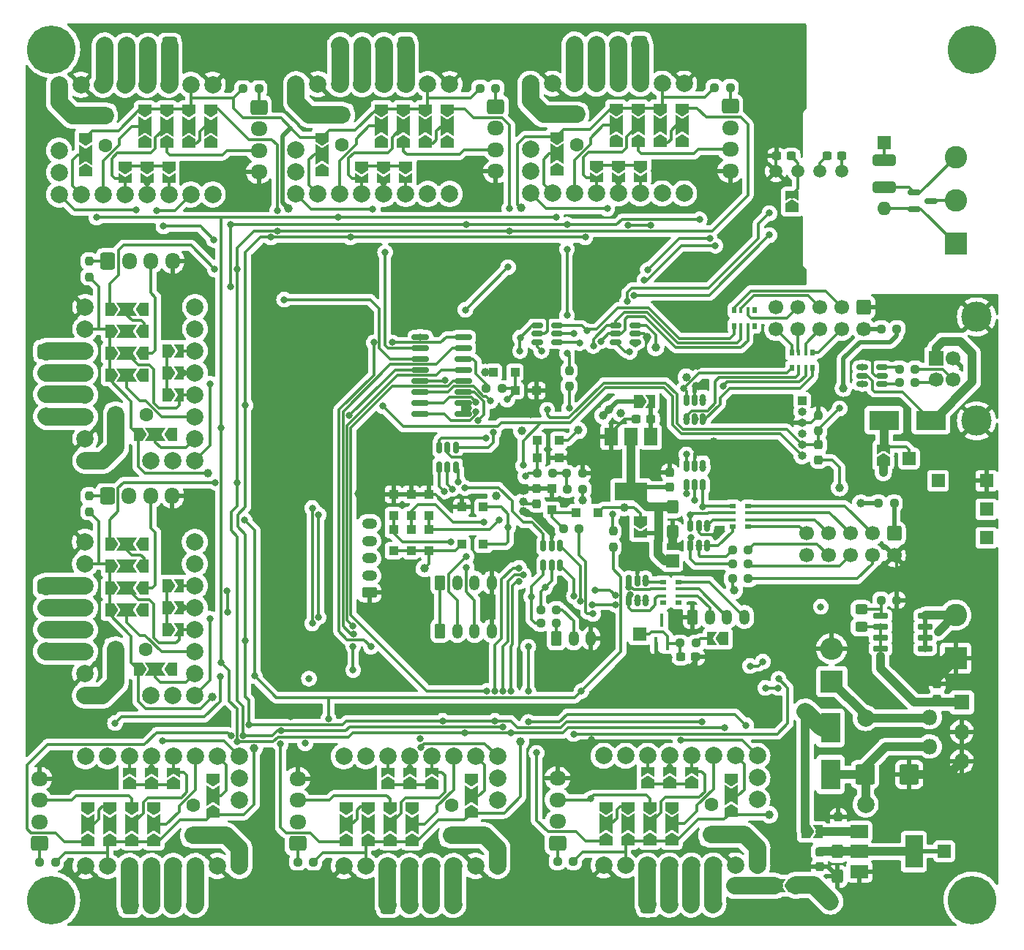
<source format=gbr>
%TF.GenerationSoftware,KiCad,Pcbnew,6.0.5*%
%TF.CreationDate,2022-11-27T13:32:37+03:00*%
%TF.ProjectId,multistepper,6d756c74-6973-4746-9570-7065722e6b69,rev?*%
%TF.SameCoordinates,Original*%
%TF.FileFunction,Copper,L4,Bot*%
%TF.FilePolarity,Positive*%
%FSLAX46Y46*%
G04 Gerber Fmt 4.6, Leading zero omitted, Abs format (unit mm)*
G04 Created by KiCad (PCBNEW 6.0.5) date 2022-11-27 13:32:37*
%MOMM*%
%LPD*%
G01*
G04 APERTURE LIST*
G04 Aperture macros list*
%AMRoundRect*
0 Rectangle with rounded corners*
0 $1 Rounding radius*
0 $2 $3 $4 $5 $6 $7 $8 $9 X,Y pos of 4 corners*
0 Add a 4 corners polygon primitive as box body*
4,1,4,$2,$3,$4,$5,$6,$7,$8,$9,$2,$3,0*
0 Add four circle primitives for the rounded corners*
1,1,$1+$1,$2,$3*
1,1,$1+$1,$4,$5*
1,1,$1+$1,$6,$7*
1,1,$1+$1,$8,$9*
0 Add four rect primitives between the rounded corners*
20,1,$1+$1,$2,$3,$4,$5,0*
20,1,$1+$1,$4,$5,$6,$7,0*
20,1,$1+$1,$6,$7,$8,$9,0*
20,1,$1+$1,$8,$9,$2,$3,0*%
%AMFreePoly0*
4,1,6,1.000000,0.000000,0.500000,-0.750000,-0.500000,-0.750000,-0.500000,0.750000,0.500000,0.750000,1.000000,0.000000,1.000000,0.000000,$1*%
%AMFreePoly1*
4,1,6,0.500000,-0.750000,-0.650000,-0.750000,-0.150000,0.000000,-0.650000,0.750000,0.500000,0.750000,0.500000,-0.750000,0.500000,-0.750000,$1*%
%AMFreePoly2*
4,1,7,0.700000,0.000000,1.200000,-0.750000,-1.200000,-0.750000,-0.700000,0.000000,-1.200000,0.750000,1.200000,0.750000,0.700000,0.000000,0.700000,0.000000,$1*%
G04 Aperture macros list end*
%TA.AperFunction,ComponentPad*%
%ADD10O,1.700000X1.950000*%
%TD*%
%TA.AperFunction,ComponentPad*%
%ADD11RoundRect,0.250000X0.600000X0.725000X-0.600000X0.725000X-0.600000X-0.725000X0.600000X-0.725000X0*%
%TD*%
%TA.AperFunction,SMDPad,CuDef*%
%ADD12R,2.000000X1.500000*%
%TD*%
%TA.AperFunction,SMDPad,CuDef*%
%ADD13R,2.000000X3.800000*%
%TD*%
%TA.AperFunction,ComponentPad*%
%ADD14R,1.500000X1.500000*%
%TD*%
%TA.AperFunction,SMDPad,CuDef*%
%ADD15FreePoly0,0.000000*%
%TD*%
%TA.AperFunction,SMDPad,CuDef*%
%ADD16FreePoly1,0.000000*%
%TD*%
%TA.AperFunction,SMDPad,CuDef*%
%ADD17RoundRect,0.237500X-0.237500X0.300000X-0.237500X-0.300000X0.237500X-0.300000X0.237500X0.300000X0*%
%TD*%
%TA.AperFunction,SMDPad,CuDef*%
%ADD18RoundRect,0.250000X-0.425000X0.537500X-0.425000X-0.537500X0.425000X-0.537500X0.425000X0.537500X0*%
%TD*%
%TA.AperFunction,SMDPad,CuDef*%
%ADD19RoundRect,0.237500X0.237500X-0.300000X0.237500X0.300000X-0.237500X0.300000X-0.237500X-0.300000X0*%
%TD*%
%TA.AperFunction,ComponentPad*%
%ADD20C,5.600000*%
%TD*%
%TA.AperFunction,ComponentPad*%
%ADD21O,1.950000X1.700000*%
%TD*%
%TA.AperFunction,ComponentPad*%
%ADD22RoundRect,0.250000X-0.725000X0.600000X-0.725000X-0.600000X0.725000X-0.600000X0.725000X0.600000X0*%
%TD*%
%TA.AperFunction,ComponentPad*%
%ADD23O,1.750000X1.200000*%
%TD*%
%TA.AperFunction,ComponentPad*%
%ADD24RoundRect,0.250000X0.625000X-0.350000X0.625000X0.350000X-0.625000X0.350000X-0.625000X-0.350000X0*%
%TD*%
%TA.AperFunction,ComponentPad*%
%ADD25C,1.700000*%
%TD*%
%TA.AperFunction,ComponentPad*%
%ADD26RoundRect,0.250000X-0.600000X0.600000X-0.600000X-0.600000X0.600000X-0.600000X0.600000X0.600000X0*%
%TD*%
%TA.AperFunction,ComponentPad*%
%ADD27RoundRect,0.250000X0.725000X-0.600000X0.725000X0.600000X-0.725000X0.600000X-0.725000X-0.600000X0*%
%TD*%
%TA.AperFunction,ComponentPad*%
%ADD28R,1.600000X1.600000*%
%TD*%
%TA.AperFunction,ComponentPad*%
%ADD29O,1.600000X1.600000*%
%TD*%
%TA.AperFunction,ComponentPad*%
%ADD30C,1.600000*%
%TD*%
%TA.AperFunction,ComponentPad*%
%ADD31O,1.200000X1.750000*%
%TD*%
%TA.AperFunction,ComponentPad*%
%ADD32RoundRect,0.250000X-0.350000X-0.625000X0.350000X-0.625000X0.350000X0.625000X-0.350000X0.625000X0*%
%TD*%
%TA.AperFunction,ComponentPad*%
%ADD33RoundRect,0.250000X-0.600000X-0.725000X0.600000X-0.725000X0.600000X0.725000X-0.600000X0.725000X0*%
%TD*%
%TA.AperFunction,ComponentPad*%
%ADD34C,2.000000*%
%TD*%
%TA.AperFunction,ComponentPad*%
%ADD35C,2.600000*%
%TD*%
%TA.AperFunction,ComponentPad*%
%ADD36R,2.600000X2.600000*%
%TD*%
%TA.AperFunction,ComponentPad*%
%ADD37O,1.000000X1.000000*%
%TD*%
%TA.AperFunction,ComponentPad*%
%ADD38R,1.000000X1.000000*%
%TD*%
%TA.AperFunction,ComponentPad*%
%ADD39C,1.500000*%
%TD*%
%TA.AperFunction,ComponentPad*%
%ADD40O,2.600000X2.600000*%
%TD*%
%TA.AperFunction,ComponentPad*%
%ADD41O,1.800000X1.800000*%
%TD*%
%TA.AperFunction,ComponentPad*%
%ADD42R,1.800000X1.800000*%
%TD*%
%TA.AperFunction,ComponentPad*%
%ADD43C,3.500000*%
%TD*%
%TA.AperFunction,ComponentPad*%
%ADD44R,1.700000X1.700000*%
%TD*%
%TA.AperFunction,SMDPad,CuDef*%
%ADD45RoundRect,0.150000X-0.512500X-0.150000X0.512500X-0.150000X0.512500X0.150000X-0.512500X0.150000X0*%
%TD*%
%TA.AperFunction,SMDPad,CuDef*%
%ADD46FreePoly0,90.000000*%
%TD*%
%TA.AperFunction,SMDPad,CuDef*%
%ADD47FreePoly2,90.000000*%
%TD*%
%TA.AperFunction,SMDPad,CuDef*%
%ADD48FreePoly0,270.000000*%
%TD*%
%TA.AperFunction,SMDPad,CuDef*%
%ADD49FreePoly2,270.000000*%
%TD*%
%TA.AperFunction,SMDPad,CuDef*%
%ADD50FreePoly1,90.000000*%
%TD*%
%TA.AperFunction,SMDPad,CuDef*%
%ADD51FreePoly2,180.000000*%
%TD*%
%TA.AperFunction,SMDPad,CuDef*%
%ADD52FreePoly0,180.000000*%
%TD*%
%TA.AperFunction,SMDPad,CuDef*%
%ADD53RoundRect,0.237500X-0.250000X-0.237500X0.250000X-0.237500X0.250000X0.237500X-0.250000X0.237500X0*%
%TD*%
%TA.AperFunction,SMDPad,CuDef*%
%ADD54FreePoly1,270.000000*%
%TD*%
%TA.AperFunction,SMDPad,CuDef*%
%ADD55R,1.000000X1.000000*%
%TD*%
%TA.AperFunction,SMDPad,CuDef*%
%ADD56R,0.500000X0.800000*%
%TD*%
%TA.AperFunction,SMDPad,CuDef*%
%ADD57R,0.400000X0.800000*%
%TD*%
%TA.AperFunction,SMDPad,CuDef*%
%ADD58R,0.800000X0.500000*%
%TD*%
%TA.AperFunction,SMDPad,CuDef*%
%ADD59R,0.800000X0.400000*%
%TD*%
%TA.AperFunction,SMDPad,CuDef*%
%ADD60RoundRect,0.150000X-0.587500X-0.150000X0.587500X-0.150000X0.587500X0.150000X-0.587500X0.150000X0*%
%TD*%
%TA.AperFunction,SMDPad,CuDef*%
%ADD61RoundRect,0.150000X-0.150000X0.512500X-0.150000X-0.512500X0.150000X-0.512500X0.150000X0.512500X0*%
%TD*%
%TA.AperFunction,SMDPad,CuDef*%
%ADD62RoundRect,0.237500X0.250000X0.237500X-0.250000X0.237500X-0.250000X-0.237500X0.250000X-0.237500X0*%
%TD*%
%TA.AperFunction,SMDPad,CuDef*%
%ADD63RoundRect,0.150000X0.825000X0.150000X-0.825000X0.150000X-0.825000X-0.150000X0.825000X-0.150000X0*%
%TD*%
%TA.AperFunction,SMDPad,CuDef*%
%ADD64RoundRect,0.150000X0.512500X0.150000X-0.512500X0.150000X-0.512500X-0.150000X0.512500X-0.150000X0*%
%TD*%
%TA.AperFunction,SMDPad,CuDef*%
%ADD65RoundRect,0.237500X0.300000X0.237500X-0.300000X0.237500X-0.300000X-0.237500X0.300000X-0.237500X0*%
%TD*%
%TA.AperFunction,SMDPad,CuDef*%
%ADD66RoundRect,0.237500X0.237500X-0.250000X0.237500X0.250000X-0.237500X0.250000X-0.237500X-0.250000X0*%
%TD*%
%TA.AperFunction,SMDPad,CuDef*%
%ADD67RoundRect,0.250000X0.450000X-0.325000X0.450000X0.325000X-0.450000X0.325000X-0.450000X-0.325000X0*%
%TD*%
%TA.AperFunction,SMDPad,CuDef*%
%ADD68FreePoly1,180.000000*%
%TD*%
%TA.AperFunction,SMDPad,CuDef*%
%ADD69R,2.300000X3.500000*%
%TD*%
%TA.AperFunction,SMDPad,CuDef*%
%ADD70R,3.500000X2.300000*%
%TD*%
%TA.AperFunction,SMDPad,CuDef*%
%ADD71RoundRect,0.237500X-0.300000X-0.237500X0.300000X-0.237500X0.300000X0.237500X-0.300000X0.237500X0*%
%TD*%
%TA.AperFunction,SMDPad,CuDef*%
%ADD72RoundRect,0.250000X-0.875000X-0.925000X0.875000X-0.925000X0.875000X0.925000X-0.875000X0.925000X0*%
%TD*%
%TA.AperFunction,SMDPad,CuDef*%
%ADD73RoundRect,0.237500X-0.237500X0.250000X-0.237500X-0.250000X0.237500X-0.250000X0.237500X0.250000X0*%
%TD*%
%TA.AperFunction,SMDPad,CuDef*%
%ADD74R,0.450000X1.500000*%
%TD*%
%TA.AperFunction,SMDPad,CuDef*%
%ADD75RoundRect,0.150000X-0.725000X-0.150000X0.725000X-0.150000X0.725000X0.150000X-0.725000X0.150000X0*%
%TD*%
%TA.AperFunction,SMDPad,CuDef*%
%ADD76R,1.500000X2.000000*%
%TD*%
%TA.AperFunction,SMDPad,CuDef*%
%ADD77R,3.800000X2.000000*%
%TD*%
%TA.AperFunction,SMDPad,CuDef*%
%ADD78RoundRect,0.250000X-1.075000X0.400000X-1.075000X-0.400000X1.075000X-0.400000X1.075000X0.400000X0*%
%TD*%
%TA.AperFunction,ViaPad*%
%ADD79C,0.800000*%
%TD*%
%TA.AperFunction,ViaPad*%
%ADD80C,1.000000*%
%TD*%
%TA.AperFunction,Conductor*%
%ADD81C,0.300000*%
%TD*%
%TA.AperFunction,Conductor*%
%ADD82C,0.500000*%
%TD*%
%TA.AperFunction,Conductor*%
%ADD83C,1.000000*%
%TD*%
%TA.AperFunction,Conductor*%
%ADD84C,2.000000*%
%TD*%
%TA.AperFunction,Conductor*%
%ADD85C,0.200000*%
%TD*%
G04 APERTURE END LIST*
D10*
%TO.P,J15,4,Pin_4*%
%TO.N,Net-(J15-Pad4)*%
X65144000Y-41563654D03*
%TO.P,J15,3,Pin_3*%
%TO.N,Net-(J15-Pad3)*%
X67644000Y-41563654D03*
%TO.P,J15,2,Pin_2*%
%TO.N,Net-(J15-Pad2)*%
X70144000Y-41563654D03*
D11*
%TO.P,J15,1,Pin_1*%
%TO.N,Net-(J15-Pad1)*%
X72644000Y-41563654D03*
%TD*%
D12*
%TO.P,U8,3,VI*%
%TO.N,Net-(C27-Pad1)*%
X152450000Y-132574000D03*
%TO.P,U8,2,VO*%
%TO.N,Vio*%
X152450000Y-134874000D03*
D13*
X158750000Y-134874000D03*
D12*
%TO.P,U8,1,GND*%
%TO.N,GND*%
X152450000Y-137174000D03*
%TD*%
D14*
%TO.P,TP8,1,1*%
%TO.N,Vio*%
X162255200Y-134823200D03*
%TD*%
D15*
%TO.P,JP7,1,A*%
%TO.N,+5V*%
X146239400Y-132588000D03*
D16*
%TO.P,JP7,2,B*%
%TO.N,Net-(C27-Pad1)*%
X147689400Y-132588000D03*
%TD*%
D17*
%TO.P,C29,2*%
%TO.N,GND*%
X147828000Y-136600100D03*
%TO.P,C29,1*%
%TO.N,Vio*%
X147828000Y-134875100D03*
%TD*%
D18*
%TO.P,C28,2*%
%TO.N,GND*%
X149910800Y-137749000D03*
%TO.P,C28,1*%
%TO.N,Vio*%
X149910800Y-134874000D03*
%TD*%
D19*
%TO.P,C27,2*%
%TO.N,GND*%
X150012400Y-130861900D03*
%TO.P,C27,1*%
%TO.N,Net-(C27-Pad1)*%
X150012400Y-132586900D03*
%TD*%
D20*
%TO.P,H4,1*%
%TO.N,N/C*%
X165500000Y-140500000D03*
%TD*%
%TO.P,H3,1*%
%TO.N,N/C*%
X59000000Y-140500000D03*
%TD*%
%TO.P,H2,1*%
%TO.N,N/C*%
X165500000Y-42000000D03*
%TD*%
%TO.P,H1,1*%
%TO.N,N/C*%
X59000000Y-42000000D03*
%TD*%
D11*
%TO.P,J17,1,Pin_1*%
%TO.N,Net-(J17-Pad1)*%
X99921075Y-41501827D03*
D10*
%TO.P,J17,2,Pin_2*%
%TO.N,Net-(J17-Pad2)*%
X97421075Y-41501827D03*
%TO.P,J17,3,Pin_3*%
%TO.N,Net-(J17-Pad3)*%
X94921075Y-41501827D03*
%TO.P,J17,4,Pin_4*%
%TO.N,Net-(J17-Pad4)*%
X92421075Y-41501827D03*
%TD*%
D21*
%TO.P,J12,4,Pin_4*%
%TO.N,Net-(J12-Pad4)*%
X58374000Y-84474000D03*
%TO.P,J12,3,Pin_3*%
%TO.N,Net-(J12-Pad3)*%
X58374000Y-81974000D03*
%TO.P,J12,2,Pin_2*%
%TO.N,Net-(J12-Pad2)*%
X58374000Y-79474000D03*
D22*
%TO.P,J12,1,Pin_1*%
%TO.N,Net-(J12-Pad1)*%
X58374000Y-76974000D03*
%TD*%
D23*
%TO.P,J6,5,Pin_5*%
%TO.N,Net-(J6-Pad5)*%
X95758000Y-96902000D03*
%TO.P,J6,4,Pin_4*%
%TO.N,Net-(J6-Pad4)*%
X95758000Y-98902000D03*
%TO.P,J6,3,Pin_3*%
%TO.N,Net-(J6-Pad3)*%
X95758000Y-100902000D03*
%TO.P,J6,2,Pin_2*%
%TO.N,Net-(J6-Pad2)*%
X95758000Y-102902000D03*
D24*
%TO.P,J6,1,Pin_1*%
%TO.N,GND*%
X95758000Y-104902000D03*
%TD*%
D25*
%TO.P,J2,10,Pin_10*%
%TO.N,Net-(J2-Pad10)*%
X142798800Y-74380700D03*
%TO.P,J2,9,Pin_9*%
%TO.N,GND*%
X142798800Y-71840700D03*
%TO.P,J2,8,Pin_8*%
%TO.N,Net-(J2-Pad8)*%
X145338800Y-74380700D03*
%TO.P,J2,7,Pin_7*%
%TO.N,Net-(J2-Pad7)*%
X145338800Y-71840700D03*
%TO.P,J2,6,Pin_6*%
%TO.N,Net-(J2-Pad6)*%
X147878800Y-74380700D03*
%TO.P,J2,5,Pin_5*%
%TO.N,Net-(J2-Pad5)*%
X147878800Y-71840700D03*
%TO.P,J2,4,Pin_4*%
%TO.N,Net-(J2-Pad4)*%
X150418800Y-74380700D03*
%TO.P,J2,3,Pin_3*%
%TO.N,Net-(J2-Pad3)*%
X150418800Y-71840700D03*
%TO.P,J2,2,Pin_2*%
%TO.N,Net-(J2-Pad2)*%
X152958800Y-74380700D03*
D26*
%TO.P,J2,1,Pin_1*%
%TO.N,GND*%
X152958800Y-71840700D03*
%TD*%
D21*
%TO.P,J22,4,Pin_4*%
%TO.N,GND*%
X87466000Y-126434000D03*
%TO.P,J22,3,Pin_3*%
%TO.N,M5_L1*%
X87466000Y-128934000D03*
%TO.P,J22,2,Pin_2*%
%TO.N,M5_L0*%
X87466000Y-131434000D03*
D27*
%TO.P,J22,1,Pin_1*%
%TO.N,Net-(J22-Pad1)*%
X87466000Y-133934000D03*
%TD*%
D14*
%TO.P,TP7,1,1*%
%TO.N,+5V*%
X161544000Y-91948000D03*
%TD*%
D28*
%TO.P,SW3,1*%
%TO.N,Net-(R18-Pad1)*%
X155295600Y-52832000D03*
D29*
%TO.P,SW3,2*%
%TO.N,/CANL*%
X155295600Y-60452000D03*
%TD*%
D30*
%TO.P,C24,2*%
%TO.N,GND*%
X105246000Y-129478000D03*
D28*
%TO.P,C24,1*%
%TO.N,/Motors/Vm*%
X105246000Y-132978000D03*
%TD*%
D31*
%TO.P,J5,4,Pin_4*%
%TO.N,GND*%
X109934000Y-103733600D03*
%TO.P,J5,3,Pin_3*%
%TO.N,ADC3*%
X107934000Y-103733600D03*
%TO.P,J5,2,Pin_2*%
%TO.N,ADC2*%
X105934000Y-103733600D03*
D32*
%TO.P,J5,1,Pin_1*%
%TO.N,Net-(J4-Pad1)*%
X103934000Y-103733600D03*
%TD*%
D33*
%TO.P,J11,1,Pin_1*%
%TO.N,Net-(J11-Pad1)*%
X65500000Y-66500000D03*
D10*
%TO.P,J11,2,Pin_2*%
%TO.N,M0_L0*%
X68000000Y-66500000D03*
%TO.P,J11,3,Pin_3*%
%TO.N,M0_L1*%
X70500000Y-66500000D03*
%TO.P,J11,4,Pin_4*%
%TO.N,GND*%
X73000000Y-66500000D03*
%TD*%
D34*
%TO.P,XX5,1,~{EN}*%
%TO.N,/Motors/stepper_M5/~{ENx}*%
X140640000Y-123774000D03*
%TO.P,XX5,2,MS1*%
%TO.N,/Motors/stepper_M5/MS1*%
X138100000Y-123774000D03*
%TO.P,XX5,3,MS2*%
%TO.N,/Motors/stepper_M5/MS2*%
X135560000Y-123774000D03*
%TO.P,XX5,4,SPREAD*%
%TO.N,/Motors/stepper_M5/SPR*%
X133020000Y-123774000D03*
%TO.P,XX5,5,PDN_UART*%
%TO.N,/Motors/stepper_M5/U*%
X130480000Y-123774000D03*
%TO.P,XX5,6,CLK*%
%TO.N,/Motors/stepper_M5/CLK*%
X127940000Y-123774000D03*
%TO.P,XX5,7,STEP*%
%TO.N,/Motors/stepper_M5/STEPx*%
X125400000Y-123774000D03*
%TO.P,XX5,8,DIR*%
%TO.N,/Motors/stepper_M5/DIRx*%
X122860000Y-123774000D03*
%TO.P,XX5,9,GND*%
%TO.N,GND*%
X122860000Y-136474000D03*
%TO.P,XX5,10,VIO*%
%TO.N,Vio*%
X125400000Y-136474000D03*
%TO.P,XX5,11,M1B*%
%TO.N,Net-(J21-Pad1)*%
X127940000Y-136474000D03*
%TO.P,XX5,12,M1A*%
%TO.N,Net-(J21-Pad2)*%
X130480000Y-136474000D03*
%TO.P,XX5,13,M2A*%
%TO.N,Net-(J21-Pad3)*%
X133020000Y-136474000D03*
%TO.P,XX5,14,M2B*%
%TO.N,Net-(J21-Pad4)*%
X135560000Y-136474000D03*
%TO.P,XX5,15,GND*%
%TO.N,GND*%
X138100000Y-136474000D03*
%TO.P,XX5,16,Vmot*%
%TO.N,/Motors/Vm*%
X140640000Y-136474000D03*
%TO.P,XX5,17,DIAG*%
%TO.N,/Motors/DIAG4*%
X140640000Y-126314000D03*
%TO.P,XX5,18,INDEX*%
%TO.N,unconnected-(XX5-Pad18)*%
X140640000Y-128854000D03*
%TD*%
D31*
%TO.P,J13,3,Pin_3*%
%TO.N,GND*%
X121380000Y-110194000D03*
%TO.P,J13,2,Pin_2*%
%TO.N,Net-(J13-Pad2)*%
X119380000Y-110194000D03*
D32*
%TO.P,J13,1,Pin_1*%
%TO.N,Net-(J13-Pad1)*%
X117380000Y-110194000D03*
%TD*%
D34*
%TO.P,XX8,1,~{EN}*%
%TO.N,/Motors/stepper_M8/~{ENx}*%
X75572000Y-116801600D03*
%TO.P,XX8,2,MS1*%
%TO.N,/Motors/stepper_M8/MS1*%
X75572000Y-114261600D03*
%TO.P,XX8,3,MS2*%
%TO.N,/Motors/stepper_M8/MS2*%
X75572000Y-111721600D03*
%TO.P,XX8,4,SPREAD*%
%TO.N,/Motors/stepper_M8/SPR*%
X75572000Y-109181600D03*
%TO.P,XX8,5,PDN_UART*%
%TO.N,/Motors/stepper_M8/U*%
X75572000Y-106641600D03*
%TO.P,XX8,6,CLK*%
%TO.N,/Motors/stepper_M8/CLK*%
X75572000Y-104101600D03*
%TO.P,XX8,7,STEP*%
%TO.N,/Motors/stepper_M8/STEPx*%
X75572000Y-101561600D03*
%TO.P,XX8,8,DIR*%
%TO.N,/Motors/stepper_M8/DIRx*%
X75572000Y-99021600D03*
%TO.P,XX8,9,GND*%
%TO.N,GND*%
X62872000Y-99021600D03*
%TO.P,XX8,10,VIO*%
%TO.N,Vio*%
X62872000Y-101561600D03*
%TO.P,XX8,11,M1B*%
%TO.N,Net-(J27-Pad1)*%
X62872000Y-104101600D03*
%TO.P,XX8,12,M1A*%
%TO.N,Net-(J27-Pad2)*%
X62872000Y-106641600D03*
%TO.P,XX8,13,M2A*%
%TO.N,Net-(J27-Pad3)*%
X62872000Y-109181600D03*
%TO.P,XX8,14,M2B*%
%TO.N,Net-(J27-Pad4)*%
X62872000Y-111721600D03*
%TO.P,XX8,15,GND*%
%TO.N,GND*%
X62872000Y-114261600D03*
%TO.P,XX8,16,Vmot*%
%TO.N,/Motors/Vm*%
X62872000Y-116801600D03*
%TO.P,XX8,17,DIAG*%
%TO.N,/Motors/DIAG7*%
X73032000Y-116801600D03*
%TO.P,XX8,18,INDEX*%
%TO.N,unconnected-(XX8-Pad18)*%
X70492000Y-116801600D03*
%TD*%
%TO.P,XX3,18,INDEX*%
%TO.N,unconnected-(XX3-Pad18)*%
X87281075Y-53647827D03*
%TO.P,XX3,17,DIAG*%
%TO.N,/Motors/DIAG2*%
X87281075Y-56187827D03*
%TO.P,XX3,16,Vmot*%
%TO.N,/Motors/Vm*%
X87281075Y-46027827D03*
%TO.P,XX3,15,GND*%
%TO.N,GND*%
X89821075Y-46027827D03*
%TO.P,XX3,14,M2B*%
%TO.N,Net-(J17-Pad4)*%
X92361075Y-46027827D03*
%TO.P,XX3,13,M2A*%
%TO.N,Net-(J17-Pad3)*%
X94901075Y-46027827D03*
%TO.P,XX3,12,M1A*%
%TO.N,Net-(J17-Pad2)*%
X97441075Y-46027827D03*
%TO.P,XX3,11,M1B*%
%TO.N,Net-(J17-Pad1)*%
X99981075Y-46027827D03*
%TO.P,XX3,10,VIO*%
%TO.N,Vio*%
X102521075Y-46027827D03*
%TO.P,XX3,9,GND*%
%TO.N,GND*%
X105061075Y-46027827D03*
%TO.P,XX3,8,DIR*%
%TO.N,/Motors/stepper_M3/DIRx*%
X105061075Y-58727827D03*
%TO.P,XX3,7,STEP*%
%TO.N,/Motors/stepper_M3/STEPx*%
X102521075Y-58727827D03*
%TO.P,XX3,6,CLK*%
%TO.N,/Motors/stepper_M3/CLK*%
X99981075Y-58727827D03*
%TO.P,XX3,5,PDN_UART*%
%TO.N,/Motors/stepper_M3/U*%
X97441075Y-58727827D03*
%TO.P,XX3,4,SPREAD*%
%TO.N,/Motors/stepper_M3/SPR*%
X94901075Y-58727827D03*
%TO.P,XX3,3,MS2*%
%TO.N,/Motors/stepper_M3/MS2*%
X92361075Y-58727827D03*
%TO.P,XX3,2,MS1*%
%TO.N,/Motors/stepper_M3/MS1*%
X89821075Y-58727827D03*
%TO.P,XX3,1,~{EN}*%
%TO.N,/Motors/stepper_M3/~{ENx}*%
X87281075Y-58727827D03*
%TD*%
D35*
%TO.P,J10,2,Pin_2*%
%TO.N,Net-(J10-Pad2)*%
X163576000Y-107482000D03*
D36*
%TO.P,J10,1,Pin_1*%
%TO.N,GND*%
X163576000Y-112482000D03*
%TD*%
D25*
%TO.P,J3,10,Pin_10*%
%TO.N,GND*%
X146304000Y-100584000D03*
%TO.P,J3,9,Pin_9*%
%TO.N,Net-(J3-Pad9)*%
X146304000Y-98044000D03*
%TO.P,J3,8,Pin_8*%
%TO.N,Net-(J3-Pad8)*%
X148844000Y-100584000D03*
%TO.P,J3,7,Pin_7*%
%TO.N,Net-(J3-Pad7)*%
X148844000Y-98044000D03*
%TO.P,J3,6,Pin_6*%
%TO.N,Net-(J3-Pad6)*%
X151384000Y-100584000D03*
%TO.P,J3,5,Pin_5*%
%TO.N,Net-(J3-Pad5)*%
X151384000Y-98044000D03*
%TO.P,J3,4,Pin_4*%
%TO.N,Net-(J3-Pad4)*%
X153924000Y-100584000D03*
%TO.P,J3,3,Pin_3*%
%TO.N,Net-(J3-Pad3)*%
X153924000Y-98044000D03*
%TO.P,J3,2,Pin_2*%
%TO.N,GND*%
X156464000Y-100584000D03*
D26*
%TO.P,J3,1,Pin_1*%
%TO.N,Net-(J3-Pad1)*%
X156464000Y-98044000D03*
%TD*%
D14*
%TO.P,TP3,1,1*%
%TO.N,GND*%
X167132000Y-91948000D03*
%TD*%
D37*
%TO.P,J1,6,Pin_6*%
%TO.N,/MCU base/NRST*%
X145821000Y-89027000D03*
%TO.P,J1,5,Pin_5*%
%TO.N,/MCU base/BOOT0*%
X145821000Y-87757000D03*
%TO.P,J1,4,Pin_4*%
%TO.N,Net-(J1-Pad4)*%
X145821000Y-86487000D03*
%TO.P,J1,3,Pin_3*%
%TO.N,GND*%
X145821000Y-85217000D03*
%TO.P,J1,2,Pin_2*%
%TO.N,/MCU base/SWDIO*%
X145821000Y-83947000D03*
D38*
%TO.P,J1,1,Pin_1*%
%TO.N,/MCU base/SWCLK*%
X145821000Y-82677000D03*
%TD*%
D27*
%TO.P,J24,1,Pin_1*%
%TO.N,Net-(J24-Pad1)*%
X57604925Y-133934000D03*
D21*
%TO.P,J24,2,Pin_2*%
%TO.N,M6_L0*%
X57604925Y-131434000D03*
%TO.P,J24,3,Pin_3*%
%TO.N,M6_L1*%
X57604925Y-128934000D03*
%TO.P,J24,4,Pin_4*%
%TO.N,GND*%
X57604925Y-126434000D03*
%TD*%
D28*
%TO.P,C23,1*%
%TO.N,/Motors/Vm*%
X135306000Y-132918000D03*
D30*
%TO.P,C23,2*%
%TO.N,GND*%
X135306000Y-129418000D03*
%TD*%
D11*
%TO.P,J19,1,Pin_1*%
%TO.N,Net-(J19-Pad1)*%
X127026450Y-41440000D03*
D10*
%TO.P,J19,2,Pin_2*%
%TO.N,Net-(J19-Pad2)*%
X124526450Y-41440000D03*
%TO.P,J19,3,Pin_3*%
%TO.N,Net-(J19-Pad3)*%
X122026450Y-41440000D03*
%TO.P,J19,4,Pin_4*%
%TO.N,Net-(J19-Pad4)*%
X119526450Y-41440000D03*
%TD*%
D14*
%TO.P,TP2,1,1*%
%TO.N,Vdrive*%
X167132000Y-95250000D03*
%TD*%
D22*
%TO.P,J14,1,Pin_1*%
%TO.N,Net-(J14-Pad1)*%
X82974000Y-48689654D03*
D21*
%TO.P,J14,2,Pin_2*%
%TO.N,M1_L0*%
X82974000Y-51189654D03*
%TO.P,J14,3,Pin_3*%
%TO.N,M1_L1*%
X82974000Y-53689654D03*
%TO.P,J14,4,Pin_4*%
%TO.N,GND*%
X82974000Y-56189654D03*
%TD*%
D33*
%TO.P,J23,1,Pin_1*%
%TO.N,Net-(J23-Pad1)*%
X97940000Y-141060000D03*
D10*
%TO.P,J23,2,Pin_2*%
%TO.N,Net-(J23-Pad2)*%
X100440000Y-141060000D03*
%TO.P,J23,3,Pin_3*%
%TO.N,Net-(J23-Pad3)*%
X102940000Y-141060000D03*
%TO.P,J23,4,Pin_4*%
%TO.N,Net-(J23-Pad4)*%
X105440000Y-141060000D03*
%TD*%
%TO.P,J25,4,Pin_4*%
%TO.N,Net-(J25-Pad4)*%
X75578925Y-141060000D03*
%TO.P,J25,3,Pin_3*%
%TO.N,Net-(J25-Pad3)*%
X73078925Y-141060000D03*
%TO.P,J25,2,Pin_2*%
%TO.N,Net-(J25-Pad2)*%
X70578925Y-141060000D03*
D33*
%TO.P,J25,1,Pin_1*%
%TO.N,Net-(J25-Pad1)*%
X68078925Y-141060000D03*
%TD*%
D34*
%TO.P,XX4,18,INDEX*%
%TO.N,unconnected-(XX4-Pad18)*%
X114386450Y-53586000D03*
%TO.P,XX4,17,DIAG*%
%TO.N,/Motors/DIAG3*%
X114386450Y-56126000D03*
%TO.P,XX4,16,Vmot*%
%TO.N,/Motors/Vm*%
X114386450Y-45966000D03*
%TO.P,XX4,15,GND*%
%TO.N,GND*%
X116926450Y-45966000D03*
%TO.P,XX4,14,M2B*%
%TO.N,Net-(J19-Pad4)*%
X119466450Y-45966000D03*
%TO.P,XX4,13,M2A*%
%TO.N,Net-(J19-Pad3)*%
X122006450Y-45966000D03*
%TO.P,XX4,12,M1A*%
%TO.N,Net-(J19-Pad2)*%
X124546450Y-45966000D03*
%TO.P,XX4,11,M1B*%
%TO.N,Net-(J19-Pad1)*%
X127086450Y-45966000D03*
%TO.P,XX4,10,VIO*%
%TO.N,Vio*%
X129626450Y-45966000D03*
%TO.P,XX4,9,GND*%
%TO.N,GND*%
X132166450Y-45966000D03*
%TO.P,XX4,8,DIR*%
%TO.N,/Motors/stepper_M4/DIRx*%
X132166450Y-58666000D03*
%TO.P,XX4,7,STEP*%
%TO.N,/Motors/stepper_M4/STEPx*%
X129626450Y-58666000D03*
%TO.P,XX4,6,CLK*%
%TO.N,/Motors/stepper_M4/CLK*%
X127086450Y-58666000D03*
%TO.P,XX4,5,PDN_UART*%
%TO.N,/Motors/stepper_M4/U*%
X124546450Y-58666000D03*
%TO.P,XX4,4,SPREAD*%
%TO.N,/Motors/stepper_M4/SPR*%
X122006450Y-58666000D03*
%TO.P,XX4,3,MS2*%
%TO.N,/Motors/stepper_M4/MS2*%
X119466450Y-58666000D03*
%TO.P,XX4,2,MS1*%
%TO.N,/Motors/stepper_M4/MS1*%
X116926450Y-58666000D03*
%TO.P,XX4,1,~{EN}*%
%TO.N,/Motors/stepper_M4/~{ENx}*%
X114386450Y-58666000D03*
%TD*%
D10*
%TO.P,J21,4,Pin_4*%
%TO.N,Net-(J21-Pad4)*%
X135500000Y-141000000D03*
%TO.P,J21,3,Pin_3*%
%TO.N,Net-(J21-Pad3)*%
X133000000Y-141000000D03*
%TO.P,J21,2,Pin_2*%
%TO.N,Net-(J21-Pad2)*%
X130500000Y-141000000D03*
D33*
%TO.P,J21,1,Pin_1*%
%TO.N,Net-(J21-Pad1)*%
X128000000Y-141000000D03*
%TD*%
D30*
%TO.P,C21,2*%
%TO.N,GND*%
X92615075Y-53083827D03*
D28*
%TO.P,C21,1*%
%TO.N,/Motors/Vm*%
X92615075Y-49583827D03*
%TD*%
D30*
%TO.P,C22,2*%
%TO.N,GND*%
X119720450Y-53022000D03*
D28*
%TO.P,C22,1*%
%TO.N,/Motors/Vm*%
X119720450Y-49522000D03*
%TD*%
D21*
%TO.P,J18,4,Pin_4*%
%TO.N,GND*%
X137500450Y-56066000D03*
%TO.P,J18,3,Pin_3*%
%TO.N,M3_L1*%
X137500450Y-53566000D03*
%TO.P,J18,2,Pin_2*%
%TO.N,M3_L0*%
X137500450Y-51066000D03*
D22*
%TO.P,J18,1,Pin_1*%
%TO.N,Net-(J18-Pad1)*%
X137500450Y-48566000D03*
%TD*%
D39*
%TO.P,Q1,4,+Vo*%
%TO.N,Net-(C11-Pad1)*%
X150418800Y-56083200D03*
%TO.P,Q1,3,0V*%
%TO.N,Earth*%
X147878800Y-56083200D03*
%TO.P,Q1,2,Vin*%
%TO.N,Net-(C10-Pad1)*%
X145338800Y-56083200D03*
%TO.P,Q1,1,GND*%
%TO.N,GND*%
X142798800Y-56083200D03*
%TD*%
D34*
%TO.P,XX6,18,INDEX*%
%TO.N,unconnected-(XX6-Pad18)*%
X110580000Y-128914000D03*
%TO.P,XX6,17,DIAG*%
%TO.N,/Motors/DIAG5*%
X110580000Y-126374000D03*
%TO.P,XX6,16,Vmot*%
%TO.N,/Motors/Vm*%
X110580000Y-136534000D03*
%TO.P,XX6,15,GND*%
%TO.N,GND*%
X108040000Y-136534000D03*
%TO.P,XX6,14,M2B*%
%TO.N,Net-(J23-Pad4)*%
X105500000Y-136534000D03*
%TO.P,XX6,13,M2A*%
%TO.N,Net-(J23-Pad3)*%
X102960000Y-136534000D03*
%TO.P,XX6,12,M1A*%
%TO.N,Net-(J23-Pad2)*%
X100420000Y-136534000D03*
%TO.P,XX6,11,M1B*%
%TO.N,Net-(J23-Pad1)*%
X97880000Y-136534000D03*
%TO.P,XX6,10,VIO*%
%TO.N,Vio*%
X95340000Y-136534000D03*
%TO.P,XX6,9,GND*%
%TO.N,GND*%
X92800000Y-136534000D03*
%TO.P,XX6,8,DIR*%
%TO.N,/Motors/stepper_M6/DIRx*%
X92800000Y-123834000D03*
%TO.P,XX6,7,STEP*%
%TO.N,/Motors/stepper_M6/STEPx*%
X95340000Y-123834000D03*
%TO.P,XX6,6,CLK*%
%TO.N,/Motors/stepper_M6/CLK*%
X97880000Y-123834000D03*
%TO.P,XX6,5,PDN_UART*%
%TO.N,/Motors/stepper_M6/U*%
X100420000Y-123834000D03*
%TO.P,XX6,4,SPREAD*%
%TO.N,/Motors/stepper_M6/SPR*%
X102960000Y-123834000D03*
%TO.P,XX6,3,MS2*%
%TO.N,/Motors/stepper_M6/MS2*%
X105500000Y-123834000D03*
%TO.P,XX6,2,MS1*%
%TO.N,/Motors/stepper_M6/MS1*%
X108040000Y-123834000D03*
%TO.P,XX6,1,~{EN}*%
%TO.N,/Motors/stepper_M6/~{ENx}*%
X110580000Y-123834000D03*
%TD*%
D40*
%TO.P,D26,2,A*%
%TO.N,GND*%
X149250400Y-111384400D03*
D36*
%TO.P,D26,1,K*%
%TO.N,Net-(D26-Pad1)*%
X149250400Y-115194400D03*
%TD*%
D14*
%TO.P,TP6,1,1*%
%TO.N,+3.3VADC*%
X127000000Y-109728000D03*
%TD*%
D28*
%TO.P,C19,1*%
%TO.N,/Motors/Vm*%
X66456000Y-84280000D03*
D30*
%TO.P,C19,2*%
%TO.N,GND*%
X69956000Y-84280000D03*
%TD*%
D41*
%TO.P,U5,5,ON/OFF*%
%TO.N,GND*%
X164287200Y-124402000D03*
%TO.P,U5,4,FB*%
%TO.N,Net-(C17-Pad1)*%
X160587200Y-122702000D03*
%TO.P,U5,3,GND*%
%TO.N,GND*%
X164287200Y-121002000D03*
%TO.P,U5,2,VOUT*%
%TO.N,Net-(D26-Pad1)*%
X160587200Y-119302000D03*
D42*
%TO.P,U5,1,VIN*%
%TO.N,Vdrive*%
X164287200Y-117602000D03*
%TD*%
D21*
%TO.P,J27,4,Pin_4*%
%TO.N,Net-(J27-Pad4)*%
X58346000Y-111661600D03*
%TO.P,J27,3,Pin_3*%
%TO.N,Net-(J27-Pad3)*%
X58346000Y-109161600D03*
%TO.P,J27,2,Pin_2*%
%TO.N,Net-(J27-Pad2)*%
X58346000Y-106661600D03*
D22*
%TO.P,J27,1,Pin_1*%
%TO.N,Net-(J27-Pad1)*%
X58346000Y-104161600D03*
%TD*%
D31*
%TO.P,J7,4,Pin_4*%
%TO.N,Net-(J7-Pad4)*%
X139144000Y-107704800D03*
%TO.P,J7,3,Pin_3*%
%TO.N,Net-(J7-Pad3)*%
X137144000Y-107704800D03*
%TO.P,J7,2,Pin_2*%
%TO.N,Net-(J7-Pad2)*%
X135144000Y-107704800D03*
D32*
%TO.P,J7,1,Pin_1*%
%TO.N,GND*%
X133144000Y-107704800D03*
%TD*%
D14*
%TO.P,TP4,1,1*%
%TO.N,Net-(C17-Pad1)*%
X167132000Y-98552000D03*
%TD*%
D34*
%TO.P,L1,1,1*%
%TO.N,Net-(C17-Pad1)*%
X153162000Y-129409200D03*
%TO.P,L1,2,2*%
%TO.N,Net-(D26-Pad1)*%
X153162000Y-119409200D03*
%TD*%
D28*
%TO.P,C20,1*%
%TO.N,/Motors/Vm*%
X65194000Y-49645654D03*
D30*
%TO.P,C20,2*%
%TO.N,GND*%
X65194000Y-53145654D03*
%TD*%
D34*
%TO.P,XX2,1,~{EN}*%
%TO.N,/Motors/stepper_M2/~{ENx}*%
X59860000Y-58789654D03*
%TO.P,XX2,2,MS1*%
%TO.N,/Motors/stepper_M2/MS1*%
X62400000Y-58789654D03*
%TO.P,XX2,3,MS2*%
%TO.N,/Motors/stepper_M2/MS2*%
X64940000Y-58789654D03*
%TO.P,XX2,4,SPREAD*%
%TO.N,/Motors/stepper_M2/SPR*%
X67480000Y-58789654D03*
%TO.P,XX2,5,PDN_UART*%
%TO.N,/Motors/stepper_M2/U*%
X70020000Y-58789654D03*
%TO.P,XX2,6,CLK*%
%TO.N,/Motors/stepper_M2/CLK*%
X72560000Y-58789654D03*
%TO.P,XX2,7,STEP*%
%TO.N,/Motors/stepper_M2/STEPx*%
X75100000Y-58789654D03*
%TO.P,XX2,8,DIR*%
%TO.N,/Motors/stepper_M2/DIRx*%
X77640000Y-58789654D03*
%TO.P,XX2,9,GND*%
%TO.N,GND*%
X77640000Y-46089654D03*
%TO.P,XX2,10,VIO*%
%TO.N,Vio*%
X75100000Y-46089654D03*
%TO.P,XX2,11,M1B*%
%TO.N,Net-(J15-Pad1)*%
X72560000Y-46089654D03*
%TO.P,XX2,12,M1A*%
%TO.N,Net-(J15-Pad2)*%
X70020000Y-46089654D03*
%TO.P,XX2,13,M2A*%
%TO.N,Net-(J15-Pad3)*%
X67480000Y-46089654D03*
%TO.P,XX2,14,M2B*%
%TO.N,Net-(J15-Pad4)*%
X64940000Y-46089654D03*
%TO.P,XX2,15,GND*%
%TO.N,GND*%
X62400000Y-46089654D03*
%TO.P,XX2,16,Vmot*%
%TO.N,/Motors/Vm*%
X59860000Y-46089654D03*
%TO.P,XX2,17,DIAG*%
%TO.N,/Motors/DIAG1*%
X59860000Y-56249654D03*
%TO.P,XX2,18,INDEX*%
%TO.N,unconnected-(XX2-Pad18)*%
X59860000Y-53709654D03*
%TD*%
D36*
%TO.P,J9,1,Pin_1*%
%TO.N,/CANL*%
X163576000Y-64516000D03*
D35*
%TO.P,J9,2,Pin_2*%
%TO.N,Earth*%
X163576000Y-59516000D03*
%TO.P,J9,3,Pin_3*%
%TO.N,/CANH*%
X163576000Y-54516000D03*
%TD*%
D28*
%TO.P,C25,1*%
%TO.N,/Motors/Vm*%
X75384925Y-132978000D03*
D30*
%TO.P,C25,2*%
%TO.N,GND*%
X75384925Y-129478000D03*
%TD*%
D34*
%TO.P,XX7,1,~{EN}*%
%TO.N,/Motors/stepper_M7/~{ENx}*%
X80718925Y-123834000D03*
%TO.P,XX7,2,MS1*%
%TO.N,/Motors/stepper_M7/MS1*%
X78178925Y-123834000D03*
%TO.P,XX7,3,MS2*%
%TO.N,/Motors/stepper_M7/MS2*%
X75638925Y-123834000D03*
%TO.P,XX7,4,SPREAD*%
%TO.N,/Motors/stepper_M7/SPR*%
X73098925Y-123834000D03*
%TO.P,XX7,5,PDN_UART*%
%TO.N,/Motors/stepper_M7/U*%
X70558925Y-123834000D03*
%TO.P,XX7,6,CLK*%
%TO.N,/Motors/stepper_M7/CLK*%
X68018925Y-123834000D03*
%TO.P,XX7,7,STEP*%
%TO.N,/Motors/stepper_M7/STEPx*%
X65478925Y-123834000D03*
%TO.P,XX7,8,DIR*%
%TO.N,/Motors/stepper_M7/DIRx*%
X62938925Y-123834000D03*
%TO.P,XX7,9,GND*%
%TO.N,GND*%
X62938925Y-136534000D03*
%TO.P,XX7,10,VIO*%
%TO.N,Vio*%
X65478925Y-136534000D03*
%TO.P,XX7,11,M1B*%
%TO.N,Net-(J25-Pad1)*%
X68018925Y-136534000D03*
%TO.P,XX7,12,M1A*%
%TO.N,Net-(J25-Pad2)*%
X70558925Y-136534000D03*
%TO.P,XX7,13,M2A*%
%TO.N,Net-(J25-Pad3)*%
X73098925Y-136534000D03*
%TO.P,XX7,14,M2B*%
%TO.N,Net-(J25-Pad4)*%
X75638925Y-136534000D03*
%TO.P,XX7,15,GND*%
%TO.N,GND*%
X78178925Y-136534000D03*
%TO.P,XX7,16,Vmot*%
%TO.N,/Motors/Vm*%
X80718925Y-136534000D03*
%TO.P,XX7,17,DIAG*%
%TO.N,/Motors/DIAG6*%
X80718925Y-126374000D03*
%TO.P,XX7,18,INDEX*%
%TO.N,unconnected-(XX7-Pad18)*%
X80718925Y-128914000D03*
%TD*%
D33*
%TO.P,J26,1,Pin_1*%
%TO.N,Net-(J26-Pad1)*%
X65472000Y-93687600D03*
D10*
%TO.P,J26,2,Pin_2*%
%TO.N,M7_L0*%
X67972000Y-93687600D03*
%TO.P,J26,3,Pin_3*%
%TO.N,M7_L1*%
X70472000Y-93687600D03*
%TO.P,J26,4,Pin_4*%
%TO.N,GND*%
X72972000Y-93687600D03*
%TD*%
D31*
%TO.P,J4,4,Pin_4*%
%TO.N,GND*%
X109934000Y-109321600D03*
%TO.P,J4,3,Pin_3*%
%TO.N,ADC1*%
X107934000Y-109321600D03*
%TO.P,J4,2,Pin_2*%
%TO.N,ADC0*%
X105934000Y-109321600D03*
D32*
%TO.P,J4,1,Pin_1*%
%TO.N,Net-(J4-Pad1)*%
X103934000Y-109321600D03*
%TD*%
D27*
%TO.P,J20,1,Pin_1*%
%TO.N,Net-(J20-Pad1)*%
X117526000Y-133874000D03*
D21*
%TO.P,J20,2,Pin_2*%
%TO.N,M4_L0*%
X117526000Y-131374000D03*
%TO.P,J20,3,Pin_3*%
%TO.N,M4_L1*%
X117526000Y-128874000D03*
%TO.P,J20,4,Pin_4*%
%TO.N,GND*%
X117526000Y-126374000D03*
%TD*%
%TO.P,J16,4,Pin_4*%
%TO.N,GND*%
X110395075Y-56127827D03*
%TO.P,J16,3,Pin_3*%
%TO.N,M2_L1*%
X110395075Y-53627827D03*
%TO.P,J16,2,Pin_2*%
%TO.N,M2_L0*%
X110395075Y-51127827D03*
D22*
%TO.P,J16,1,Pin_1*%
%TO.N,Net-(J16-Pad1)*%
X110395075Y-48627827D03*
%TD*%
D14*
%TO.P,TP5,1,1*%
%TO.N,+3V3*%
X130810000Y-101244400D03*
%TD*%
D28*
%TO.P,C26,1*%
%TO.N,/Motors/Vm*%
X66428000Y-111467600D03*
D30*
%TO.P,C26,2*%
%TO.N,GND*%
X69928000Y-111467600D03*
%TD*%
D34*
%TO.P,XX1,1,~{EN}*%
%TO.N,/Motors/stepper_M1/~{ENx}*%
X75600000Y-89614000D03*
%TO.P,XX1,2,MS1*%
%TO.N,/Motors/stepper_M1/MS1*%
X75600000Y-87074000D03*
%TO.P,XX1,3,MS2*%
%TO.N,/Motors/stepper_M1/MS2*%
X75600000Y-84534000D03*
%TO.P,XX1,4,SPREAD*%
%TO.N,/Motors/stepper_M1/SPR*%
X75600000Y-81994000D03*
%TO.P,XX1,5,PDN_UART*%
%TO.N,/Motors/stepper_M1/U*%
X75600000Y-79454000D03*
%TO.P,XX1,6,CLK*%
%TO.N,/Motors/stepper_M1/CLK*%
X75600000Y-76914000D03*
%TO.P,XX1,7,STEP*%
%TO.N,/Motors/stepper_M1/STEPx*%
X75600000Y-74374000D03*
%TO.P,XX1,8,DIR*%
%TO.N,/Motors/stepper_M1/DIRx*%
X75600000Y-71834000D03*
%TO.P,XX1,9,GND*%
%TO.N,GND*%
X62900000Y-71834000D03*
%TO.P,XX1,10,VIO*%
%TO.N,Vio*%
X62900000Y-74374000D03*
%TO.P,XX1,11,M1B*%
%TO.N,Net-(J12-Pad1)*%
X62900000Y-76914000D03*
%TO.P,XX1,12,M1A*%
%TO.N,Net-(J12-Pad2)*%
X62900000Y-79454000D03*
%TO.P,XX1,13,M2A*%
%TO.N,Net-(J12-Pad3)*%
X62900000Y-81994000D03*
%TO.P,XX1,14,M2B*%
%TO.N,Net-(J12-Pad4)*%
X62900000Y-84534000D03*
%TO.P,XX1,15,GND*%
%TO.N,GND*%
X62900000Y-87074000D03*
%TO.P,XX1,16,Vmot*%
%TO.N,/Motors/Vm*%
X62900000Y-89614000D03*
%TO.P,XX1,17,DIAG*%
%TO.N,/Motors/DIAG0*%
X73060000Y-89614000D03*
%TO.P,XX1,18,INDEX*%
%TO.N,unconnected-(XX1-Pad18)*%
X70520000Y-89614000D03*
%TD*%
D43*
%TO.P,J8,5,Shield*%
%TO.N,GND*%
X166000000Y-85000000D03*
X166000000Y-72960000D03*
D25*
%TO.P,J8,4,GND*%
X163290000Y-77730000D03*
%TO.P,J8,3,D+*%
%TO.N,Net-(J8-Pad3)*%
X163290000Y-80230000D03*
%TO.P,J8,2,D-*%
%TO.N,Net-(J8-Pad2)*%
X161290000Y-80230000D03*
D44*
%TO.P,J8,1,VBUS*%
%TO.N,/VB*%
X161290000Y-77730000D03*
%TD*%
D14*
%TO.P,TP1,1,1*%
%TO.N,Net-(D22-Pad1)*%
X158167500Y-89348000D03*
%TD*%
D45*
%TO.P,D3,6,K*%
%TO.N,M2_L1*%
X117464000Y-75880000D03*
%TO.P,D3,5,K*%
%TO.N,M2_L0*%
X117464000Y-74930000D03*
%TO.P,D3,4,K*%
%TO.N,/MCU base/BTN6*%
X117464000Y-73980000D03*
%TO.P,D3,3,K*%
%TO.N,M1_L0*%
X115189000Y-73980000D03*
%TO.P,D3,2,A*%
%TO.N,GND*%
X115189000Y-74930000D03*
%TO.P,D3,1,K*%
%TO.N,M1_L1*%
X115189000Y-75880000D03*
%TD*%
D46*
%TO.P,JP36,1,A*%
%TO.N,M3_L1*%
X126832450Y-52792000D03*
D47*
%TO.P,JP36,2,C*%
%TO.N,/Motors/stepper_M4/SPR*%
X126832450Y-50792000D03*
D48*
%TO.P,JP36,3,B*%
%TO.N,Vio*%
X126832450Y-48792000D03*
%TD*%
%TO.P,JP51,1,A*%
%TO.N,/Motors/SCK*%
X100674000Y-129708000D03*
D49*
%TO.P,JP51,2,C*%
%TO.N,/Motors/stepper_M6/MS2*%
X100674000Y-131708000D03*
D46*
%TO.P,JP51,3,B*%
%TO.N,Vio*%
X100674000Y-133708000D03*
%TD*%
%TO.P,JP1,1,A*%
%TO.N,+5V*%
X144627600Y-60364200D03*
D50*
%TO.P,JP1,2,B*%
%TO.N,Net-(C10-Pad1)*%
X144627600Y-58914200D03*
%TD*%
D46*
%TO.P,JP42,3,B*%
%TO.N,Vio*%
X137592000Y-130346000D03*
D49*
%TO.P,JP42,2,C*%
%TO.N,/Motors/stepper_M5/MS1*%
X137592000Y-128346000D03*
D48*
%TO.P,JP42,1,A*%
%TO.N,/Motors/MOSI*%
X137592000Y-126346000D03*
%TD*%
D15*
%TO.P,JP67,3,B*%
%TO.N,Vio*%
X65698000Y-106895600D03*
D51*
%TO.P,JP67,2,C*%
%TO.N,/Motors/stepper_M8/MS2*%
X67698000Y-106895600D03*
D52*
%TO.P,JP67,1,A*%
%TO.N,/Motors/SCK*%
X69698000Y-106895600D03*
%TD*%
D50*
%TO.P,JP46,2,B*%
%TO.N,/Motors/stepper_M5/U*%
X130480000Y-125589000D03*
D46*
%TO.P,JP46,1,A*%
%TO.N,Net-(JP45-Pad1)*%
X130480000Y-127039000D03*
%TD*%
D15*
%TO.P,JP64,3,B*%
%TO.N,Vio*%
X65698000Y-101815600D03*
D51*
%TO.P,JP64,2,C*%
%TO.N,/Motors/stepper_M8/U*%
X67698000Y-101815600D03*
D52*
%TO.P,JP64,1,A*%
%TO.N,Net-(JP64-Pad1)*%
X69698000Y-101815600D03*
%TD*%
D46*
%TO.P,JP26,1,A*%
%TO.N,/Motors/MOSI*%
X90329075Y-56155827D03*
D47*
%TO.P,JP26,2,C*%
%TO.N,/Motors/stepper_M3/MS1*%
X90329075Y-54155827D03*
D48*
%TO.P,JP26,3,B*%
%TO.N,Vio*%
X90329075Y-52155827D03*
%TD*%
%TO.P,JP18,3,B*%
%TO.N,Vio*%
X62908000Y-52217654D03*
D47*
%TO.P,JP18,2,C*%
%TO.N,/Motors/stepper_M2/MS1*%
X62908000Y-54217654D03*
D46*
%TO.P,JP18,1,A*%
%TO.N,/Motors/MOSI*%
X62908000Y-56217654D03*
%TD*%
D15*
%TO.P,JP5,1,A*%
%TO.N,+5V*%
X126833800Y-82753200D03*
D16*
%TO.P,JP5,2,B*%
%TO.N,Net-(C15-Pad1)*%
X128283800Y-82753200D03*
%TD*%
D53*
%TO.P,R5,1*%
%TO.N,+5V*%
X137771500Y-103276400D03*
%TO.P,R5,2*%
%TO.N,Net-(J3-Pad4)*%
X139596500Y-103276400D03*
%TD*%
D48*
%TO.P,JP38,1,A*%
%TO.N,Net-(JP37-Pad1)*%
X124546450Y-55401000D03*
D54*
%TO.P,JP38,2,B*%
%TO.N,/Motors/stepper_M4/U*%
X124546450Y-56851000D03*
%TD*%
D53*
%TO.P,R8,1*%
%TO.N,/MCU base/A4*%
X118213500Y-97536000D03*
%TO.P,R8,2*%
%TO.N,ADC4*%
X120038500Y-97536000D03*
%TD*%
%TO.P,R12,1*%
%TO.N,ADC5*%
X118619900Y-92913200D03*
%TO.P,R12,2*%
%TO.N,+5V*%
X120444900Y-92913200D03*
%TD*%
D55*
%TO.P,D20,2,A*%
%TO.N,GND*%
X116840000Y-92831600D03*
%TO.P,D20,1,K*%
%TO.N,/MCU base/A4*%
X116840000Y-95331600D03*
%TD*%
%TO.P,D23,2,A*%
%TO.N,GND*%
X115123600Y-81483200D03*
%TO.P,D23,1,K*%
%TO.N,/MCU base/Diagn*%
X112623600Y-81483200D03*
%TD*%
D56*
%TO.P,RN3,1,R1.1*%
%TO.N,/MCU base/BTN0*%
X147021400Y-78903400D03*
D57*
%TO.P,RN3,2,R2.1*%
%TO.N,/MCU base/BTN1*%
X146221400Y-78903400D03*
%TO.P,RN3,3,R3.1*%
%TO.N,/MCU base/BTN2_SDA*%
X145421400Y-78903400D03*
D56*
%TO.P,RN3,4,R4.1*%
%TO.N,/MCU base/BTN3_SCL*%
X144621400Y-78903400D03*
%TO.P,RN3,5,R4.2*%
%TO.N,Net-(J2-Pad10)*%
X144621400Y-77103400D03*
D57*
%TO.P,RN3,6,R3.2*%
%TO.N,Net-(J2-Pad8)*%
X145421400Y-77103400D03*
%TO.P,RN3,7,R2.2*%
%TO.N,Net-(J2-Pad6)*%
X146221400Y-77103400D03*
D56*
%TO.P,RN3,8,R1.2*%
%TO.N,Net-(J2-Pad4)*%
X147021400Y-77103400D03*
%TD*%
D48*
%TO.P,JP29,1,A*%
%TO.N,Net-(JP29-Pad1)*%
X94901075Y-55462827D03*
D54*
%TO.P,JP29,2,B*%
%TO.N,/Motors/stepper_M3/SPR*%
X94901075Y-56912827D03*
%TD*%
D16*
%TO.P,JP70,2,B*%
%TO.N,/Motors/stepper_M8/U*%
X73757000Y-106641600D03*
D15*
%TO.P,JP70,1,A*%
%TO.N,Net-(JP69-Pad1)*%
X72307000Y-106641600D03*
%TD*%
D55*
%TO.P,D10,2,A*%
%TO.N,/MCU base/A1*%
X100584000Y-97556000D03*
%TO.P,D10,1,K*%
%TO.N,MCU3v3*%
X100584000Y-100056000D03*
%TD*%
%TO.P,D17,2,A*%
%TO.N,GND*%
X100584000Y-93492000D03*
%TO.P,D17,1,K*%
%TO.N,/MCU base/A1*%
X100584000Y-95992000D03*
%TD*%
D48*
%TO.P,JP49,1,A*%
%TO.N,/Motors/USART4-7*%
X93054000Y-129708000D03*
D49*
%TO.P,JP49,2,C*%
%TO.N,Net-(JP48-Pad1)*%
X93054000Y-131708000D03*
D46*
%TO.P,JP49,3,B*%
%TO.N,/Motors/MISO*%
X93054000Y-133708000D03*
%TD*%
%TO.P,JP27,1,A*%
%TO.N,/Motors/SCK*%
X97187075Y-52853827D03*
D47*
%TO.P,JP27,2,C*%
%TO.N,/Motors/stepper_M3/MS2*%
X97187075Y-50853827D03*
D48*
%TO.P,JP27,3,B*%
%TO.N,Vio*%
X97187075Y-48853827D03*
%TD*%
%TO.P,JP50,1,A*%
%TO.N,/Motors/MOSI*%
X107532000Y-126406000D03*
D49*
%TO.P,JP50,2,C*%
%TO.N,/Motors/stepper_M6/MS1*%
X107532000Y-128406000D03*
D46*
%TO.P,JP50,3,B*%
%TO.N,Vio*%
X107532000Y-130406000D03*
%TD*%
D58*
%TO.P,RN4,1,R1.1*%
%TO.N,/MCU base/SCRN_DCRS*%
X137784000Y-97262800D03*
D59*
%TO.P,RN4,2,R2.1*%
%TO.N,/MCU base/SCRN_MOSI*%
X137784000Y-96462800D03*
%TO.P,RN4,3,R3.1*%
%TO.N,/MCU base/SCRN_RST*%
X137784000Y-95662800D03*
D58*
%TO.P,RN4,4,R4.1*%
%TO.N,/MCU base/SCRN_CS*%
X137784000Y-94862800D03*
%TO.P,RN4,5,R4.2*%
%TO.N,Net-(J3-Pad3)*%
X139584000Y-94862800D03*
D59*
%TO.P,RN4,6,R3.2*%
%TO.N,Net-(J3-Pad5)*%
X139584000Y-95662800D03*
%TO.P,RN4,7,R2.2*%
%TO.N,Net-(J3-Pad7)*%
X139584000Y-96462800D03*
D58*
%TO.P,RN4,8,R1.2*%
%TO.N,Net-(J3-Pad9)*%
X139584000Y-97262800D03*
%TD*%
D46*
%TO.P,JP24,1,A*%
%TO.N,Net-(JP24-Pad1)*%
X102267075Y-52853827D03*
D47*
%TO.P,JP24,2,C*%
%TO.N,/Motors/stepper_M3/U*%
X102267075Y-50853827D03*
D48*
%TO.P,JP24,3,B*%
%TO.N,Vio*%
X102267075Y-48853827D03*
%TD*%
D60*
%TO.P,D24,1,K*%
%TO.N,/CANL*%
X158828500Y-60487600D03*
%TO.P,D24,2,K*%
%TO.N,/CANH*%
X158828500Y-58587600D03*
%TO.P,D24,3,O*%
%TO.N,Earth*%
X160703500Y-59537600D03*
%TD*%
D61*
%TO.P,D4,6,K*%
%TO.N,/MCU base/MOT_MUL0*%
X103850400Y-90342300D03*
%TO.P,D4,5,K*%
%TO.N,/MCU base/MOT_MUL1*%
X104800400Y-90342300D03*
%TO.P,D4,4,K*%
%TO.N,/MCU base/MOT_MUL2*%
X105750400Y-90342300D03*
%TO.P,D4,3,K*%
%TO.N,M0_L1*%
X105750400Y-88067300D03*
%TO.P,D4,2,A*%
%TO.N,GND*%
X104800400Y-88067300D03*
%TO.P,D4,1,K*%
%TO.N,M0_L0*%
X103850400Y-88067300D03*
%TD*%
D16*
%TO.P,JP15,2,B*%
%TO.N,/Motors/stepper_M1/CLK*%
X73785000Y-76914000D03*
D15*
%TO.P,JP15,1,A*%
%TO.N,Net-(JP13-Pad1)*%
X72335000Y-76914000D03*
%TD*%
D62*
%TO.P,R16,1*%
%TO.N,Net-(J8-Pad2)*%
X158900500Y-80524000D03*
%TO.P,R16,2*%
%TO.N,Net-(R16-Pad2)*%
X157075500Y-80524000D03*
%TD*%
D53*
%TO.P,R6,1*%
%TO.N,DIAGNOST*%
X109272700Y-81280000D03*
%TO.P,R6,2*%
%TO.N,/MCU base/Diagn*%
X111097700Y-81280000D03*
%TD*%
D15*
%TO.P,JP10,3,B*%
%TO.N,Vio*%
X69028000Y-86566000D03*
D51*
%TO.P,JP10,2,C*%
%TO.N,/Motors/stepper_M1/MS1*%
X71028000Y-86566000D03*
D52*
%TO.P,JP10,1,A*%
%TO.N,/Motors/MOSI*%
X73028000Y-86566000D03*
%TD*%
D16*
%TO.P,JP13,2,B*%
%TO.N,/Motors/stepper_M1/SPR*%
X73785000Y-81994000D03*
D15*
%TO.P,JP13,1,A*%
%TO.N,Net-(JP13-Pad1)*%
X72335000Y-81994000D03*
%TD*%
%TO.P,JP8,3,B*%
%TO.N,Vio*%
X65726000Y-74628000D03*
D51*
%TO.P,JP8,2,C*%
%TO.N,/Motors/stepper_M1/U*%
X67726000Y-74628000D03*
D52*
%TO.P,JP8,1,A*%
%TO.N,Net-(JP8-Pad1)*%
X69726000Y-74628000D03*
%TD*%
D63*
%TO.P,U7,16,VCC*%
%TO.N,Vio*%
X101665000Y-75311000D03*
%TO.P,U7,15,Y2*%
%TO.N,/Motors/DIAG2*%
X101665000Y-76581000D03*
%TO.P,U7,14,Y1*%
%TO.N,/Motors/DIAG1*%
X101665000Y-77851000D03*
%TO.P,U7,13,Y0*%
%TO.N,/Motors/DIAG0*%
X101665000Y-79121000D03*
%TO.P,U7,12,Y3*%
%TO.N,/Motors/DIAG3*%
X101665000Y-80391000D03*
%TO.P,U7,11,S0*%
%TO.N,MUL0*%
X101665000Y-81661000D03*
%TO.P,U7,10,S1*%
%TO.N,MUL1*%
X101665000Y-82931000D03*
%TO.P,U7,9,S2*%
%TO.N,MUL2*%
X101665000Y-84201000D03*
%TO.P,U7,8,GND*%
%TO.N,GND*%
X106615000Y-84201000D03*
%TO.P,U7,7,VEE*%
X106615000Y-82931000D03*
%TO.P,U7,6,~{E}*%
%TO.N,MUL_EN*%
X106615000Y-81661000D03*
%TO.P,U7,5,Y5*%
%TO.N,/Motors/DIAG5*%
X106615000Y-80391000D03*
%TO.P,U7,4,Y7*%
%TO.N,/Motors/DIAG7*%
X106615000Y-79121000D03*
%TO.P,U7,3,Z*%
%TO.N,DIAGNOST*%
X106615000Y-77851000D03*
%TO.P,U7,2,Y6*%
%TO.N,/Motors/DIAG6*%
X106615000Y-76581000D03*
%TO.P,U7,1,Y4*%
%TO.N,/Motors/DIAG4*%
X106615000Y-75311000D03*
%TD*%
D55*
%TO.P,D12,2,A*%
%TO.N,/MCU base/A3*%
X108946000Y-99314000D03*
%TO.P,D12,1,K*%
%TO.N,MCU3v3*%
X106446000Y-99314000D03*
%TD*%
D64*
%TO.P,D2,6,K*%
%TO.N,/MCU base/BTN5*%
X124217000Y-73980000D03*
%TO.P,D2,5,K*%
%TO.N,/MCU base/BTN4*%
X124217000Y-74930000D03*
%TO.P,D2,4,K*%
%TO.N,M3_L1*%
X124217000Y-75880000D03*
%TO.P,D2,3,K*%
%TO.N,M3_L0*%
X126492000Y-75880000D03*
%TO.P,D2,2,A*%
%TO.N,GND*%
X126492000Y-74930000D03*
%TO.P,D2,1,K*%
%TO.N,/MCU base/SWCLK*%
X126492000Y-73980000D03*
%TD*%
D15*
%TO.P,JP66,3,B*%
%TO.N,Vio*%
X69000000Y-113753600D03*
D51*
%TO.P,JP66,2,C*%
%TO.N,/Motors/stepper_M8/MS1*%
X71000000Y-113753600D03*
D52*
%TO.P,JP66,1,A*%
%TO.N,/Motors/MOSI*%
X73000000Y-113753600D03*
%TD*%
D48*
%TO.P,JP48,1,A*%
%TO.N,Net-(JP48-Pad1)*%
X95594000Y-129708000D03*
D49*
%TO.P,JP48,2,C*%
%TO.N,/Motors/stepper_M6/U*%
X95594000Y-131708000D03*
D46*
%TO.P,JP48,3,B*%
%TO.N,Vio*%
X95594000Y-133708000D03*
%TD*%
D64*
%TO.P,U3,6,I/O1*%
%TO.N,USB_DP*%
X152786500Y-78812000D03*
%TO.P,U3,5,VBUS*%
%TO.N,/VB*%
X152786500Y-79762000D03*
%TO.P,U3,4,I/O2*%
%TO.N,USB_DM*%
X152786500Y-80712000D03*
%TO.P,U3,3,I/O2*%
%TO.N,Net-(R16-Pad2)*%
X155061500Y-80712000D03*
%TO.P,U3,2,GND*%
%TO.N,GND*%
X155061500Y-79762000D03*
%TO.P,U3,1,I/O1*%
%TO.N,Net-(R17-Pad2)*%
X155061500Y-78812000D03*
%TD*%
D53*
%TO.P,R28,1*%
%TO.N,Vio*%
X135671650Y-46423200D03*
%TO.P,R28,2*%
%TO.N,Net-(J18-Pad1)*%
X137496650Y-46423200D03*
%TD*%
D50*
%TO.P,JP63,2,B*%
%TO.N,/Motors/stepper_M7/CLK*%
X68018925Y-125649000D03*
D46*
%TO.P,JP63,1,A*%
%TO.N,Net-(JP61-Pad1)*%
X68018925Y-127099000D03*
%TD*%
D55*
%TO.P,D19,2,A*%
%TO.N,GND*%
X106446000Y-94996000D03*
%TO.P,D19,1,K*%
%TO.N,/MCU base/A3*%
X108946000Y-94996000D03*
%TD*%
D53*
%TO.P,R26,2*%
%TO.N,Net-(J14-Pad1)*%
X82970200Y-46546854D03*
%TO.P,R26,1*%
%TO.N,Vio*%
X81145200Y-46546854D03*
%TD*%
D48*
%TO.P,JP17,3,B*%
%TO.N,/Motors/MISO*%
X77386000Y-48915654D03*
D47*
%TO.P,JP17,2,C*%
%TO.N,Net-(JP16-Pad1)*%
X77386000Y-50915654D03*
D46*
%TO.P,JP17,1,A*%
%TO.N,/Motors/USART0-3*%
X77386000Y-52915654D03*
%TD*%
D53*
%TO.P,R27,1*%
%TO.N,Vio*%
X108566275Y-46485027D03*
%TO.P,R27,2*%
%TO.N,Net-(J16-Pad1)*%
X110391275Y-46485027D03*
%TD*%
D50*
%TO.P,JP45,2,B*%
%TO.N,/Motors/stepper_M5/SPR*%
X133020000Y-125589000D03*
D46*
%TO.P,JP45,1,A*%
%TO.N,Net-(JP45-Pad1)*%
X133020000Y-127039000D03*
%TD*%
%TO.P,JP25,1,A*%
%TO.N,/Motors/USART0-3*%
X104807075Y-52853827D03*
D47*
%TO.P,JP25,2,C*%
%TO.N,Net-(JP24-Pad1)*%
X104807075Y-50853827D03*
D48*
%TO.P,JP25,3,B*%
%TO.N,/Motors/MISO*%
X104807075Y-48853827D03*
%TD*%
D65*
%TO.P,C10,2*%
%TO.N,GND*%
X142850700Y-54356000D03*
%TO.P,C10,1*%
%TO.N,Net-(C10-Pad1)*%
X144575700Y-54356000D03*
%TD*%
D66*
%TO.P,R32,2*%
%TO.N,Net-(J26-Pad1)*%
X63329200Y-93691400D03*
%TO.P,R32,1*%
%TO.N,Vio*%
X63329200Y-95516400D03*
%TD*%
D55*
%TO.P,D9,2,A*%
%TO.N,/MCU base/A0*%
X98552000Y-97556000D03*
%TO.P,D9,1,K*%
%TO.N,MCU3v3*%
X98552000Y-100056000D03*
%TD*%
%TO.P,D15,2,A*%
%TO.N,/MCU base/Diagn*%
X112603600Y-79400400D03*
%TO.P,D15,1,K*%
%TO.N,MCU3v3*%
X110103600Y-79400400D03*
%TD*%
D46*
%TO.P,JP28,1,A*%
%TO.N,M2_L1*%
X99727075Y-52853827D03*
D47*
%TO.P,JP28,2,C*%
%TO.N,/Motors/stepper_M3/SPR*%
X99727075Y-50853827D03*
D48*
%TO.P,JP28,3,B*%
%TO.N,Vio*%
X99727075Y-48853827D03*
%TD*%
D67*
%TO.P,D25,1,K*%
%TO.N,Vdrive*%
X152654000Y-108873400D03*
%TO.P,D25,2,A*%
%TO.N,Net-(D25-Pad2)*%
X152654000Y-106823400D03*
%TD*%
D53*
%TO.P,R19,2*%
%TO.N,GND*%
X156766900Y-105765600D03*
%TO.P,R19,1*%
%TO.N,Net-(D25-Pad2)*%
X154941900Y-105765600D03*
%TD*%
D48*
%TO.P,JP37,1,A*%
%TO.N,Net-(JP37-Pad1)*%
X122006450Y-55401000D03*
D54*
%TO.P,JP37,2,B*%
%TO.N,/Motors/stepper_M4/SPR*%
X122006450Y-56851000D03*
%TD*%
D55*
%TO.P,D21,2,A*%
%TO.N,GND*%
X117683600Y-89306400D03*
%TO.P,D21,1,K*%
%TO.N,/MCU base/A5*%
X115183600Y-89306400D03*
%TD*%
D48*
%TO.P,JP19,3,B*%
%TO.N,Vio*%
X69766000Y-48915654D03*
D47*
%TO.P,JP19,2,C*%
%TO.N,/Motors/stepper_M2/MS2*%
X69766000Y-50915654D03*
D46*
%TO.P,JP19,1,A*%
%TO.N,/Motors/SCK*%
X69766000Y-52915654D03*
%TD*%
D62*
%TO.P,R7,1*%
%TO.N,ADC5*%
X116992400Y-91084400D03*
%TO.P,R7,2*%
%TO.N,/MCU base/A5*%
X115167400Y-91084400D03*
%TD*%
D56*
%TO.P,RN1,1,R1.1*%
%TO.N,Net-(J2-Pad3)*%
X137941200Y-72201200D03*
D57*
%TO.P,RN1,2,R2.1*%
%TO.N,Net-(J2-Pad5)*%
X138741200Y-72201200D03*
%TO.P,RN1,3,R3.1*%
%TO.N,Net-(J2-Pad7)*%
X139541200Y-72201200D03*
D56*
%TO.P,RN1,4,R4.1*%
%TO.N,unconnected-(RN1-Pad4)*%
X140341200Y-72201200D03*
%TO.P,RN1,5,R4.2*%
%TO.N,unconnected-(RN1-Pad5)*%
X140341200Y-74001200D03*
D57*
%TO.P,RN1,6,R3.2*%
%TO.N,/MCU base/BTN4*%
X139541200Y-74001200D03*
%TO.P,RN1,7,R2.2*%
%TO.N,/MCU base/BTN5*%
X138741200Y-74001200D03*
D56*
%TO.P,RN1,8,R1.2*%
%TO.N,/MCU base/BTN6*%
X137941200Y-74001200D03*
%TD*%
D52*
%TO.P,JP4,1,A*%
%TO.N,+5V*%
X136804400Y-110236000D03*
D68*
%TO.P,JP4,2,B*%
%TO.N,Net-(JP4-Pad2)*%
X135354400Y-110236000D03*
%TD*%
D61*
%TO.P,D7,6,K*%
%TO.N,/MCU base/SCRN_MISO*%
X132908000Y-99435500D03*
%TO.P,D7,5,K*%
%TO.N,/MCU base/SCRN_SCK*%
X133858000Y-99435500D03*
%TO.P,D7,4,K*%
%TO.N,/MCU base/SCRN_DCRS*%
X134808000Y-99435500D03*
%TO.P,D7,3,K*%
%TO.N,/MCU base/SCRN_MOSI*%
X134808000Y-97160500D03*
%TO.P,D7,2,A*%
%TO.N,GND*%
X133858000Y-97160500D03*
%TO.P,D7,1,K*%
%TO.N,/MCU base/SCRN_RST*%
X132908000Y-97160500D03*
%TD*%
D46*
%TO.P,JP32,1,A*%
%TO.N,Net-(JP32-Pad1)*%
X129372450Y-52792000D03*
D47*
%TO.P,JP32,2,C*%
%TO.N,/Motors/stepper_M4/U*%
X129372450Y-50792000D03*
D48*
%TO.P,JP32,3,B*%
%TO.N,Vio*%
X129372450Y-48792000D03*
%TD*%
D46*
%TO.P,JP2,1,A*%
%TO.N,+5V*%
X155197900Y-89703600D03*
D50*
%TO.P,JP2,2,B*%
%TO.N,Net-(D22-Pad1)*%
X155197900Y-88253600D03*
%TD*%
D46*
%TO.P,JP35,1,A*%
%TO.N,/Motors/SCK*%
X124292450Y-52792000D03*
D47*
%TO.P,JP35,2,C*%
%TO.N,/Motors/stepper_M4/MS2*%
X124292450Y-50792000D03*
D48*
%TO.P,JP35,3,B*%
%TO.N,Vio*%
X124292450Y-48792000D03*
%TD*%
D69*
%TO.P,D27,1,K*%
%TO.N,+5V*%
X149098000Y-120548400D03*
%TO.P,D27,2,A*%
%TO.N,Net-(C17-Pad1)*%
X149098000Y-125948400D03*
%TD*%
D50*
%TO.P,JP61,2,B*%
%TO.N,/Motors/stepper_M7/SPR*%
X73098925Y-125649000D03*
D46*
%TO.P,JP61,1,A*%
%TO.N,Net-(JP61-Pad1)*%
X73098925Y-127099000D03*
%TD*%
D48*
%TO.P,JP3,1,A*%
%TO.N,MCU3v3*%
X127101600Y-96557000D03*
D54*
%TO.P,JP3,2,B*%
%TO.N,+3V3*%
X127101600Y-98007000D03*
%TD*%
D46*
%TO.P,JP58,3,B*%
%TO.N,Vio*%
X77670925Y-130406000D03*
D49*
%TO.P,JP58,2,C*%
%TO.N,/Motors/stepper_M7/MS1*%
X77670925Y-128406000D03*
D48*
%TO.P,JP58,1,A*%
%TO.N,/Motors/MOSI*%
X77670925Y-126406000D03*
%TD*%
D46*
%TO.P,JP44,3,B*%
%TO.N,Vio*%
X128194000Y-133648000D03*
D49*
%TO.P,JP44,2,C*%
%TO.N,/Motors/stepper_M5/SPR*%
X128194000Y-131648000D03*
D48*
%TO.P,JP44,1,A*%
%TO.N,M4_L1*%
X128194000Y-129648000D03*
%TD*%
D55*
%TO.P,D11,2,A*%
%TO.N,/MCU base/A2*%
X102616000Y-97556000D03*
%TO.P,D11,1,K*%
%TO.N,MCU3v3*%
X102616000Y-100056000D03*
%TD*%
D16*
%TO.P,JP14,2,B*%
%TO.N,/Motors/stepper_M1/U*%
X73785000Y-79454000D03*
D15*
%TO.P,JP14,1,A*%
%TO.N,Net-(JP13-Pad1)*%
X72335000Y-79454000D03*
%TD*%
D48*
%TO.P,JP39,1,A*%
%TO.N,Net-(JP37-Pad1)*%
X127086450Y-55401000D03*
D54*
%TO.P,JP39,2,B*%
%TO.N,/Motors/stepper_M4/CLK*%
X127086450Y-56851000D03*
%TD*%
D62*
%TO.P,R30,1*%
%TO.N,Vio*%
X89294800Y-136076800D03*
%TO.P,R30,2*%
%TO.N,Net-(J22-Pad1)*%
X87469800Y-136076800D03*
%TD*%
D46*
%TO.P,JP57,3,B*%
%TO.N,/Motors/MISO*%
X63192925Y-133708000D03*
D49*
%TO.P,JP57,2,C*%
%TO.N,Net-(JP56-Pad1)*%
X63192925Y-131708000D03*
D48*
%TO.P,JP57,1,A*%
%TO.N,/Motors/USART4-7*%
X63192925Y-129708000D03*
%TD*%
D46*
%TO.P,JP40,3,B*%
%TO.N,Vio*%
X125654000Y-133648000D03*
D49*
%TO.P,JP40,2,C*%
%TO.N,/Motors/stepper_M5/U*%
X125654000Y-131648000D03*
D48*
%TO.P,JP40,1,A*%
%TO.N,Net-(JP40-Pad1)*%
X125654000Y-129648000D03*
%TD*%
D65*
%TO.P,C11,1*%
%TO.N,Net-(C11-Pad1)*%
X150418800Y-54356000D03*
%TO.P,C11,2*%
%TO.N,Earth*%
X148693800Y-54356000D03*
%TD*%
D48*
%TO.P,JP30,1,A*%
%TO.N,Net-(JP29-Pad1)*%
X97441075Y-55462827D03*
D54*
%TO.P,JP30,2,B*%
%TO.N,/Motors/stepper_M3/U*%
X97441075Y-56912827D03*
%TD*%
%TO.P,JP21,2,B*%
%TO.N,/Motors/stepper_M2/SPR*%
X67480000Y-56974654D03*
D48*
%TO.P,JP21,1,A*%
%TO.N,Net-(JP21-Pad1)*%
X67480000Y-55524654D03*
%TD*%
D19*
%TO.P,C13,2*%
%TO.N,GND*%
X161442400Y-115469500D03*
%TO.P,C13,1*%
%TO.N,Vdrive*%
X161442400Y-117194500D03*
%TD*%
D54*
%TO.P,JP23,2,B*%
%TO.N,/Motors/stepper_M2/CLK*%
X72560000Y-56974654D03*
D48*
%TO.P,JP23,1,A*%
%TO.N,Net-(JP21-Pad1)*%
X72560000Y-55524654D03*
%TD*%
%TO.P,JP20,3,B*%
%TO.N,Vio*%
X72306000Y-48915654D03*
D47*
%TO.P,JP20,2,C*%
%TO.N,/Motors/stepper_M2/SPR*%
X72306000Y-50915654D03*
D46*
%TO.P,JP20,1,A*%
%TO.N,M1_L1*%
X72306000Y-52915654D03*
%TD*%
D15*
%TO.P,JP12,3,B*%
%TO.N,Vio*%
X65726000Y-77168000D03*
D51*
%TO.P,JP12,2,C*%
%TO.N,/Motors/stepper_M1/SPR*%
X67726000Y-77168000D03*
D52*
%TO.P,JP12,1,A*%
%TO.N,M0_L1*%
X69726000Y-77168000D03*
%TD*%
D61*
%TO.P,D6,6,K*%
%TO.N,/MCU base/OUT2*%
X125796000Y-105785500D03*
%TO.P,D6,5,K*%
%TO.N,M6_L0*%
X126746000Y-105785500D03*
%TO.P,D6,4,K*%
%TO.N,M6_L1*%
X127696000Y-105785500D03*
%TO.P,D6,3,K*%
%TO.N,/MCU base/OUT0*%
X127696000Y-103510500D03*
%TO.P,D6,2,A*%
%TO.N,GND*%
X126746000Y-103510500D03*
%TO.P,D6,1,K*%
%TO.N,/MCU base/OUT1*%
X125796000Y-103510500D03*
%TD*%
D62*
%TO.P,R17,1*%
%TO.N,Net-(J8-Pad3)*%
X158900500Y-79000000D03*
%TO.P,R17,2*%
%TO.N,Net-(R17-Pad2)*%
X157075500Y-79000000D03*
%TD*%
D70*
%TO.P,D22,1,K*%
%TO.N,Net-(D22-Pad1)*%
X155296000Y-84923000D03*
%TO.P,D22,2,A*%
%TO.N,/VB*%
X160696000Y-84923000D03*
%TD*%
D71*
%TO.P,C12,2*%
%TO.N,GND*%
X133501300Y-112318800D03*
%TO.P,C12,1*%
%TO.N,+3.3VADC*%
X131776300Y-112318800D03*
%TD*%
D18*
%TO.P,C16,1*%
%TO.N,+3V3*%
X130810000Y-94980900D03*
%TO.P,C16,2*%
%TO.N,GND*%
X130810000Y-97855900D03*
%TD*%
D19*
%TO.P,C18,2*%
%TO.N,GND*%
X130505200Y-90983900D03*
%TO.P,C18,1*%
%TO.N,+3V3*%
X130505200Y-92708900D03*
%TD*%
D54*
%TO.P,JP22,2,B*%
%TO.N,/Motors/stepper_M2/U*%
X70020000Y-56974654D03*
D48*
%TO.P,JP22,1,A*%
%TO.N,Net-(JP21-Pad1)*%
X70020000Y-55524654D03*
%TD*%
D66*
%TO.P,R22,1*%
%TO.N,USART2_TX*%
X118872000Y-81026000D03*
%TO.P,R22,2*%
%TO.N,/Motors/USART0-3*%
X118872000Y-79201000D03*
%TD*%
D55*
%TO.P,D16,2,A*%
%TO.N,GND*%
X98552000Y-93492000D03*
%TO.P,D16,1,K*%
%TO.N,/MCU base/A0*%
X98552000Y-95992000D03*
%TD*%
D52*
%TO.P,JP6,1,A*%
%TO.N,Vdrive*%
X144743000Y-138836400D03*
D68*
%TO.P,JP6,2,B*%
%TO.N,/Motors/Vm*%
X143293000Y-138836400D03*
%TD*%
D62*
%TO.P,R31,2*%
%TO.N,Net-(J24-Pad1)*%
X57608725Y-136076800D03*
%TO.P,R31,1*%
%TO.N,Vio*%
X59433725Y-136076800D03*
%TD*%
D55*
%TO.P,D13,2,A*%
%TO.N,/MCU base/A4*%
X119674000Y-95656400D03*
%TO.P,D13,1,K*%
%TO.N,MCU3v3*%
X122174000Y-95656400D03*
%TD*%
D46*
%TO.P,JP56,3,B*%
%TO.N,Vio*%
X65732925Y-133708000D03*
D49*
%TO.P,JP56,2,C*%
%TO.N,/Motors/stepper_M7/U*%
X65732925Y-131708000D03*
D48*
%TO.P,JP56,1,A*%
%TO.N,Net-(JP56-Pad1)*%
X65732925Y-129708000D03*
%TD*%
D46*
%TO.P,JP60,3,B*%
%TO.N,Vio*%
X68272925Y-133708000D03*
D49*
%TO.P,JP60,2,C*%
%TO.N,/Motors/stepper_M7/SPR*%
X68272925Y-131708000D03*
D48*
%TO.P,JP60,1,A*%
%TO.N,M6_L1*%
X68272925Y-129708000D03*
%TD*%
D15*
%TO.P,JP65,3,B*%
%TO.N,/Motors/MISO*%
X65698000Y-99275600D03*
D51*
%TO.P,JP65,2,C*%
%TO.N,Net-(JP64-Pad1)*%
X67698000Y-99275600D03*
D52*
%TO.P,JP65,1,A*%
%TO.N,/Motors/USART4-7*%
X69698000Y-99275600D03*
%TD*%
D61*
%TO.P,D1,6,K*%
%TO.N,/MCU base/BTN2_SDA*%
X132433000Y-84836000D03*
%TO.P,D1,5,K*%
%TO.N,/MCU base/BTN1*%
X133383000Y-84836000D03*
%TO.P,D1,4,K*%
%TO.N,/MCU base/BTN0*%
X134333000Y-84836000D03*
%TO.P,D1,3,K*%
%TO.N,/MCU base/SWDIO*%
X134333000Y-82561000D03*
%TO.P,D1,2,A*%
%TO.N,GND*%
X133383000Y-82561000D03*
%TO.P,D1,1,K*%
%TO.N,/MCU base/BTN3_SCL*%
X132433000Y-82561000D03*
%TD*%
D55*
%TO.P,D18,2,A*%
%TO.N,GND*%
X102616000Y-93492000D03*
%TO.P,D18,1,K*%
%TO.N,/MCU base/A2*%
X102616000Y-95992000D03*
%TD*%
D53*
%TO.P,R15,1*%
%TO.N,/MCU base/SCRN_MISO*%
X137771500Y-101600000D03*
%TO.P,R15,2*%
%TO.N,Net-(J3-Pad6)*%
X139596500Y-101600000D03*
%TD*%
D46*
%TO.P,JP41,3,B*%
%TO.N,/Motors/MISO*%
X123114000Y-133648000D03*
D49*
%TO.P,JP41,2,C*%
%TO.N,Net-(JP40-Pad1)*%
X123114000Y-131648000D03*
D48*
%TO.P,JP41,1,A*%
%TO.N,/Motors/USART4-7*%
X123114000Y-129648000D03*
%TD*%
D66*
%TO.P,R1,2*%
%TO.N,GND*%
X147726400Y-84329900D03*
%TO.P,R1,1*%
%TO.N,/MCU base/BOOT0*%
X147726400Y-86154900D03*
%TD*%
D46*
%TO.P,JP55,1,A*%
%TO.N,Net-(JP53-Pad1)*%
X97880000Y-127099000D03*
D50*
%TO.P,JP55,2,B*%
%TO.N,/Motors/stepper_M6/CLK*%
X97880000Y-125649000D03*
%TD*%
D72*
%TO.P,C17,2*%
%TO.N,GND*%
X158201200Y-125933200D03*
%TO.P,C17,1*%
%TO.N,Net-(C17-Pad1)*%
X153101200Y-125933200D03*
%TD*%
D61*
%TO.P,D8,6,K*%
%TO.N,M5_L0*%
X132433000Y-92456000D03*
%TO.P,D8,5,K*%
%TO.N,M5_L1*%
X133383000Y-92456000D03*
%TO.P,D8,4,K*%
%TO.N,/MCU base/SCRN_CS*%
X134333000Y-92456000D03*
%TO.P,D8,3,K*%
%TO.N,M4_L1*%
X134333000Y-90181000D03*
%TO.P,D8,2,A*%
%TO.N,GND*%
X133383000Y-90181000D03*
%TO.P,D8,1,K*%
%TO.N,M4_L0*%
X132433000Y-90181000D03*
%TD*%
D19*
%TO.P,C8,2*%
%TO.N,GND*%
X115112800Y-92863500D03*
%TO.P,C8,1*%
%TO.N,MCU3v3*%
X115112800Y-94588500D03*
%TD*%
D46*
%TO.P,JP54,1,A*%
%TO.N,Net-(JP53-Pad1)*%
X100420000Y-127099000D03*
D50*
%TO.P,JP54,2,B*%
%TO.N,/Motors/stepper_M6/U*%
X100420000Y-125649000D03*
%TD*%
D58*
%TO.P,RN2,1,R1.1*%
%TO.N,Net-(J7-Pad4)*%
X131557600Y-103651200D03*
D59*
%TO.P,RN2,2,R2.1*%
%TO.N,Net-(J7-Pad3)*%
X131557600Y-104451200D03*
%TO.P,RN2,3,R3.1*%
%TO.N,Net-(J7-Pad2)*%
X131557600Y-105251200D03*
D58*
%TO.P,RN2,4,R4.1*%
%TO.N,unconnected-(RN2-Pad4)*%
X131557600Y-106051200D03*
%TO.P,RN2,5,R4.2*%
%TO.N,unconnected-(RN2-Pad5)*%
X129757600Y-106051200D03*
D59*
%TO.P,RN2,6,R3.2*%
%TO.N,/MCU base/OUT2*%
X129757600Y-105251200D03*
%TO.P,RN2,7,R2.2*%
%TO.N,/MCU base/OUT1*%
X129757600Y-104451200D03*
D58*
%TO.P,RN2,8,R1.2*%
%TO.N,/MCU base/OUT0*%
X129757600Y-103651200D03*
%TD*%
D62*
%TO.P,R29,2*%
%TO.N,Net-(J20-Pad1)*%
X117529800Y-136016800D03*
%TO.P,R29,1*%
%TO.N,Vio*%
X119354800Y-136016800D03*
%TD*%
D46*
%TO.P,JP33,1,A*%
%TO.N,/Motors/USART0-3*%
X131912450Y-52792000D03*
D47*
%TO.P,JP33,2,C*%
%TO.N,Net-(JP32-Pad1)*%
X131912450Y-50792000D03*
D48*
%TO.P,JP33,3,B*%
%TO.N,/Motors/MISO*%
X131912450Y-48792000D03*
%TD*%
D65*
%TO.P,C15,2*%
%TO.N,GND*%
X126594700Y-84836000D03*
%TO.P,C15,1*%
%TO.N,Net-(C15-Pad1)*%
X128319700Y-84836000D03*
%TD*%
D48*
%TO.P,JP16,3,B*%
%TO.N,Vio*%
X74846000Y-48915654D03*
D47*
%TO.P,JP16,2,C*%
%TO.N,/Motors/stepper_M2/U*%
X74846000Y-50915654D03*
D46*
%TO.P,JP16,1,A*%
%TO.N,Net-(JP16-Pad1)*%
X74846000Y-52915654D03*
%TD*%
D61*
%TO.P,D5,6,K*%
%TO.N,/MCU base/USART1_RX*%
X115890000Y-101721500D03*
%TO.P,D5,5,K*%
%TO.N,/MCU base/USART1_TX*%
X116840000Y-101721500D03*
%TO.P,D5,4,K*%
%TO.N,M7_L0*%
X117790000Y-101721500D03*
%TO.P,D5,3,K*%
%TO.N,M7_L1*%
X117790000Y-99446500D03*
%TO.P,D5,2,A*%
%TO.N,GND*%
X116840000Y-99446500D03*
%TO.P,D5,1,K*%
%TO.N,/MCU base/MOT_MUL_EN*%
X115890000Y-99446500D03*
%TD*%
D17*
%TO.P,C3,2*%
%TO.N,MCU3v3*%
X147726400Y-89508500D03*
%TO.P,C3,1*%
%TO.N,/MCU base/BOOT0*%
X147726400Y-87783500D03*
%TD*%
D53*
%TO.P,R20,1*%
%TO.N,+3.3VADC*%
X131726300Y-110744000D03*
%TO.P,R20,2*%
%TO.N,Net-(JP4-Pad2)*%
X133551300Y-110744000D03*
%TD*%
D73*
%TO.P,R21,2*%
%TO.N,/Motors/USART4-7*%
X123952000Y-99615000D03*
%TO.P,R21,1*%
%TO.N,USART3_TX*%
X123952000Y-97790000D03*
%TD*%
D62*
%TO.P,R4,1*%
%TO.N,Net-(J3-Pad1)*%
X156462100Y-94538800D03*
%TO.P,R4,2*%
%TO.N,+3V3*%
X154637100Y-94538800D03*
%TD*%
D53*
%TO.P,R3,1*%
%TO.N,Net-(J2-Pad2)*%
X154967300Y-74345800D03*
%TO.P,R3,2*%
%TO.N,+3V3*%
X156792300Y-74345800D03*
%TD*%
D50*
%TO.P,JP47,2,B*%
%TO.N,/Motors/stepper_M5/CLK*%
X127940000Y-125589000D03*
D46*
%TO.P,JP47,1,A*%
%TO.N,Net-(JP45-Pad1)*%
X127940000Y-127039000D03*
%TD*%
D62*
%TO.P,R13,2*%
%TO.N,ADC5*%
X118569100Y-91084400D03*
%TO.P,R13,1*%
%TO.N,GND*%
X120394100Y-91084400D03*
%TD*%
D48*
%TO.P,JP31,1,A*%
%TO.N,Net-(JP29-Pad1)*%
X99981075Y-55462827D03*
D54*
%TO.P,JP31,2,B*%
%TO.N,/Motors/stepper_M3/CLK*%
X99981075Y-56912827D03*
%TD*%
D55*
%TO.P,D14,2,A*%
%TO.N,/MCU base/A5*%
X115183600Y-87274400D03*
%TO.P,D14,1,K*%
%TO.N,MCU3v3*%
X117683600Y-87274400D03*
%TD*%
D74*
%TO.P,U4,3*%
%TO.N,N/C*%
X129590800Y-108093200D03*
%TO.P,U4,2,A*%
%TO.N,GND*%
X128940800Y-110753200D03*
%TO.P,U4,1,K*%
%TO.N,+3.3VADC*%
X130240800Y-110753200D03*
%TD*%
D75*
%TO.P,Q2,1,S*%
%TO.N,Vdrive*%
X154905000Y-111379000D03*
%TO.P,Q2,2,S*%
X154905000Y-110109000D03*
%TO.P,Q2,3,S*%
X154905000Y-108839000D03*
%TO.P,Q2,4,G*%
%TO.N,Net-(D25-Pad2)*%
X154905000Y-107569000D03*
%TO.P,Q2,5,D*%
%TO.N,Net-(J10-Pad2)*%
X160055000Y-107569000D03*
%TO.P,Q2,6,D*%
X160055000Y-108839000D03*
%TO.P,Q2,7,D*%
X160055000Y-110109000D03*
%TO.P,Q2,8,D*%
X160055000Y-111379000D03*
%TD*%
D46*
%TO.P,JP59,3,B*%
%TO.N,Vio*%
X70812925Y-133708000D03*
D49*
%TO.P,JP59,2,C*%
%TO.N,/Motors/stepper_M7/MS2*%
X70812925Y-131708000D03*
D48*
%TO.P,JP59,1,A*%
%TO.N,/Motors/SCK*%
X70812925Y-129708000D03*
%TD*%
D53*
%TO.P,R24,1*%
%TO.N,/MCU base/USART1_RX*%
X115571900Y-108407200D03*
%TO.P,R24,2*%
%TO.N,Net-(J13-Pad1)*%
X117396900Y-108407200D03*
%TD*%
D46*
%TO.P,JP34,1,A*%
%TO.N,/Motors/MOSI*%
X117434450Y-56094000D03*
D47*
%TO.P,JP34,2,C*%
%TO.N,/Motors/stepper_M4/MS1*%
X117434450Y-54094000D03*
D48*
%TO.P,JP34,3,B*%
%TO.N,Vio*%
X117434450Y-52094000D03*
%TD*%
D46*
%TO.P,JP43,3,B*%
%TO.N,Vio*%
X130734000Y-133648000D03*
D49*
%TO.P,JP43,2,C*%
%TO.N,/Motors/stepper_M5/MS2*%
X130734000Y-131648000D03*
D48*
%TO.P,JP43,1,A*%
%TO.N,/Motors/SCK*%
X130734000Y-129648000D03*
%TD*%
D53*
%TO.P,R14,1*%
%TO.N,/MCU base/SCRN_SCK*%
X137771500Y-99923600D03*
%TO.P,R14,2*%
%TO.N,Net-(J3-Pad8)*%
X139596500Y-99923600D03*
%TD*%
D15*
%TO.P,JP68,3,B*%
%TO.N,Vio*%
X65698000Y-104355600D03*
D51*
%TO.P,JP68,2,C*%
%TO.N,/Motors/stepper_M8/SPR*%
X67698000Y-104355600D03*
D52*
%TO.P,JP68,1,A*%
%TO.N,M7_L1*%
X69698000Y-104355600D03*
%TD*%
D53*
%TO.P,R25,1*%
%TO.N,/MCU base/USART1_TX*%
X115571900Y-106883200D03*
%TO.P,R25,2*%
%TO.N,Net-(J13-Pad2)*%
X117396900Y-106883200D03*
%TD*%
D76*
%TO.P,U6,1,GND*%
%TO.N,GND*%
X123734800Y-86868000D03*
D77*
%TO.P,U6,2,VO*%
%TO.N,+3V3*%
X126034800Y-93168000D03*
D76*
X126034800Y-86868000D03*
%TO.P,U6,3,VI*%
%TO.N,Net-(C15-Pad1)*%
X128334800Y-86868000D03*
%TD*%
D16*
%TO.P,JP71,2,B*%
%TO.N,/Motors/stepper_M8/CLK*%
X73757000Y-104101600D03*
D15*
%TO.P,JP71,1,A*%
%TO.N,Net-(JP69-Pad1)*%
X72307000Y-104101600D03*
%TD*%
D16*
%TO.P,JP69,2,B*%
%TO.N,/Motors/stepper_M8/SPR*%
X73757000Y-109181600D03*
D15*
%TO.P,JP69,1,A*%
%TO.N,Net-(JP69-Pad1)*%
X72307000Y-109181600D03*
%TD*%
D50*
%TO.P,JP62,2,B*%
%TO.N,/Motors/stepper_M7/U*%
X70558925Y-125649000D03*
D46*
%TO.P,JP62,1,A*%
%TO.N,Net-(JP61-Pad1)*%
X70558925Y-127099000D03*
%TD*%
D78*
%TO.P,R18,1*%
%TO.N,Net-(R18-Pad1)*%
X155295600Y-54838000D03*
%TO.P,R18,2*%
%TO.N,/CANH*%
X155295600Y-57938000D03*
%TD*%
D15*
%TO.P,JP11,3,B*%
%TO.N,Vio*%
X65726000Y-79708000D03*
D51*
%TO.P,JP11,2,C*%
%TO.N,/Motors/stepper_M1/MS2*%
X67726000Y-79708000D03*
D52*
%TO.P,JP11,1,A*%
%TO.N,/Motors/SCK*%
X69726000Y-79708000D03*
%TD*%
D48*
%TO.P,JP52,1,A*%
%TO.N,M5_L1*%
X98134000Y-129708000D03*
D49*
%TO.P,JP52,2,C*%
%TO.N,/Motors/stepper_M6/SPR*%
X98134000Y-131708000D03*
D46*
%TO.P,JP52,3,B*%
%TO.N,Vio*%
X98134000Y-133708000D03*
%TD*%
D66*
%TO.P,R23,2*%
%TO.N,Net-(J11-Pad1)*%
X63357200Y-66503800D03*
%TO.P,R23,1*%
%TO.N,Vio*%
X63357200Y-68328800D03*
%TD*%
D15*
%TO.P,JP9,3,B*%
%TO.N,/Motors/MISO*%
X65726000Y-72088000D03*
D51*
%TO.P,JP9,2,C*%
%TO.N,Net-(JP8-Pad1)*%
X67726000Y-72088000D03*
D52*
%TO.P,JP9,1,A*%
%TO.N,/Motors/USART0-3*%
X69726000Y-72088000D03*
%TD*%
D46*
%TO.P,JP53,1,A*%
%TO.N,Net-(JP53-Pad1)*%
X102960000Y-127099000D03*
D50*
%TO.P,JP53,2,B*%
%TO.N,/Motors/stepper_M6/SPR*%
X102960000Y-125649000D03*
%TD*%
D79*
%TO.N,M3_L0*%
X127965200Y-67513200D03*
%TO.N,GND*%
X133756400Y-78699500D03*
X121412000Y-121909100D03*
X101650800Y-121818400D03*
X86664800Y-119278400D03*
X86715600Y-109321600D03*
X127457200Y-65328800D03*
X125120400Y-65887600D03*
X121056400Y-68427600D03*
X99669600Y-72034400D03*
X89458800Y-64871600D03*
X88493600Y-74930000D03*
X77978000Y-56184800D03*
%TO.N,/Motors/DIAG3*%
X111810800Y-67208400D03*
%TO.N,M3_STEP*%
X128270000Y-62382400D03*
X125670450Y-62360000D03*
D80*
%TO.N,+5V*%
X122783600Y-84378800D03*
%TO.N,GND*%
X157276800Y-77012800D03*
%TO.N,+3V3*%
X150600000Y-81200000D03*
D79*
%TO.N,M4_DIR*%
X143052800Y-115925600D03*
X141579600Y-115925600D03*
D80*
%TO.N,+3V3*%
X152603200Y-94538800D03*
%TO.N,Vio*%
X142036800Y-130606800D03*
X113233200Y-122123200D03*
X82448400Y-122936000D03*
X77571600Y-116992400D03*
X77114400Y-91084400D03*
X86410800Y-60401200D03*
X113284000Y-60350400D03*
%TO.N,/Motors/Vm*%
X138074400Y-138836400D03*
%TO.N,Vdrive*%
X149088128Y-140655328D03*
%TO.N,Vio*%
X154482800Y-134874000D03*
X152450000Y-134874000D03*
X149910800Y-134874000D03*
%TO.N,GND*%
X149910800Y-137749000D03*
X152450000Y-137174000D03*
X150063200Y-130860800D03*
%TO.N,Vdrive*%
X147167600Y-138734800D03*
X145999200Y-138734800D03*
X144743000Y-138836400D03*
%TO.N,/Motors/Vm*%
X139598400Y-138836400D03*
X141020800Y-138836400D03*
X142544800Y-138836400D03*
D79*
%TO.N,Vdrive*%
X154889200Y-112268000D03*
%TO.N,M5_DIR*%
X139801600Y-113385600D03*
X141274800Y-112877600D03*
%TO.N,/Motors/DIAG4*%
X114147600Y-119848100D03*
X95961200Y-111150400D03*
X114147600Y-116281200D03*
X114147600Y-111150400D03*
%TO.N,/Motors/USART4-7*%
X91033600Y-119481600D03*
%TO.N,M6_STEP*%
X93878400Y-111099600D03*
X93882532Y-113842800D03*
%TO.N,M4_L1*%
X121361200Y-128727200D03*
%TO.N,M4_L0*%
X119380000Y-121259600D03*
X143103600Y-114858800D03*
%TO.N,ADC4*%
X147980400Y-106527600D03*
X121617266Y-107342466D03*
%TO.N,M6_L0*%
X121909100Y-104597200D03*
X124216900Y-105237706D03*
X126746000Y-105785500D03*
%TO.N,M6_L1*%
X124216900Y-106273600D03*
X127696000Y-105785500D03*
X121564400Y-106273600D03*
%TO.N,/Motors/SCK*%
X81838800Y-120192800D03*
%TO.N,/Motors/MISO*%
X81127600Y-121462800D03*
X79756000Y-121462800D03*
%TO.N,/Motors/DIAG6*%
X88773000Y-114833400D03*
X88341200Y-122326400D03*
%TO.N,/Motors/MOSI*%
X80467200Y-122174000D03*
%TO.N,/Motors/USART4-7*%
X120294400Y-116281200D03*
%TO.N,/Motors/DIAG4*%
X139344400Y-120243600D03*
%TO.N,/Motors/DIAG6*%
X93929200Y-109677200D03*
%TO.N,/Motors/DIAG4*%
X98399600Y-75931500D03*
X96266000Y-75946000D03*
%TO.N,M7_L0*%
X89865200Y-95859600D03*
X89865200Y-107746800D03*
%TO.N,M7_L1*%
X89154000Y-108458000D03*
X89154000Y-95097600D03*
%TO.N,/Motors/DIAG0*%
X93421200Y-84378800D03*
%TO.N,/Motors/DIAG5*%
X109321600Y-116281200D03*
%TO.N,/Motors/DIAG3*%
X104495600Y-80314800D03*
X106881134Y-72138066D03*
%TO.N,/Motors/DIAG7*%
X93878400Y-108762800D03*
%TO.N,M7_DIR*%
X79400400Y-107188000D03*
X79266000Y-104717600D03*
%TO.N,ADC0*%
X107004000Y-100722000D03*
%TO.N,M0_L0*%
X109220000Y-86969600D03*
%TO.N,M0_L1*%
X110134400Y-86309200D03*
%TO.N,/Motors/DIAG1*%
X85902800Y-70967600D03*
%TO.N,M1_DIR*%
X77774800Y-64047900D03*
X71944000Y-62483654D03*
%TO.N,/Motors/MISO*%
X77876400Y-67462400D03*
X80467200Y-67462400D03*
%TO.N,/Motors/stepper_M2/STEPx*%
X71170800Y-60655200D03*
%TO.N,M1_L0*%
X113182400Y-76911200D03*
X113205734Y-75363866D03*
%TO.N,/Motors/DIAG2*%
X97586800Y-65481200D03*
%TO.N,/Motors/MOSI*%
X113095200Y-103625600D03*
%TO.N,/Motors/MISO*%
X113588800Y-102819200D03*
%TO.N,/Motors/MOSI*%
X112115600Y-116281200D03*
X112115600Y-121158000D03*
%TO.N,/Motors/MISO*%
X111201200Y-116281200D03*
%TO.N,/Motors/SCK*%
X113095200Y-102025600D03*
X110286800Y-116281200D03*
X110286800Y-119735600D03*
%TO.N,Vio*%
X101650800Y-75285600D03*
%TO.N,/Motors/MOSI*%
X92151200Y-61468000D03*
%TO.N,/Motors/USART4-7*%
X78486000Y-114604800D03*
X82499200Y-114554000D03*
X66344800Y-119989600D03*
X81330800Y-96520000D03*
%TO.N,/Motors/MISO*%
X85090000Y-60655200D03*
X85090000Y-63042800D03*
X111963200Y-60401200D03*
X111963200Y-63042800D03*
D80*
%TO.N,/MCU base/SWCLK*%
X132425423Y-79925423D03*
X128879600Y-76504800D03*
D79*
%TO.N,/Motors/SCK*%
X69475101Y-52496154D03*
X84378800Y-63754000D03*
%TO.N,/Motors/MOSI*%
X64211200Y-61468000D03*
X78587600Y-85801200D03*
X78587600Y-112979200D03*
X106832400Y-121158000D03*
X136855200Y-120548400D03*
%TO.N,/Motors/MISO*%
X115112800Y-123444000D03*
X111201200Y-120446800D03*
X85496400Y-122428000D03*
X85547200Y-120904000D03*
X77927200Y-92151200D03*
X80467200Y-92151200D03*
%TO.N,/Motors/MOSI*%
X117348000Y-61468000D03*
%TO.N,/Motors/SCK*%
X134264400Y-119837200D03*
X131024899Y-130067500D03*
X71103824Y-130127500D03*
X69278500Y-107186499D03*
X81432400Y-110439200D03*
X69306500Y-79998899D03*
X81432400Y-83210400D03*
X96896176Y-52434327D03*
X93573600Y-63754000D03*
X124001551Y-52372500D03*
X104241600Y-119735600D03*
X120751600Y-63754000D03*
X100964899Y-130127500D03*
%TO.N,/Motors/USART0-3*%
X118618000Y-62280800D03*
X118618000Y-65125600D03*
X118618000Y-72796400D03*
X79705200Y-69494400D03*
X79705200Y-62280800D03*
X106984800Y-62280800D03*
X133959600Y-61671200D03*
%TO.N,M3_L1*%
X127579800Y-68681600D03*
X135788400Y-64719200D03*
%TO.N,M3_L0*%
X135128000Y-63855600D03*
%TO.N,M3_L1*%
X125882400Y-77012800D03*
%TO.N,M3_L0*%
X126492000Y-76036700D03*
D80*
%TO.N,GND*%
X94488000Y-93472000D03*
D79*
X114401600Y-84328000D03*
D80*
X127863600Y-75285600D03*
D79*
X142033000Y-66040000D03*
D80*
X113538000Y-95504000D03*
X116332000Y-72440800D03*
X135585200Y-87426800D03*
D79*
X161086800Y-114503200D03*
X130454400Y-112369600D03*
D80*
X126136400Y-101193600D03*
X135940800Y-98196400D03*
X107137200Y-83515200D03*
X130810000Y-99364800D03*
X123734800Y-86868000D03*
X159004000Y-114503200D03*
X118922800Y-89306400D03*
X113538000Y-93116400D03*
X133578600Y-80975200D03*
X99110800Y-89357200D03*
D79*
%TO.N,/MCU base/NRST*%
X113538000Y-90170000D03*
X97332800Y-83312000D03*
%TO.N,/MCU base/BOOT0*%
X116332000Y-83718400D03*
X150164800Y-83548000D03*
%TO.N,+3V3*%
X129133600Y-98958400D03*
X129133600Y-100431600D03*
%TO.N,/MCU base/BTN0*%
X134432006Y-84836000D03*
%TO.N,/MCU base/BTN1*%
X133432503Y-84836000D03*
X136652000Y-80975189D03*
%TO.N,/MCU base/BTN2_SDA*%
X132433000Y-84836000D03*
%TO.N,/MCU base/SWDIO*%
X134333000Y-82561000D03*
%TO.N,/MCU base/BTN3_SCL*%
X132130800Y-81280000D03*
%TO.N,M4_L0*%
X132435600Y-88900000D03*
%TO.N,M4_L1*%
X134333000Y-90361500D03*
%TO.N,/MCU base/BTN4*%
X122508007Y-75782947D03*
%TO.N,/MCU base/BTN5*%
X121666000Y-76327000D03*
%TO.N,/MCU base/BTN6*%
X120904000Y-74574400D03*
%TO.N,M2_L1*%
X120079500Y-75996800D03*
%TO.N,M2_L0*%
X119380000Y-74930000D03*
%TO.N,M1_L1*%
X115671600Y-76911200D03*
%TO.N,/MCU base/SCRN_DCRS*%
X134808000Y-99435500D03*
%TO.N,/MCU base/SCRN_SCK*%
X133858000Y-99435500D03*
%TO.N,/MCU base/SCRN_MISO*%
X132943600Y-98552000D03*
%TO.N,/MCU base/SCRN_MOSI*%
X134808000Y-97160500D03*
%TO.N,/MCU base/SCRN_RST*%
X132892800Y-95910400D03*
%TO.N,/MCU base/SCRN_CS*%
X134315200Y-94996000D03*
%TO.N,M5_L1*%
X133400800Y-94234000D03*
%TO.N,M5_L0*%
X132435600Y-93472000D03*
%TO.N,/MCU base/A0*%
X105156000Y-99060000D03*
%TO.N,/MCU base/A1*%
X108966000Y-96774000D03*
%TO.N,/MCU base/A2*%
X110744000Y-96520000D03*
%TO.N,/MCU base/A3*%
X111815000Y-97337000D03*
%TO.N,/MCU base/A4*%
X116840000Y-95331600D03*
%TO.N,/MCU base/A5*%
X113792000Y-91440000D03*
%TO.N,/MCU base/Diagn*%
X111709200Y-82550000D03*
%TO.N,+5V*%
X144627600Y-60401200D03*
X136804400Y-110236000D03*
D80*
X146202400Y-118668800D03*
X149098000Y-120548400D03*
X137972800Y-104648000D03*
X155197900Y-90973600D03*
X120446800Y-94202100D03*
X123494800Y-83667600D03*
D79*
%TO.N,Vdrive*%
X154905000Y-111379000D03*
X154905000Y-110109000D03*
X154905000Y-108839000D03*
%TO.N,ADC1*%
X106982978Y-101953778D03*
%TO.N,MUL0*%
X109778800Y-82702400D03*
%TO.N,MUL1*%
X108102400Y-82854800D03*
%TO.N,MUL2*%
X108102400Y-83972400D03*
%TO.N,MUL_EN*%
X108356400Y-84988400D03*
D80*
%TO.N,+3.3VADC*%
X110439200Y-93675200D03*
D79*
%TO.N,USART3_TX*%
X123901200Y-95808800D03*
%TO.N,USB_DM*%
X152786500Y-80712000D03*
%TO.N,USB_DP*%
X152786500Y-78812000D03*
%TO.N,CAN_RX*%
X125577600Y-71170800D03*
X142033000Y-60960000D03*
%TO.N,CAN_TX*%
X126390400Y-70459600D03*
X142033000Y-63500000D03*
%TO.N,USART2_TX*%
X118872000Y-83566000D03*
%TO.N,Net-(C10-Pad1)*%
X144627600Y-58864700D03*
%TO.N,/MCU base/MOT_MUL0*%
X104394000Y-93167200D03*
%TO.N,/MCU base/MOT_MUL1*%
X105359802Y-92889531D03*
%TO.N,/MCU base/MOT_MUL2*%
X106070400Y-92100400D03*
%TO.N,/MCU base/MOT_MUL_EN*%
X106832400Y-92760800D03*
%TO.N,/MCU base/OUT1*%
X125780800Y-104241600D03*
%TO.N,/MCU base/OUT0*%
X127696000Y-103510500D03*
%TO.N,/MCU base/OUT2*%
X125964204Y-105122384D03*
%TO.N,/CANH*%
X155295600Y-57938000D03*
D80*
%TO.N,Net-(J10-Pad2)*%
X161544000Y-109423200D03*
X161482400Y-107482000D03*
D79*
X160055000Y-107569000D03*
X160070800Y-110083600D03*
X160070800Y-108864400D03*
X160070800Y-111353600D03*
%TO.N,/Motors/USART0-3*%
X118618000Y-77216000D03*
X131912450Y-52792000D03*
X77386000Y-52915654D03*
X69726000Y-72088000D03*
X104807075Y-52853827D03*
%TO.N,/Motors/MOSI*%
X77670925Y-126406000D03*
X90329075Y-56155827D03*
X62908000Y-56217654D03*
X73028000Y-86566000D03*
X117434450Y-56094000D03*
X107532000Y-126406000D03*
X73000000Y-113753600D03*
X137592000Y-126346000D03*
%TO.N,/Motors/USART4-7*%
X123114000Y-129648000D03*
X93054000Y-129708000D03*
X63192925Y-129708000D03*
X69698000Y-99275600D03*
%TO.N,/Motors/stepper_M1/U*%
X74279200Y-79454000D03*
X67726000Y-74628000D03*
%TO.N,/Motors/stepper_M1/~{ENx}*%
X77378000Y-80724000D03*
%TO.N,/MCU base/USART1_RX*%
X114503200Y-105359200D03*
%TO.N,/MCU base/USART1_TX*%
X116078000Y-104292400D03*
%TO.N,M7_L0*%
X119430800Y-105308400D03*
%TO.N,M7_L1*%
X120142000Y-105918000D03*
D80*
%TO.N,MCU3v3*%
X113385600Y-86156800D03*
X102108000Y-102108000D03*
X119938800Y-86106000D03*
X124815600Y-84124800D03*
X109169200Y-79400400D03*
X113538000Y-94335600D03*
X125222000Y-95046800D03*
X150164800Y-92728000D03*
D79*
%TO.N,/Motors/stepper_M2/U*%
X70020000Y-57468854D03*
X74846000Y-50915654D03*
%TO.N,/Motors/stepper_M2/~{ENx}*%
X68750000Y-60567654D03*
%TO.N,/Motors/stepper_M3/U*%
X97441075Y-57407027D03*
X102267075Y-50853827D03*
%TO.N,/Motors/stepper_M3/~{ENx}*%
X96171075Y-60505827D03*
%TO.N,/Motors/stepper_M4/U*%
X124546450Y-57345200D03*
X129372450Y-50792000D03*
%TO.N,/Motors/stepper_M4/~{ENx}*%
X123276450Y-60444000D03*
%TO.N,/Motors/stepper_M5/U*%
X130480000Y-125094800D03*
X125654000Y-131648000D03*
%TO.N,/Motors/stepper_M5/~{ENx}*%
X131750000Y-121996000D03*
%TO.N,/Motors/stepper_M6/U*%
X100420000Y-125154800D03*
X95594000Y-131708000D03*
%TO.N,/Motors/stepper_M6/~{ENx}*%
X101690000Y-122783600D03*
%TO.N,/Motors/stepper_M7/U*%
X70558925Y-125154800D03*
X65732925Y-131708000D03*
%TO.N,/Motors/stepper_M7/~{ENx}*%
X71828925Y-122056000D03*
%TO.N,/Motors/stepper_M8/U*%
X74251200Y-106641600D03*
X67698000Y-101815600D03*
%TO.N,/Motors/stepper_M8/~{ENx}*%
X77350000Y-107911600D03*
%TD*%
D81*
%TO.N,GND*%
X123734800Y-86868000D02*
X123734800Y-86374000D01*
X123734800Y-86374000D02*
X125272800Y-84836000D01*
X125272800Y-84836000D02*
X126594700Y-84836000D01*
%TO.N,M3_L0*%
X127965200Y-67513200D02*
X131622800Y-63855600D01*
X131622800Y-63855600D02*
X135128000Y-63855600D01*
%TO.N,/MCU base/SWCLK*%
X128879600Y-76504800D02*
X128879600Y-75031600D01*
X128879600Y-75031600D02*
X127828000Y-73980000D01*
X127828000Y-73980000D02*
X126492000Y-73980000D01*
%TO.N,/Motors/stepper_M6/~{ENx}*%
X110580000Y-123834000D02*
X109120800Y-122374800D01*
X102098800Y-122374800D02*
X101690000Y-122783600D01*
X109120800Y-122374800D02*
X102098800Y-122374800D01*
%TO.N,GND*%
X77982854Y-56189654D02*
X77978000Y-56184800D01*
X82974000Y-56189654D02*
X77982854Y-56189654D01*
%TO.N,/MCU base/BTN3_SCL*%
X144621400Y-78903400D02*
X144024800Y-79500000D01*
X144024800Y-79500000D02*
X133910800Y-79500000D01*
X133910800Y-79500000D02*
X132130800Y-81280000D01*
%TO.N,M7_L0*%
X89865200Y-107746800D02*
X89865200Y-95859600D01*
%TO.N,M7_L1*%
X89154000Y-95097600D02*
X89154000Y-108458000D01*
%TO.N,/Motors/DIAG4*%
X96266000Y-75946000D02*
X96266000Y-79705200D01*
X92252800Y-109372400D02*
X93207111Y-110326711D01*
X96266000Y-79705200D02*
X92252800Y-83718400D01*
X92252800Y-83718400D02*
X92252800Y-109372400D01*
X93207111Y-110326711D02*
X95137511Y-110326711D01*
X95137511Y-110326711D02*
X95961200Y-111150400D01*
%TO.N,/Motors/USART4-7*%
X120294400Y-116281200D02*
X124866400Y-111709200D01*
X123952000Y-102147900D02*
X123952000Y-99615000D01*
X124866400Y-111709200D02*
X124866400Y-103062300D01*
X124866400Y-103062300D02*
X123952000Y-102147900D01*
%TO.N,/MCU base/OUT2*%
X125796000Y-105785500D02*
X125796000Y-106664800D01*
X125796000Y-106664800D02*
X126100800Y-106969600D01*
X126100800Y-106969600D02*
X128183600Y-106969600D01*
X128183600Y-106969600D02*
X128828800Y-106324400D01*
X128828800Y-106324400D02*
X128828800Y-105562400D01*
X128828800Y-105562400D02*
X129140000Y-105251200D01*
X129140000Y-105251200D02*
X129757600Y-105251200D01*
%TO.N,GND*%
X133858000Y-97160500D02*
X133858000Y-97942400D01*
X133858000Y-97942400D02*
X134112000Y-98196400D01*
X134112000Y-98196400D02*
X135940800Y-98196400D01*
%TO.N,/MCU base/SCRN_SCK*%
X133858000Y-99435500D02*
X133858000Y-100533200D01*
X133858000Y-100533200D02*
X134010400Y-100685600D01*
X134010400Y-100685600D02*
X137009500Y-100685600D01*
X137009500Y-100685600D02*
X137771500Y-99923600D01*
%TO.N,GND*%
X156766900Y-105765600D02*
X156766900Y-100886900D01*
X156766900Y-100886900D02*
X156464000Y-100584000D01*
%TO.N,/Motors/SCK*%
X134264400Y-119837200D02*
X118567200Y-119837200D01*
X118567200Y-119837200D02*
X117906800Y-120497600D01*
X117906800Y-120497600D02*
X112877600Y-120497600D01*
X112877600Y-120497600D02*
X112115600Y-119735600D01*
X112115600Y-119735600D02*
X110286800Y-119735600D01*
%TO.N,/Motors/DIAG4*%
X139344400Y-120243600D02*
X138074400Y-118973600D01*
X138074400Y-118973600D02*
X118639800Y-118973600D01*
X118639800Y-118973600D02*
X117765300Y-119848100D01*
X117765300Y-119848100D02*
X114147600Y-119848100D01*
%TO.N,/Motors/MOSI*%
X136855200Y-120548400D02*
X118719600Y-120548400D01*
X118719600Y-120548400D02*
X118110000Y-121158000D01*
X118110000Y-121158000D02*
X112115600Y-121158000D01*
%TO.N,/Motors/MISO*%
X80467200Y-92151200D02*
X80467200Y-94843600D01*
X80467200Y-94843600D02*
X79756000Y-95554800D01*
X79756000Y-95554800D02*
X79756000Y-97688400D01*
X81127600Y-118059200D02*
X81127600Y-121462800D01*
X79756000Y-97688400D02*
X80467200Y-98399600D01*
X80467200Y-98399600D02*
X80467200Y-117398800D01*
X80467200Y-117398800D02*
X81127600Y-118059200D01*
%TO.N,/Motors/USART4-7*%
X82499200Y-114554000D02*
X82499200Y-97688400D01*
X81330800Y-96520000D02*
X82499200Y-97688400D01*
%TO.N,/Motors/USART0-3*%
X79705200Y-69494400D02*
X79705200Y-62280800D01*
%TO.N,/Motors/USART4-7*%
X119532400Y-117043200D02*
X91033600Y-117043200D01*
X91033600Y-117043200D02*
X90728800Y-117043200D01*
X91033600Y-119481600D02*
X91033600Y-117043200D01*
%TO.N,GND*%
X106615000Y-84201000D02*
X106615000Y-84037400D01*
X106615000Y-84037400D02*
X107137200Y-83515200D01*
X106615000Y-82931000D02*
X106615000Y-82993000D01*
X106615000Y-82993000D02*
X107137200Y-83515200D01*
%TO.N,/Motors/DIAG3*%
X106881134Y-72138066D02*
X111810800Y-67208400D01*
%TO.N,/Motors/USART0-3*%
X124968000Y-61671200D02*
X133959600Y-61671200D01*
X118618000Y-62280800D02*
X124358400Y-62280800D01*
X124358400Y-62280800D02*
X124968000Y-61671200D01*
X118618000Y-62280800D02*
X106984800Y-62280800D01*
%TO.N,/Motors/MOSI*%
X117348000Y-61468000D02*
X92151200Y-61468000D01*
%TO.N,/Motors/MISO*%
X85090000Y-63042800D02*
X82448400Y-63042800D01*
X82448400Y-63042800D02*
X80467200Y-65024000D01*
X80467200Y-65024000D02*
X80467200Y-67462400D01*
%TO.N,/Motors/MOSI*%
X92151200Y-61468000D02*
X78587600Y-61468000D01*
X78587600Y-61468000D02*
X64211200Y-61468000D01*
X78587600Y-85801200D02*
X78587600Y-61468000D01*
%TO.N,/Motors/MISO*%
X111963200Y-63042800D02*
X135382000Y-63042800D01*
X134721600Y-49834800D02*
X133678800Y-48792000D01*
X135382000Y-63042800D02*
X139547600Y-58877200D01*
X139547600Y-58877200D02*
X139547600Y-50698400D01*
X139547600Y-50698400D02*
X138684000Y-49834800D01*
X133678800Y-48792000D02*
X131912450Y-48792000D01*
X138684000Y-49834800D02*
X134721600Y-49834800D01*
%TO.N,M3_STEP*%
X128270000Y-62382400D02*
X125692850Y-62382400D01*
X125692850Y-62382400D02*
X125670450Y-62360000D01*
D82*
%TO.N,+5V*%
X123494800Y-83667600D02*
X122783600Y-84378800D01*
D81*
%TO.N,GND*%
X155041600Y-77012800D02*
X157276800Y-77012800D01*
X153924000Y-78130400D02*
X155041600Y-77012800D01*
X155061500Y-79762000D02*
X154262000Y-79762000D01*
X154262000Y-79762000D02*
X153924000Y-79424000D01*
X153924000Y-79424000D02*
X153924000Y-78130400D01*
D82*
%TO.N,+3V3*%
X156792300Y-74345800D02*
X156792300Y-75109700D01*
X156792300Y-75109700D02*
X156006800Y-75895200D01*
X156006800Y-75895200D02*
X152504800Y-75895200D01*
X152504800Y-75895200D02*
X150600000Y-77800000D01*
X150600000Y-77800000D02*
X150600000Y-81200000D01*
D83*
%TO.N,+5V*%
X155197900Y-90973600D02*
X155197900Y-90003120D01*
D81*
%TO.N,Vio*%
X142036800Y-130606800D02*
X137852800Y-130606800D01*
X137852800Y-130606800D02*
X137592000Y-130346000D01*
%TO.N,/Motors/SCK*%
X81838800Y-120192800D02*
X92659200Y-120192800D01*
X92659200Y-120192800D02*
X93116400Y-119735600D01*
X93116400Y-119735600D02*
X104241600Y-119735600D01*
%TO.N,/Motors/MISO*%
X85547200Y-120904000D02*
X93014800Y-120904000D01*
X93014800Y-120904000D02*
X93472000Y-120446800D01*
X93472000Y-120446800D02*
X111201200Y-120446800D01*
%TO.N,/Motors/MOSI*%
X80467200Y-122174000D02*
X84632800Y-122174000D01*
X84632800Y-122174000D02*
X85191600Y-121615200D01*
X85191600Y-121615200D02*
X93370400Y-121615200D01*
X93370400Y-121615200D02*
X93827600Y-121158000D01*
X93827600Y-121158000D02*
X106832400Y-121158000D01*
%TO.N,M4_DIR*%
X141579600Y-115925600D02*
X143052800Y-115925600D01*
%TO.N,M4_L0*%
X119380000Y-121259600D02*
X142951200Y-121259600D01*
X144170400Y-120040400D02*
X144170400Y-115925600D01*
X142951200Y-121259600D02*
X144170400Y-120040400D01*
X144170400Y-115925600D02*
X143103600Y-114858800D01*
%TO.N,/Motors/USART4-7*%
X90728800Y-117043200D02*
X84988400Y-117043200D01*
X82499200Y-114554000D02*
X84582000Y-116636800D01*
X84582000Y-116636800D02*
X84836000Y-116890800D01*
X120294400Y-116281200D02*
X119532400Y-117043200D01*
X84988400Y-117043200D02*
X84582000Y-116636800D01*
%TO.N,/Motors/DIAG5*%
X109321600Y-116281200D02*
X102412800Y-116281200D01*
X105486200Y-80391000D02*
X106615000Y-80391000D01*
X102412800Y-116281200D02*
X93624400Y-107492800D01*
X93624400Y-107492800D02*
X93624400Y-85801200D01*
X93624400Y-85801200D02*
X98399600Y-81026000D01*
X98399600Y-81026000D02*
X104851200Y-81026000D01*
X104851200Y-81026000D02*
X105486200Y-80391000D01*
%TO.N,/Motors/DIAG4*%
X114147600Y-116281200D02*
X114147600Y-111150400D01*
%TO.N,/Motors/MOSI*%
X112115600Y-116281200D02*
X112115600Y-111099600D01*
X112115600Y-111099600D02*
X112318800Y-110896400D01*
X112318800Y-110896400D02*
X112318800Y-104140000D01*
X112318800Y-104140000D02*
X112833200Y-103625600D01*
X112833200Y-103625600D02*
X113095200Y-103625600D01*
%TO.N,/Motors/MISO*%
X111201200Y-116281200D02*
X111201200Y-111099600D01*
X111201200Y-111099600D02*
X111760000Y-110540800D01*
X111760000Y-110540800D02*
X111760000Y-103632000D01*
X111760000Y-103632000D02*
X112572800Y-102819200D01*
X112572800Y-102819200D02*
X113588800Y-102819200D01*
%TO.N,/Motors/SCK*%
X110286800Y-116281200D02*
X110286800Y-110947200D01*
X110286800Y-110947200D02*
X111048800Y-110185200D01*
X111048800Y-110185200D02*
X111048800Y-103327200D01*
X112350400Y-102025600D02*
X113095200Y-102025600D01*
X111048800Y-103327200D02*
X112350400Y-102025600D01*
%TO.N,/Motors/DIAG1*%
X96926400Y-72034400D02*
X96926400Y-76606400D01*
X85902800Y-70967600D02*
X95859600Y-70967600D01*
X95859600Y-70967600D02*
X96926400Y-72034400D01*
X96926400Y-76606400D02*
X98171000Y-77851000D01*
X98171000Y-77851000D02*
X101665000Y-77851000D01*
D82*
%TO.N,+3V3*%
X154637100Y-94538800D02*
X152603200Y-94538800D01*
D83*
X129943537Y-101233671D02*
X129130737Y-100420871D01*
X130807137Y-101233671D02*
X129943537Y-101233671D01*
X129133600Y-98958400D02*
X129133600Y-100431600D01*
D81*
%TO.N,Vio*%
X113233200Y-128524000D02*
X113233200Y-122123200D01*
X111351200Y-130406000D02*
X113233200Y-128524000D01*
%TO.N,/Motors/MISO*%
X120744800Y-133648000D02*
X123114000Y-133648000D01*
X115112800Y-123444000D02*
X115112800Y-131267200D01*
X115112800Y-131267200D02*
X116433600Y-132588000D01*
X116433600Y-132588000D02*
X119684800Y-132588000D01*
X119684800Y-132588000D02*
X120744800Y-133648000D01*
%TO.N,Vio*%
X107532000Y-130406000D02*
X111351200Y-130406000D01*
%TO.N,/Motors/MISO*%
X85547200Y-120904000D02*
X85090000Y-120904000D01*
X84531200Y-121462800D02*
X85090000Y-120904000D01*
X81127600Y-121462800D02*
X84531200Y-121462800D01*
%TO.N,/Motors/SCK*%
X81838800Y-120192800D02*
X81838800Y-117348000D01*
X81838800Y-117348000D02*
X81432400Y-116941600D01*
X81432400Y-116941600D02*
X81432400Y-98145600D01*
X81432400Y-98145600D02*
X80518000Y-97231200D01*
X80518000Y-97231200D02*
X80518000Y-95859600D01*
X80518000Y-95859600D02*
X81432400Y-94945200D01*
X81432400Y-94945200D02*
X81432400Y-83210400D01*
%TO.N,/Motors/MISO*%
X63192925Y-133708000D02*
X60505200Y-133708000D01*
X60505200Y-133708000D02*
X59486800Y-132689600D01*
X59486800Y-132689600D02*
X56591200Y-132689600D01*
X56591200Y-132689600D02*
X56134000Y-132232400D01*
X56134000Y-132232400D02*
X56134000Y-124866400D01*
X56134000Y-124866400D02*
X58521600Y-122478800D01*
X79400400Y-121107200D02*
X79756000Y-121462800D01*
X58521600Y-122478800D02*
X69748400Y-122478800D01*
X69748400Y-122478800D02*
X71120000Y-121107200D01*
X71120000Y-121107200D02*
X79400400Y-121107200D01*
%TO.N,/Motors/MOSI*%
X80467200Y-122174000D02*
X80467200Y-118364000D01*
X79552800Y-117449600D02*
X79552800Y-113944400D01*
X80467200Y-118364000D02*
X79552800Y-117449600D01*
X79552800Y-113944400D02*
X78587600Y-112979200D01*
%TO.N,Vio*%
X82448400Y-129387600D02*
X82448400Y-122936000D01*
X81256495Y-130579505D02*
X82448400Y-129387600D01*
X77497420Y-130579505D02*
X81256495Y-130579505D01*
X76250800Y-118313200D02*
X77571600Y-116992400D01*
X75996800Y-118313200D02*
X76250800Y-118313200D01*
X69000000Y-113753600D02*
X69000000Y-117463200D01*
X69000000Y-117463200D02*
X69850000Y-118313200D01*
X69850000Y-118313200D02*
X75996800Y-118313200D01*
%TO.N,/Motors/USART4-7*%
X66344800Y-119989600D02*
X67056000Y-119278400D01*
X67056000Y-119278400D02*
X76657200Y-119278400D01*
X76657200Y-119278400D02*
X78486000Y-117449600D01*
X78486000Y-117449600D02*
X78486000Y-114604800D01*
%TO.N,Vio*%
X69799200Y-91084400D02*
X77114400Y-91084400D01*
X69028000Y-90313200D02*
X69799200Y-91084400D01*
X69028000Y-86566000D02*
X69028000Y-90313200D01*
%TO.N,/Motors/MISO*%
X77927200Y-92151200D02*
X67310000Y-92151200D01*
X67310000Y-92151200D02*
X66700400Y-92760800D01*
X65698000Y-96506400D02*
X65698000Y-99275600D01*
X66700400Y-92760800D02*
X66700400Y-95504000D01*
X66700400Y-95504000D02*
X65698000Y-96506400D01*
X80467200Y-67462400D02*
X80467200Y-92151200D01*
D82*
%TO.N,Vio*%
X85750400Y-59740800D02*
X86410800Y-60401200D01*
X85750400Y-54457600D02*
X85750400Y-59740800D01*
X86690200Y-51079400D02*
X85750400Y-52019200D01*
X85750400Y-52019200D02*
X85750400Y-54457600D01*
D81*
X86690200Y-51079400D02*
X87766627Y-52155827D01*
X85547200Y-49936400D02*
X86690200Y-51079400D01*
%TO.N,/Motors/MISO*%
X85090000Y-60655200D02*
X85090000Y-53086000D01*
X85090000Y-53086000D02*
X84429600Y-52425600D01*
X84429600Y-52425600D02*
X81788000Y-52425600D01*
X81788000Y-52425600D02*
X78278054Y-48915654D01*
X78278054Y-48915654D02*
X77386000Y-48915654D01*
X111963200Y-63042800D02*
X85090000Y-63042800D01*
%TO.N,/Motors/stepper_M3/MS1*%
X89821075Y-58727827D02*
X88805075Y-57711827D01*
X88805075Y-57711827D02*
X88805075Y-54765427D01*
X89414675Y-54155827D02*
X88805075Y-54765427D01*
X90329075Y-54155827D02*
X89414675Y-54155827D01*
%TO.N,Vio*%
X112928400Y-59994800D02*
X113284000Y-60350400D01*
X112928400Y-52933600D02*
X112928400Y-59994800D01*
X117434450Y-52094000D02*
X113768000Y-52094000D01*
X113768000Y-52094000D02*
X112928400Y-52933600D01*
%TO.N,/Motors/MISO*%
X111963200Y-60401200D02*
X111963200Y-50749200D01*
X111963200Y-50749200D02*
X111099600Y-49885600D01*
X111099600Y-49885600D02*
X107848400Y-49885600D01*
X107848400Y-49885600D02*
X106816627Y-48853827D01*
X106816627Y-48853827D02*
X104807075Y-48853827D01*
%TO.N,Vio*%
X80027600Y-47664454D02*
X80027600Y-48785600D01*
X80027600Y-48785600D02*
X81178400Y-49936400D01*
X81178400Y-49936400D02*
X85547200Y-49936400D01*
X87766627Y-52155827D02*
X90329075Y-52155827D01*
D84*
%TO.N,Net-(J15-Pad1)*%
X72642024Y-41561207D02*
X72642024Y-46003207D01*
X72642024Y-46003207D02*
X72558024Y-46087207D01*
%TO.N,Net-(J15-Pad2)*%
X70144000Y-41563654D02*
X70144000Y-45965654D01*
X70144000Y-45965654D02*
X70020000Y-46089654D01*
%TO.N,Net-(J15-Pad3)*%
X67644000Y-45925654D02*
X67480000Y-46089654D01*
X67644000Y-41563654D02*
X67644000Y-45925654D01*
%TO.N,Net-(J15-Pad4)*%
X65137133Y-45869213D02*
X64933133Y-46073213D01*
X65137133Y-41547213D02*
X65137133Y-45869213D01*
%TO.N,Vdrive*%
X147167600Y-138734800D02*
X149088128Y-140655328D01*
%TO.N,/Motors/Vm*%
X138074400Y-138836400D02*
X139598400Y-138836400D01*
D83*
%TO.N,Vio*%
X158750000Y-134874000D02*
X154482800Y-134874000D01*
X154482800Y-134874000D02*
X152450000Y-134874000D01*
D82*
X162255200Y-134823200D02*
X158800800Y-134823200D01*
X158800800Y-134823200D02*
X158750000Y-134874000D01*
%TO.N,GND*%
X147828000Y-136600100D02*
X148761900Y-136600100D01*
X148761900Y-136600100D02*
X149910800Y-137749000D01*
D84*
%TO.N,Vdrive*%
X147167600Y-138734800D02*
X145042520Y-138734800D01*
X145042520Y-138734800D02*
X145042520Y-138836400D01*
D82*
%TO.N,GND*%
X150062100Y-130861900D02*
X150063200Y-130860800D01*
X150012400Y-130861900D02*
X150062100Y-130861900D01*
D83*
%TO.N,Vio*%
X149910800Y-134874000D02*
X147829100Y-134874000D01*
X147829100Y-134874000D02*
X147828000Y-134875100D01*
X152450000Y-134874000D02*
X149910800Y-134874000D01*
%TO.N,Net-(C27-Pad1)*%
X152450000Y-132574000D02*
X150025300Y-132574000D01*
X150025300Y-132574000D02*
X150012400Y-132586900D01*
X150012400Y-132586900D02*
X147838920Y-132586900D01*
X147838920Y-132586900D02*
X147838920Y-132588000D01*
%TO.N,+5V*%
X146202400Y-118668800D02*
X146202400Y-132551000D01*
X146202400Y-132551000D02*
X146239400Y-132588000D01*
D84*
%TO.N,/Motors/Vm*%
X139598400Y-138836400D02*
X142643480Y-138836400D01*
D83*
%TO.N,Vdrive*%
X158800800Y-117602000D02*
X154889200Y-113690400D01*
D81*
X154905000Y-112252200D02*
X154889200Y-112268000D01*
X154905000Y-111379000D02*
X154905000Y-112252200D01*
D83*
X154889200Y-113690400D02*
X154889200Y-112268000D01*
X164287200Y-117602000D02*
X158800800Y-117602000D01*
%TO.N,+3V3*%
X129220100Y-94980900D02*
X129220100Y-97957500D01*
X129220100Y-97957500D02*
X129220100Y-98871900D01*
D82*
X129170600Y-98007000D02*
X129220100Y-97957500D01*
X127101600Y-98007000D02*
X129170600Y-98007000D01*
D83*
X129220100Y-94980900D02*
X127847700Y-94980900D01*
X130810000Y-94980900D02*
X129220100Y-94980900D01*
X129220100Y-98871900D02*
X129133600Y-98958400D01*
X127847700Y-94980900D02*
X126034800Y-93168000D01*
D82*
X130505200Y-92708900D02*
X126493900Y-92708900D01*
X126493900Y-92708900D02*
X126034800Y-93168000D01*
D83*
X126034800Y-86868000D02*
X126034800Y-93168000D01*
D81*
%TO.N,M5_DIR*%
X139801600Y-113385600D02*
X140766800Y-113385600D01*
X140766800Y-113385600D02*
X141274800Y-112877600D01*
%TO.N,/Motors/MOSI*%
X106832400Y-121158000D02*
X112115600Y-121158000D01*
%TO.N,/Motors/SCK*%
X104241600Y-119735600D02*
X110286800Y-119735600D01*
%TO.N,/Motors/MISO*%
X86156800Y-132689600D02*
X88900000Y-132689600D01*
X89918400Y-133708000D02*
X93054000Y-133708000D01*
X85496400Y-122428000D02*
X85496400Y-132029200D01*
X85496400Y-132029200D02*
X86156800Y-132689600D01*
X88900000Y-132689600D02*
X89918400Y-133708000D01*
%TO.N,M6_STEP*%
X93878400Y-111099600D02*
X93878400Y-113838668D01*
X93878400Y-113838668D02*
X93882532Y-113842800D01*
%TO.N,/Motors/DIAG6*%
X92710000Y-108762800D02*
X92710000Y-83972400D01*
X93929200Y-109677200D02*
X93624400Y-109677200D01*
X93624400Y-109677200D02*
X92710000Y-108762800D01*
X92710000Y-83972400D02*
X98196400Y-78486000D01*
X98196400Y-78486000D02*
X103479600Y-78486000D01*
X105384600Y-76581000D02*
X106615000Y-76581000D01*
X103479600Y-78486000D02*
X105384600Y-76581000D01*
%TO.N,M4_L1*%
X121361200Y-128727200D02*
X121742400Y-128346000D01*
X121214400Y-128874000D02*
X121361200Y-128727200D01*
%TO.N,ADC4*%
X120802400Y-101346000D02*
X120802400Y-107188000D01*
X120802400Y-107188000D02*
X120956866Y-107342466D01*
X120956866Y-107342466D02*
X121617266Y-107342466D01*
%TO.N,M6_L0*%
X121909100Y-104597200D02*
X123576394Y-104597200D01*
X123576394Y-104597200D02*
X124216900Y-105237706D01*
%TO.N,M6_L1*%
X121564400Y-106273600D02*
X124216900Y-106273600D01*
%TO.N,ADC4*%
X120038500Y-100582100D02*
X120802400Y-101346000D01*
%TO.N,M7_L1*%
X117790000Y-99446500D02*
X120142000Y-101798500D01*
X120142000Y-101798500D02*
X120142000Y-105918000D01*
%TO.N,/Motors/DIAG4*%
X98414100Y-75946000D02*
X98399600Y-75931500D01*
X100685600Y-75946000D02*
X98414100Y-75946000D01*
X106615000Y-75311000D02*
X104673400Y-75311000D01*
X104673400Y-75311000D02*
X104038400Y-75946000D01*
X104038400Y-75946000D02*
X100685600Y-75946000D01*
%TO.N,/Motors/DIAG0*%
X93421200Y-84378800D02*
X97461866Y-80388934D01*
X97461866Y-80388934D02*
X98729800Y-79121000D01*
X98729800Y-79121000D02*
X101665000Y-79121000D01*
%TO.N,/Motors/DIAG2*%
X97586800Y-65481200D02*
X97586800Y-76250800D01*
X97586800Y-76250800D02*
X97917000Y-76581000D01*
X97917000Y-76581000D02*
X101665000Y-76581000D01*
%TO.N,/Motors/DIAG7*%
X106615000Y-79121000D02*
X104114600Y-79121000D01*
X104114600Y-79121000D02*
X103479600Y-79756000D01*
X103479600Y-79756000D02*
X99009200Y-79756000D01*
X99009200Y-79756000D02*
X93167200Y-85598000D01*
X93167200Y-85598000D02*
X93167200Y-108102400D01*
X93167200Y-108102400D02*
X93827600Y-108762800D01*
X93827600Y-108762800D02*
X93878400Y-108762800D01*
%TO.N,/Motors/DIAG3*%
X101665000Y-80391000D02*
X104419400Y-80391000D01*
X104419400Y-80391000D02*
X104495600Y-80314800D01*
%TO.N,MUL0*%
X101665000Y-81661000D02*
X104876600Y-81661000D01*
X108204000Y-81381600D02*
X108204000Y-81387550D01*
X109220000Y-82143600D02*
X109778800Y-82702400D01*
X104876600Y-81661000D02*
X105511600Y-81026000D01*
X105511600Y-81026000D02*
X107848400Y-81026000D01*
X107848400Y-81026000D02*
X108204000Y-81381600D01*
X108960050Y-82143600D02*
X109220000Y-82143600D01*
X108204000Y-81387550D02*
X108960050Y-82143600D01*
%TO.N,M7_DIR*%
X79400400Y-107188000D02*
X79400400Y-104852000D01*
X79400400Y-104852000D02*
X79266000Y-104717600D01*
%TO.N,/MCU base/USART1_RX*%
X114503200Y-108000800D02*
X114909600Y-108407200D01*
X114503200Y-105359200D02*
X114503200Y-108000800D01*
X114909600Y-108407200D02*
X115571900Y-108407200D01*
X114503200Y-104190800D02*
X115890000Y-102804000D01*
X114503200Y-105359200D02*
X114503200Y-104190800D01*
X115890000Y-102804000D02*
X115890000Y-101721500D01*
%TO.N,ADC1*%
X106934000Y-104749600D02*
X106934000Y-102002756D01*
X107934000Y-109321600D02*
X107934000Y-105749600D01*
X107934000Y-105749600D02*
X106934000Y-104749600D01*
%TO.N,ADC0*%
X105934000Y-109321600D02*
X105934000Y-105781600D01*
X105934000Y-105781600D02*
X104952800Y-104800400D01*
X104952800Y-104800400D02*
X104952800Y-102773200D01*
X104952800Y-102773200D02*
X107004000Y-100722000D01*
%TO.N,Net-(J4-Pad1)*%
X103934000Y-103733600D02*
X103934000Y-109321600D01*
%TO.N,M0_L0*%
X103850400Y-88067300D02*
X103850400Y-87208400D01*
X104089200Y-86969600D02*
X109220000Y-86969600D01*
X103850400Y-87208400D02*
X104089200Y-86969600D01*
%TO.N,M0_L1*%
X105750400Y-88067300D02*
X109544700Y-88067300D01*
X109544700Y-88067300D02*
X110134400Y-87477600D01*
X110134400Y-87477600D02*
X110134400Y-86309200D01*
%TO.N,/MCU base/NRST*%
X110642400Y-85648800D02*
X111034711Y-85256489D01*
X111034711Y-85256489D02*
X115630770Y-85256489D01*
X98831400Y-84810600D02*
X99669600Y-85648800D01*
X97332800Y-83312000D02*
X98831400Y-84810600D01*
X99669600Y-85648800D02*
X110642400Y-85648800D01*
%TO.N,MUL_EN*%
X109016800Y-84328000D02*
X109016800Y-82804000D01*
X108356400Y-84988400D02*
X109016800Y-84328000D01*
X107873800Y-81661000D02*
X106615000Y-81661000D01*
X109016800Y-82804000D02*
X107873800Y-81661000D01*
%TO.N,MUL2*%
X108102400Y-83972400D02*
X108102400Y-84253606D01*
X107418406Y-84937600D02*
X105156000Y-84937600D01*
X108102400Y-84253606D02*
X107418406Y-84937600D01*
X105156000Y-84937600D02*
X104419400Y-84201000D01*
X104419400Y-84201000D02*
X101665000Y-84201000D01*
%TO.N,MUL1*%
X101665000Y-82931000D02*
X104368600Y-82931000D01*
X104368600Y-82931000D02*
X105003600Y-82296000D01*
X105003600Y-82296000D02*
X107543600Y-82296000D01*
X107543600Y-82296000D02*
X108102400Y-82854800D01*
%TO.N,GND*%
X104800400Y-88067300D02*
X104800400Y-88696800D01*
X104800400Y-88696800D02*
X105308400Y-89204800D01*
X105308400Y-89204800D02*
X106578400Y-89204800D01*
X106578400Y-89204800D02*
X109067600Y-91694000D01*
X109067600Y-91694000D02*
X112115600Y-91694000D01*
X112115600Y-91694000D02*
X113538000Y-93116400D01*
%TO.N,/MCU base/NRST*%
X115962311Y-85256489D02*
X118987689Y-85256489D01*
X113538000Y-90170000D02*
X113538000Y-87349259D01*
X113538000Y-87349259D02*
X115630770Y-85256489D01*
X115630770Y-85256489D02*
X115962311Y-85256489D01*
%TO.N,M1_L0*%
X113205734Y-75363866D02*
X114589600Y-73980000D01*
X114589600Y-73980000D02*
X115189000Y-73980000D01*
%TO.N,M1_DIR*%
X77774800Y-64047900D02*
X76210554Y-62483654D01*
X76210554Y-62483654D02*
X71944000Y-62483654D01*
%TO.N,/Motors/MISO*%
X77876400Y-67411600D02*
X77876400Y-67462400D01*
X75133200Y-64668400D02*
X77876400Y-67411600D01*
X75133200Y-64668400D02*
X67360800Y-64668400D01*
%TO.N,/Motors/stepper_M2/STEPx*%
X71170800Y-60655200D02*
X73234454Y-60655200D01*
X73234454Y-60655200D02*
X75100000Y-58789654D01*
%TO.N,M1_L0*%
X113182400Y-76911200D02*
X113182400Y-75387200D01*
X113182400Y-75387200D02*
X113205734Y-75363866D01*
%TO.N,M7_L0*%
X119430800Y-103362300D02*
X117790000Y-101721500D01*
X119430800Y-105308400D02*
X119430800Y-103362300D01*
%TO.N,Vio*%
X101665000Y-75299800D02*
X101650800Y-75285600D01*
X101665000Y-75311000D02*
X101665000Y-75299800D01*
%TO.N,/Motors/MOSI*%
X78587600Y-90932000D02*
X78587600Y-111810800D01*
X78587600Y-111810800D02*
X78587600Y-112979200D01*
%TO.N,Vio*%
X77670925Y-130406000D02*
X77497420Y-130579505D01*
%TO.N,/Motors/SCK*%
X93573600Y-63754000D02*
X83159600Y-63754000D01*
X83159600Y-63754000D02*
X81432400Y-65481200D01*
X81432400Y-65481200D02*
X81432400Y-83210400D01*
%TO.N,/Motors/MOSI*%
X78587600Y-85801200D02*
X78587600Y-90932000D01*
%TO.N,/Motors/MISO*%
X67360800Y-64668400D02*
X66751200Y-65278000D01*
X66751200Y-65278000D02*
X66751200Y-68122800D01*
X66751200Y-68122800D02*
X65726000Y-69148000D01*
X65726000Y-69148000D02*
X65726000Y-72088000D01*
%TO.N,/Motors/SCK*%
X120751600Y-63754000D02*
X93573600Y-63754000D01*
%TO.N,/Motors/USART0-3*%
X118618000Y-72796400D02*
X118618000Y-65125600D01*
X106984800Y-62280800D02*
X79705200Y-62280800D01*
%TO.N,M3_L1*%
X127863600Y-68681600D02*
X127579800Y-68681600D01*
X135788400Y-64719200D02*
X131826000Y-64719200D01*
X131826000Y-64719200D02*
X127863600Y-68681600D01*
%TO.N,M3_L0*%
X126492000Y-76036700D02*
X126492000Y-75880000D01*
%TO.N,M3_L1*%
X125882400Y-77012800D02*
X125349800Y-77012800D01*
X125349800Y-77012800D02*
X124217000Y-75880000D01*
%TO.N,GND*%
X127508000Y-74930000D02*
X127863600Y-75285600D01*
X98552000Y-93492000D02*
X94508000Y-93492000D01*
X98552000Y-93492000D02*
X100584000Y-93492000D01*
X146839300Y-85217000D02*
X147726400Y-84329900D01*
X120394100Y-89558500D02*
X120142000Y-89306400D01*
X128940800Y-111567200D02*
X129743200Y-112369600D01*
X142798800Y-56083200D02*
X142798800Y-54407900D01*
X115123600Y-83606000D02*
X115123600Y-81483200D01*
X133383000Y-82561000D02*
X133383000Y-81170800D01*
X128940800Y-110753200D02*
X128940800Y-111567200D01*
X116840000Y-99446500D02*
X116840000Y-98353572D01*
X113790900Y-92863500D02*
X113538000Y-93116400D01*
X130505200Y-90983900D02*
X130505200Y-88544400D01*
X132740400Y-113538000D02*
X133501300Y-112777100D01*
X115189000Y-74930000D02*
X116027200Y-74930000D01*
X134721600Y-87426800D02*
X133383000Y-88765400D01*
X120142000Y-89306400D02*
X118922800Y-89306400D01*
X115144700Y-92831600D02*
X115112800Y-92863500D01*
X126492000Y-74930000D02*
X127508000Y-74930000D01*
X145821000Y-85217000D02*
X146839300Y-85217000D01*
X131622800Y-87426800D02*
X135585200Y-87426800D01*
X130454400Y-112369600D02*
X130454400Y-113080800D01*
X116027200Y-74930000D02*
X116332000Y-74625200D01*
X120394100Y-91084400D02*
X120394100Y-89558500D01*
D83*
X158201200Y-125933200D02*
X162756000Y-125933200D01*
D81*
X100584000Y-93492000D02*
X102616000Y-93492000D01*
X126746000Y-101803200D02*
X126136400Y-101193600D01*
X130911600Y-113538000D02*
X132740400Y-113538000D01*
X129743200Y-112369600D02*
X130454400Y-112369600D01*
X135585200Y-87426800D02*
X134721600Y-87426800D01*
D84*
X163108000Y-112482000D02*
X161086800Y-114503200D01*
D81*
X142798800Y-54407900D02*
X142850700Y-54356000D01*
X130505200Y-88544400D02*
X131622800Y-87426800D01*
X104920000Y-94996000D02*
X103416000Y-93492000D01*
D84*
X163576000Y-112482000D02*
X163108000Y-112482000D01*
D81*
X103416000Y-93492000D02*
X102616000Y-93492000D01*
X94508000Y-93492000D02*
X94488000Y-93472000D01*
X106446000Y-94996000D02*
X104920000Y-94996000D01*
X116840000Y-92831600D02*
X115144700Y-92831600D01*
X130454400Y-113080800D02*
X130911600Y-113538000D01*
X133383000Y-88765400D02*
X133383000Y-90181000D01*
X115112800Y-92863500D02*
X113790900Y-92863500D01*
X133501300Y-112777100D02*
X133501300Y-112318800D01*
D83*
X130810000Y-97855900D02*
X130810000Y-99364800D01*
D81*
X126746000Y-103510500D02*
X126746000Y-101803200D01*
D84*
X161086800Y-114503200D02*
X159004000Y-114503200D01*
D81*
X114401600Y-84328000D02*
X115123600Y-83606000D01*
X116840000Y-98353572D02*
X113990428Y-95504000D01*
D83*
X162756000Y-125933200D02*
X164287200Y-124402000D01*
D81*
X116332000Y-74625200D02*
X116332000Y-72440800D01*
X113990428Y-95504000D02*
X113538000Y-95504000D01*
X133383000Y-81170800D02*
X133578600Y-80975200D01*
X117683600Y-89306400D02*
X118922800Y-89306400D01*
%TO.N,/MCU base/NRST*%
X130810000Y-85445600D02*
X131855831Y-86491431D01*
X129794000Y-81178400D02*
X130810000Y-82194400D01*
X130810000Y-82194400D02*
X130810000Y-85445600D01*
X131855831Y-86491431D02*
X143285431Y-86491431D01*
X118987689Y-85256489D02*
X118987689Y-85228311D01*
X143285431Y-86491431D02*
X145821000Y-89027000D01*
X118987689Y-85228311D02*
X123037600Y-81178400D01*
X123037600Y-81178400D02*
X129794000Y-81178400D01*
%TO.N,/MCU base/BOOT0*%
X132016711Y-85991911D02*
X131318000Y-85293200D01*
X144055911Y-85991911D02*
X132016711Y-85991911D01*
X131318000Y-81940400D02*
X129997200Y-80619600D01*
X116332000Y-84328000D02*
X116332000Y-83718400D01*
X122885200Y-80619600D02*
X118859089Y-84645711D01*
X145847500Y-87783500D02*
X145821000Y-87757000D01*
X129997200Y-80619600D02*
X122885200Y-80619600D01*
X147726400Y-87783500D02*
X145847500Y-87783500D01*
X145821000Y-87757000D02*
X144055911Y-85991911D01*
X147726400Y-87783500D02*
X147726400Y-86154900D01*
X116649711Y-84645711D02*
X116332000Y-84328000D01*
X118859089Y-84645711D02*
X116649711Y-84645711D01*
X131318000Y-85293200D02*
X131318000Y-81940400D01*
X147726400Y-86154900D02*
X147726400Y-85986400D01*
X147726400Y-85986400D02*
X150164800Y-83548000D01*
%TO.N,/MCU base/BTN0*%
X137464800Y-81229200D02*
X136332114Y-82361886D01*
X136332114Y-83068314D02*
X134564428Y-84836000D01*
X145618200Y-81229200D02*
X137464800Y-81229200D01*
X134564428Y-84836000D02*
X134432006Y-84836000D01*
X136332114Y-82361886D02*
X136332114Y-83068314D01*
X147021400Y-78903400D02*
X147021400Y-79826000D01*
X147021400Y-79826000D02*
X145618200Y-81229200D01*
%TO.N,/MCU base/BTN1*%
X137388600Y-80518000D02*
X137109189Y-80518000D01*
X146221400Y-79762400D02*
X145465800Y-80518000D01*
X146221400Y-78903400D02*
X146221400Y-79762400D01*
X137109189Y-80518000D02*
X136652000Y-80975189D01*
X145465800Y-80518000D02*
X138277600Y-80518000D01*
X138277600Y-80518000D02*
X137388600Y-80518000D01*
%TO.N,/MCU base/BTN2_SDA*%
X135737600Y-82956400D02*
X134870020Y-83823980D01*
X145421400Y-79648000D02*
X145084800Y-79984600D01*
X136194800Y-79984600D02*
X135737600Y-80441800D01*
X135737600Y-80441800D02*
X135737600Y-82956400D01*
X132433000Y-84417073D02*
X132433000Y-84836000D01*
X134870020Y-83823980D02*
X133026093Y-83823980D01*
X133026093Y-83823980D02*
X132433000Y-84417073D01*
X145084800Y-79984600D02*
X136194800Y-79984600D01*
X145421400Y-78903400D02*
X145421400Y-79648000D01*
%TO.N,/MCU base/BTN3_SCL*%
X132433000Y-82561000D02*
X132433000Y-81582200D01*
X132433000Y-81582200D02*
X132130800Y-81280000D01*
D85*
%TO.N,M4_L0*%
X132435600Y-90178400D02*
X132433000Y-90181000D01*
D81*
X132435600Y-88900000D02*
X132435600Y-90178400D01*
%TO.N,M4_L1*%
X121742400Y-128346000D02*
X127838400Y-128346000D01*
X117526000Y-128874000D02*
X121214400Y-128874000D01*
X127838400Y-128346000D02*
X128194000Y-128701600D01*
X128194000Y-128701600D02*
X128194000Y-129648000D01*
%TO.N,/MCU base/BTN4*%
X125628400Y-72948800D02*
X127660400Y-72948800D01*
X131216400Y-76504800D02*
X138734800Y-76504800D01*
X138734800Y-76504800D02*
X139541200Y-75698400D01*
X125323600Y-73253600D02*
X125628400Y-72948800D01*
X124886887Y-74930000D02*
X125323600Y-74493287D01*
X127660400Y-72948800D02*
X131216400Y-76504800D01*
X125323600Y-74493287D02*
X125323600Y-73253600D01*
X123360954Y-74930000D02*
X124217000Y-74930000D01*
X124217000Y-74930000D02*
X124886887Y-74930000D01*
X139541200Y-75698400D02*
X139541200Y-74001200D01*
X122508007Y-75782947D02*
X123360954Y-74930000D01*
%TO.N,/MCU base/BTN5*%
X138741200Y-75533200D02*
X138741200Y-74001200D01*
X121666000Y-76327000D02*
X121666000Y-75565000D01*
X121666000Y-75565000D02*
X123251000Y-73980000D01*
X123251000Y-73980000D02*
X124217000Y-73980000D01*
X125222000Y-72440800D02*
X127863600Y-72440800D01*
X124217000Y-73980000D02*
X124217000Y-73445800D01*
X131419600Y-75996800D02*
X138277600Y-75996800D01*
X124217000Y-73445800D02*
X125222000Y-72440800D01*
X138277600Y-75996800D02*
X138741200Y-75533200D01*
X127863600Y-72440800D02*
X131419600Y-75996800D01*
%TO.N,/MCU base/BTN6*%
X121056400Y-74422000D02*
X122021600Y-74422000D01*
X120904000Y-74574400D02*
X121056400Y-74422000D01*
X120309600Y-73980000D02*
X120904000Y-74574400D01*
X117464000Y-73980000D02*
X120309600Y-73980000D01*
X131622800Y-75488800D02*
X137464800Y-75488800D01*
X127711200Y-71932800D02*
X128066800Y-71932800D01*
X124510800Y-71932800D02*
X127711200Y-71932800D01*
X137941200Y-75012400D02*
X137941200Y-74001200D01*
X122021600Y-74422000D02*
X124510800Y-71932800D01*
X137464800Y-75488800D02*
X137941200Y-75012400D01*
X128066800Y-71932800D02*
X131622800Y-75488800D01*
%TO.N,M3_L1*%
X133284050Y-54094000D02*
X127188050Y-54094000D01*
X137500450Y-53566000D02*
X133812050Y-53566000D01*
X127188050Y-54094000D02*
X126832450Y-53738400D01*
X126832450Y-53738400D02*
X126832450Y-52792000D01*
X133812050Y-53566000D02*
X133284050Y-54094000D01*
%TO.N,M2_L1*%
X119962700Y-75880000D02*
X120079500Y-75996800D01*
X106178675Y-54155827D02*
X100082675Y-54155827D01*
X110395075Y-53627827D02*
X106706675Y-53627827D01*
X100082675Y-54155827D02*
X99727075Y-53800227D01*
X99727075Y-53800227D02*
X99727075Y-52853827D01*
X117464000Y-75880000D02*
X119962700Y-75880000D01*
X106706675Y-53627827D02*
X106178675Y-54155827D01*
%TO.N,M2_L0*%
X117464000Y-74930000D02*
X119380000Y-74930000D01*
%TO.N,M1_L1*%
X78757600Y-54217654D02*
X72661600Y-54217654D01*
X82974000Y-53689654D02*
X79285600Y-53689654D01*
X72661600Y-54217654D02*
X72306000Y-53862054D01*
X115189000Y-76428600D02*
X115671600Y-76911200D01*
X115189000Y-75880000D02*
X115189000Y-76428600D01*
X72306000Y-53862054D02*
X72306000Y-52915654D01*
X79285600Y-53689654D02*
X78757600Y-54217654D01*
%TO.N,/MCU base/SCRN_DCRS*%
X137784000Y-97812800D02*
X136130400Y-99466400D01*
X137784000Y-97262800D02*
X137784000Y-97812800D01*
X134838900Y-99466400D02*
X134808000Y-99435500D01*
X136130400Y-99466400D02*
X134838900Y-99466400D01*
%TO.N,/MCU base/SCRN_MISO*%
X132908000Y-101005600D02*
X132908000Y-99435500D01*
D85*
X132943600Y-99399900D02*
X132908000Y-99435500D01*
X132943600Y-98552000D02*
X132943600Y-99399900D01*
D81*
X133502400Y-101600000D02*
X132908000Y-101005600D01*
X137771500Y-101600000D02*
X133502400Y-101600000D01*
%TO.N,/MCU base/SCRN_MOSI*%
X137784000Y-96462800D02*
X135505700Y-96462800D01*
X135505700Y-96462800D02*
X134808000Y-97160500D01*
%TO.N,/MCU base/SCRN_RST*%
X134874000Y-95758000D02*
X133350000Y-95758000D01*
X134969200Y-95662800D02*
X134874000Y-95758000D01*
X132908000Y-97160500D02*
X132908000Y-95925600D01*
X133350000Y-95758000D02*
X133045200Y-95758000D01*
X137784000Y-95662800D02*
X134969200Y-95662800D01*
X132908000Y-95925600D02*
X132892800Y-95910400D01*
X133045200Y-95758000D02*
X132892800Y-95910400D01*
%TO.N,/MCU base/SCRN_CS*%
X134315200Y-94996000D02*
X134315200Y-92473800D01*
X134315200Y-94996000D02*
X134550000Y-94862800D01*
D85*
X134315200Y-92473800D02*
X134333000Y-92456000D01*
D81*
X134550000Y-94862800D02*
X137784000Y-94862800D01*
%TO.N,M6_L1*%
X61821325Y-128406000D02*
X67917325Y-128406000D01*
X57604925Y-128934000D02*
X61293325Y-128934000D01*
X67917325Y-128406000D02*
X68272925Y-128761600D01*
X68272925Y-128761600D02*
X68272925Y-129708000D01*
X61293325Y-128934000D02*
X61821325Y-128406000D01*
D85*
%TO.N,M5_L1*%
X133400800Y-92473800D02*
X133383000Y-92456000D01*
D81*
X91682400Y-128406000D02*
X97778400Y-128406000D01*
X87466000Y-128934000D02*
X91154400Y-128934000D01*
X97778400Y-128406000D02*
X98134000Y-128761600D01*
X98134000Y-128761600D02*
X98134000Y-129708000D01*
X91154400Y-128934000D02*
X91682400Y-128406000D01*
X133400800Y-94234000D02*
X133400800Y-92473800D01*
%TO.N,M5_L0*%
X132435600Y-93472000D02*
X132435600Y-92458600D01*
D85*
X132435600Y-92458600D02*
X132433000Y-92456000D01*
D81*
%TO.N,/MCU base/A0*%
X99568000Y-99060000D02*
X105156000Y-99060000D01*
X98552000Y-95992000D02*
X98552000Y-97556000D01*
X98552000Y-98044000D02*
X99568000Y-99060000D01*
X98552000Y-97556000D02*
X98552000Y-98044000D01*
%TO.N,/MCU base/A1*%
X105410000Y-96774000D02*
X108966000Y-96774000D01*
X103378000Y-94742000D02*
X105410000Y-96774000D01*
X100584000Y-95992000D02*
X100584000Y-97556000D01*
X100584000Y-95992000D02*
X100584000Y-95504000D01*
X101346000Y-94742000D02*
X103378000Y-94742000D01*
X100584000Y-95504000D02*
X101346000Y-94742000D01*
%TO.N,/MCU base/A2*%
X102616000Y-96774000D02*
X102616000Y-97556000D01*
X102616000Y-95992000D02*
X102616000Y-96774000D01*
X102616000Y-97556000D02*
X109708000Y-97556000D01*
X109708000Y-97556000D02*
X110744000Y-96520000D01*
%TO.N,/MCU base/A3*%
X108946000Y-99314000D02*
X111506000Y-99314000D01*
X108946000Y-94996000D02*
X110998000Y-94996000D01*
X111815000Y-99005000D02*
X111815000Y-97337000D01*
X111506000Y-99314000D02*
X111815000Y-99005000D01*
X111815000Y-95813000D02*
X111815000Y-97337000D01*
X110998000Y-94996000D02*
X111815000Y-95813000D01*
%TO.N,/MCU base/A4*%
X116840000Y-96162500D02*
X118213500Y-97536000D01*
X116840000Y-95331600D02*
X116840000Y-96162500D01*
X117164800Y-95656400D02*
X116840000Y-95331600D01*
X119674000Y-95656400D02*
X117164800Y-95656400D01*
%TO.N,/MCU base/A5*%
X115167400Y-91084400D02*
X114147600Y-91084400D01*
X115183600Y-91068200D02*
X115167400Y-91084400D01*
X114147600Y-91084400D02*
X113792000Y-91440000D01*
X115183600Y-89306400D02*
X115183600Y-91068200D01*
X115183600Y-87274400D02*
X115183600Y-89306400D01*
%TO.N,/MCU base/Diagn*%
X111097700Y-81280000D02*
X112420400Y-81280000D01*
X112623600Y-81635600D02*
X111709200Y-82550000D01*
X112603600Y-79400400D02*
X112603600Y-81463200D01*
%TO.N,Net-(J2-Pad2)*%
X152993700Y-74345800D02*
X152958800Y-74380700D01*
D82*
X154967300Y-74345800D02*
X152993700Y-74345800D01*
D81*
%TO.N,Net-(J2-Pad3)*%
X137941200Y-71902178D02*
X139891778Y-69951600D01*
X139891778Y-69951600D02*
X148529700Y-69951600D01*
X148529700Y-69951600D02*
X150418800Y-71840700D01*
X137941200Y-72201200D02*
X137941200Y-71902178D01*
%TO.N,Net-(J2-Pad4)*%
X147696100Y-77103400D02*
X150418800Y-74380700D01*
X147021400Y-77103400D02*
X147696100Y-77103400D01*
%TO.N,Net-(J2-Pad5)*%
X146497700Y-70459600D02*
X140282800Y-70459600D01*
X138741200Y-72001200D02*
X138741200Y-72201200D01*
X140282800Y-70459600D02*
X138741200Y-72001200D01*
X147878800Y-71840700D02*
X146497700Y-70459600D01*
%TO.N,Net-(J2-Pad6)*%
X146221400Y-77103400D02*
X146221400Y-76038100D01*
X146221400Y-76038100D02*
X147878800Y-74380700D01*
%TO.N,Net-(J2-Pad7)*%
X144078300Y-73101200D02*
X139903200Y-73101200D01*
X145338800Y-71840700D02*
X144078300Y-73101200D01*
X139541200Y-72739200D02*
X139541200Y-72201200D01*
X139903200Y-73101200D02*
X139541200Y-72739200D01*
%TO.N,Net-(J2-Pad8)*%
X145338800Y-74380700D02*
X145338800Y-77020800D01*
X145338800Y-77020800D02*
X145421400Y-77103400D01*
%TO.N,ADC4*%
X120038500Y-97536000D02*
X120038500Y-100582100D01*
%TO.N,ADC5*%
X118569100Y-91084400D02*
X118569100Y-92862400D01*
X116992400Y-91084400D02*
X118569100Y-91084400D01*
X118569100Y-92862400D02*
X118619900Y-92913200D01*
%TO.N,+5V*%
X137771500Y-104446700D02*
X137972800Y-104648000D01*
X137771500Y-103276400D02*
X137771500Y-104446700D01*
X120444900Y-92913200D02*
X120444900Y-94200200D01*
D84*
X149098000Y-120548400D02*
X148082000Y-120548400D01*
D81*
X144627600Y-60364200D02*
X144627600Y-60401200D01*
X120444900Y-94200200D02*
X120446800Y-94202100D01*
D82*
X126833800Y-82753200D02*
X124409200Y-82753200D01*
D84*
X148082000Y-120548400D02*
X146202400Y-118668800D01*
D82*
X124409200Y-82753200D02*
X123494800Y-83667600D01*
D81*
%TO.N,DIAGNOST*%
X109272700Y-80723100D02*
X109272700Y-81280000D01*
X108102400Y-78181200D02*
X107772200Y-77851000D01*
X107772200Y-77851000D02*
X106615000Y-77851000D01*
X108102400Y-79552800D02*
X108102400Y-78181200D01*
X109272700Y-80723100D02*
X108102400Y-79552800D01*
%TO.N,Vdrive*%
X154905000Y-110109000D02*
X154905000Y-111379000D01*
X154905000Y-108839000D02*
X154905000Y-110109000D01*
X154870600Y-108873400D02*
X154905000Y-108839000D01*
X152654000Y-108873400D02*
X154870600Y-108873400D01*
%TO.N,+3.3VADC*%
X128371600Y-109474000D02*
X128117600Y-109728000D01*
X131717100Y-110753200D02*
X131726300Y-110744000D01*
X130240800Y-110753200D02*
X130240800Y-109971600D01*
X130240800Y-109971600D02*
X129743200Y-109474000D01*
X129743200Y-109474000D02*
X128371600Y-109474000D01*
X128117600Y-109728000D02*
X127000000Y-109728000D01*
X130240800Y-110753200D02*
X131717100Y-110753200D01*
X131726300Y-110744000D02*
X131726300Y-112268800D01*
X131726300Y-112268800D02*
X131776300Y-112318800D01*
%TO.N,USART3_TX*%
X123901200Y-97739200D02*
X123952000Y-97790000D01*
X123901200Y-95808800D02*
X123901200Y-97739200D01*
%TO.N,CAN_RX*%
X126085600Y-69646800D02*
X134975600Y-69646800D01*
X140766800Y-62226200D02*
X142033000Y-60960000D01*
X125577600Y-70154800D02*
X126085600Y-69646800D01*
X140766800Y-63855600D02*
X140766800Y-62226200D01*
X134975600Y-69646800D02*
X140766800Y-63855600D01*
X125577600Y-71170800D02*
X125577600Y-70154800D01*
%TO.N,CAN_TX*%
X126390400Y-70459600D02*
X135073400Y-70459600D01*
X135073400Y-70459600D02*
X142033000Y-63500000D01*
%TO.N,USART2_TX*%
X118872000Y-83566000D02*
X118872000Y-81026000D01*
%TO.N,Net-(J2-Pad10)*%
X144621400Y-76203300D02*
X144621400Y-77103400D01*
X142798800Y-74380700D02*
X144621400Y-76203300D01*
%TO.N,Net-(C10-Pad1)*%
X145338800Y-56083200D02*
X145338800Y-55119100D01*
X145338800Y-58153500D02*
X145338800Y-56083200D01*
X144627600Y-58864700D02*
X145338800Y-58153500D01*
X145338800Y-55119100D02*
X144575700Y-54356000D01*
%TO.N,/MCU base/MOT_MUL0*%
X103850400Y-92623600D02*
X103850400Y-90342300D01*
X104394000Y-93167200D02*
X103850400Y-92623600D01*
%TO.N,/MCU base/MOT_MUL1*%
X104800400Y-90342300D02*
X104800400Y-92330129D01*
X104800400Y-92330129D02*
X105359802Y-92889531D01*
%TO.N,/MCU base/MOT_MUL2*%
X106070400Y-90662300D02*
X105750400Y-90342300D01*
X106070400Y-92100400D02*
X106070400Y-90662300D01*
%TO.N,/MCU base/MOT_MUL_EN*%
X112268000Y-95504000D02*
X112268000Y-94302609D01*
X106848895Y-92744305D02*
X106832400Y-92760800D01*
X115890000Y-98110000D02*
X114554000Y-96774000D01*
X113538000Y-96774000D02*
X112268000Y-95504000D01*
X115890000Y-99446500D02*
X115890000Y-98110000D01*
X114554000Y-96774000D02*
X113538000Y-96774000D01*
X110709695Y-92744305D02*
X106848895Y-92744305D01*
X112268000Y-94302609D02*
X110709695Y-92744305D01*
%TO.N,Net-(C11-Pad1)*%
X150418800Y-54356000D02*
X150418800Y-56083200D01*
%TO.N,Earth*%
X147878800Y-55171000D02*
X148693800Y-54356000D01*
X160725100Y-59516000D02*
X160703500Y-59537600D01*
X147878800Y-56083200D02*
X147878800Y-55171000D01*
X163576000Y-59516000D02*
X160725100Y-59516000D01*
D82*
%TO.N,Net-(C15-Pad1)*%
X128319700Y-82789100D02*
X128283800Y-82753200D01*
X128334800Y-86868000D02*
X128334800Y-84851100D01*
X128319700Y-84836000D02*
X128319700Y-82789100D01*
X128334800Y-84851100D02*
X128319700Y-84836000D01*
D83*
%TO.N,Net-(C17-Pad1)*%
X153162000Y-125994000D02*
X153101200Y-125933200D01*
X149098000Y-125948400D02*
X153086000Y-125948400D01*
X155478800Y-122702000D02*
X160587200Y-122702000D01*
X153101200Y-125933200D02*
X153101200Y-125079600D01*
X153162000Y-129409200D02*
X153162000Y-125994000D01*
X153101200Y-125079600D02*
X155478800Y-122702000D01*
X153086000Y-125948400D02*
X153101200Y-125933200D01*
%TO.N,Net-(D22-Pad1)*%
X155296000Y-84923000D02*
X155296000Y-88005980D01*
D81*
X155373500Y-88078000D02*
X155197900Y-88253600D01*
X158167500Y-88330000D02*
X157843480Y-88005980D01*
X158167500Y-89348000D02*
X158167500Y-88330000D01*
X157843480Y-88005980D02*
X155296000Y-88005980D01*
%TO.N,/VB*%
X153932000Y-81367000D02*
X154186000Y-81621000D01*
D83*
X161044000Y-84923000D02*
X165489000Y-80478000D01*
D81*
X153343000Y-79762000D02*
X153932000Y-80351000D01*
X154186000Y-81621000D02*
X157394000Y-81621000D01*
D83*
X165489000Y-80478000D02*
X165489000Y-77176000D01*
D81*
X152786500Y-79762000D02*
X153343000Y-79762000D01*
D83*
X164092000Y-75779000D02*
X162060000Y-75779000D01*
D81*
X157394000Y-81621000D02*
X160696000Y-84923000D01*
D83*
X162060000Y-75779000D02*
X161290000Y-76549000D01*
X160696000Y-84923000D02*
X161044000Y-84923000D01*
X161290000Y-76549000D02*
X161290000Y-77730000D01*
X165489000Y-77176000D02*
X164092000Y-75779000D01*
D81*
X153932000Y-80351000D02*
X153932000Y-81367000D01*
%TO.N,Net-(J3-Pad8)*%
X147523200Y-99263200D02*
X140256900Y-99263200D01*
X140256900Y-99263200D02*
X139596500Y-99923600D01*
X148844000Y-100584000D02*
X147523200Y-99263200D01*
%TO.N,/MCU base/OUT1*%
X126034800Y-104241600D02*
X126339600Y-104546400D01*
X128314400Y-104451200D02*
X129757600Y-104451200D01*
X125780800Y-103525700D02*
X125796000Y-103510500D01*
X128219200Y-104546400D02*
X128314400Y-104451200D01*
X125780800Y-104241600D02*
X126034800Y-104241600D01*
X125780800Y-104241600D02*
X125780800Y-103525700D01*
X126339600Y-104546400D02*
X128219200Y-104546400D01*
%TO.N,/MCU base/OUT0*%
X127836700Y-103651200D02*
X127696000Y-103510500D01*
X129757600Y-103651200D02*
X127836700Y-103651200D01*
%TO.N,/MCU base/OUT2*%
X125964204Y-105122384D02*
X125964204Y-105617296D01*
X125964204Y-105617296D02*
X125796000Y-105785500D01*
%TO.N,Net-(J7-Pad2)*%
X135144000Y-107704800D02*
X135144000Y-106645200D01*
X133750000Y-105251200D02*
X131557600Y-105251200D01*
X135144000Y-106645200D02*
X133750000Y-105251200D01*
%TO.N,Net-(J7-Pad3)*%
X131557600Y-104451200D02*
X133890400Y-104451200D01*
X133890400Y-104451200D02*
X137144000Y-107704800D01*
%TO.N,Net-(J7-Pad4)*%
X131557600Y-103651200D02*
X135090400Y-103651200D01*
X135090400Y-103651200D02*
X139144000Y-107704800D01*
%TO.N,/CANL*%
X158828500Y-60487600D02*
X159547600Y-60487600D01*
X158792900Y-60452000D02*
X158828500Y-60487600D01*
X159547600Y-60487600D02*
X163576000Y-64516000D01*
X155295600Y-60452000D02*
X158792900Y-60452000D01*
%TO.N,/CANH*%
X159504400Y-58587600D02*
X158828500Y-58587600D01*
X155295600Y-57938000D02*
X158178900Y-57938000D01*
X163576000Y-54516000D02*
X159504400Y-58587600D01*
X158178900Y-57938000D02*
X158828500Y-58587600D01*
%TO.N,Net-(D25-Pad2)*%
X154941900Y-106779700D02*
X154941900Y-107532100D01*
X154941900Y-107532100D02*
X154905000Y-107569000D01*
X154941900Y-105765600D02*
X154941900Y-106779700D01*
X152654000Y-106823400D02*
X154898200Y-106823400D01*
X154898200Y-106823400D02*
X154941900Y-106779700D01*
D83*
%TO.N,Net-(D26-Pad1)*%
X153162000Y-119106000D02*
X149250400Y-115194400D01*
X160480000Y-119409200D02*
X160587200Y-119302000D01*
X153162000Y-119409200D02*
X153162000Y-119106000D01*
X153162000Y-119409200D02*
X160480000Y-119409200D01*
D82*
%TO.N,Net-(J3-Pad1)*%
X156462100Y-98042100D02*
X156464000Y-98044000D01*
X156462100Y-94538800D02*
X156462100Y-98042100D01*
D81*
%TO.N,Net-(J3-Pad3)*%
X139584000Y-94862800D02*
X150742800Y-94862800D01*
X150742800Y-94862800D02*
X153924000Y-98044000D01*
%TO.N,Net-(J3-Pad4)*%
X152196800Y-103276400D02*
X153924000Y-101549200D01*
X139596500Y-103276400D02*
X152196800Y-103276400D01*
X153924000Y-101549200D02*
X153924000Y-100584000D01*
%TO.N,Net-(J3-Pad5)*%
X139584000Y-95662800D02*
X149002800Y-95662800D01*
X149002800Y-95662800D02*
X151384000Y-98044000D01*
%TO.N,Net-(J3-Pad6)*%
X139596500Y-101600000D02*
X139850500Y-101854000D01*
X139850500Y-101854000D02*
X150114000Y-101854000D01*
X150114000Y-101854000D02*
X151384000Y-100584000D01*
%TO.N,Net-(J3-Pad7)*%
X139584000Y-96462800D02*
X147262800Y-96462800D01*
X147262800Y-96462800D02*
X148844000Y-98044000D01*
%TO.N,Net-(J3-Pad9)*%
X145522800Y-97262800D02*
X146304000Y-98044000D01*
X139584000Y-97262800D02*
X145522800Y-97262800D01*
%TO.N,Net-(J8-Pad2)*%
X158900500Y-80524000D02*
X160996000Y-80524000D01*
X160996000Y-80524000D02*
X161290000Y-80230000D01*
%TO.N,Net-(J8-Pad3)*%
X158900500Y-79000000D02*
X162060000Y-79000000D01*
X162060000Y-79000000D02*
X163290000Y-80230000D01*
D83*
%TO.N,Net-(J10-Pad2)*%
X163485200Y-107482000D02*
X161544000Y-109423200D01*
X163576000Y-107482000D02*
X163485200Y-107482000D01*
D82*
X160055000Y-111369400D02*
X160070800Y-111353600D01*
D83*
X161482400Y-107482000D02*
X160142000Y-107482000D01*
D82*
X160055000Y-111379000D02*
X160055000Y-111369400D01*
X160055000Y-110109000D02*
X160055000Y-110099400D01*
X160055000Y-110099400D02*
X160070800Y-110083600D01*
D83*
X161473706Y-107473913D02*
X163567306Y-107473913D01*
X160142000Y-107482000D02*
X160055000Y-107569000D01*
D82*
X160055000Y-108839000D02*
X160055000Y-108848600D01*
X160052037Y-107561182D02*
X160052037Y-111329982D01*
X160055000Y-108848600D02*
X160070800Y-108864400D01*
D81*
%TO.N,Net-(JP4-Pad2)*%
X135354400Y-110236000D02*
X134059300Y-110236000D01*
X134059300Y-110236000D02*
X133551300Y-110744000D01*
D84*
%TO.N,/Motors/Vm*%
X61384000Y-49645654D02*
X65194000Y-49645654D01*
X109056000Y-132978000D02*
X105246000Y-132978000D01*
X66456000Y-88090000D02*
X66456000Y-84280000D01*
X88805075Y-49583827D02*
X92615075Y-49583827D01*
X115910450Y-49522000D02*
X119720450Y-49522000D01*
X139116000Y-132918000D02*
X135306000Y-132918000D01*
X79194925Y-132978000D02*
X75384925Y-132978000D01*
X66428000Y-115277600D02*
X66428000Y-111467600D01*
X59860000Y-46089654D02*
X59860000Y-48121654D01*
X62900000Y-89614000D02*
X64932000Y-89614000D01*
X62872000Y-116801600D02*
X64904000Y-116801600D01*
X114386450Y-45966000D02*
X114386450Y-47998000D01*
X87281075Y-46027827D02*
X87281075Y-48059827D01*
X110580000Y-136534000D02*
X110580000Y-134502000D01*
X140640000Y-136474000D02*
X140640000Y-134442000D01*
X80718925Y-136534000D02*
X80718925Y-134502000D01*
X59860000Y-48121654D02*
X61384000Y-49645654D01*
X64932000Y-89614000D02*
X66456000Y-88090000D01*
X140640000Y-134442000D02*
X139116000Y-132918000D01*
X87281075Y-48059827D02*
X88805075Y-49583827D01*
X114386450Y-47998000D02*
X115910450Y-49522000D01*
X110580000Y-134502000D02*
X109056000Y-132978000D01*
X80718925Y-134502000D02*
X79194925Y-132978000D01*
X64904000Y-116801600D02*
X66428000Y-115277600D01*
D81*
%TO.N,Vio*%
X125400000Y-134899200D02*
X125400000Y-133902000D01*
X102521075Y-47602627D02*
X102521075Y-48599827D01*
X75100000Y-47664454D02*
X75100000Y-48661654D01*
X64474800Y-74374000D02*
X65472000Y-74374000D01*
X65478925Y-134959200D02*
X65478925Y-133962000D01*
X95340000Y-134959200D02*
X95340000Y-133962000D01*
X129626450Y-47540800D02*
X129626450Y-48538000D01*
X64446800Y-101561600D02*
X65444000Y-101561600D01*
X107448675Y-47602627D02*
X108566275Y-46485027D01*
X80027600Y-47664454D02*
X81145200Y-46546854D01*
X64474800Y-69446400D02*
X63357200Y-68328800D01*
X134554050Y-47540800D02*
X135671650Y-46423200D01*
X120472400Y-134899200D02*
X119354800Y-136016800D01*
X64446800Y-96634000D02*
X63329200Y-95516400D01*
X60551325Y-134959200D02*
X59433725Y-136076800D01*
X90412400Y-134959200D02*
X89294800Y-136076800D01*
X100674000Y-133708000D02*
X101214000Y-133708000D01*
X97187075Y-48853827D02*
X96647075Y-48853827D01*
X69766000Y-48915654D02*
X69226000Y-48915654D01*
X65726000Y-79708000D02*
X65726000Y-80248000D01*
X130734000Y-133648000D02*
X131274000Y-133648000D01*
X124292450Y-48792000D02*
X123752450Y-48792000D01*
X65698000Y-106895600D02*
X65698000Y-107435600D01*
X70812925Y-133708000D02*
X71352925Y-133708000D01*
X75100000Y-47664454D02*
X80027600Y-47664454D01*
X64474800Y-74374000D02*
X64474800Y-69446400D01*
X102521075Y-47602627D02*
X107448675Y-47602627D01*
X129626450Y-47540800D02*
X134554050Y-47540800D01*
X125400000Y-134899200D02*
X120472400Y-134899200D01*
X64446800Y-101561600D02*
X64446800Y-96634000D01*
X95340000Y-134959200D02*
X90412400Y-134959200D01*
X65478925Y-134959200D02*
X60551325Y-134959200D01*
X126832450Y-48792000D02*
X124292450Y-48792000D01*
X72306000Y-48915654D02*
X69766000Y-48915654D01*
X65726000Y-77168000D02*
X65726000Y-79708000D01*
X99727075Y-48853827D02*
X97187075Y-48853827D01*
X128194000Y-133648000D02*
X130734000Y-133648000D01*
X68272925Y-133708000D02*
X70812925Y-133708000D01*
X98134000Y-133708000D02*
X100674000Y-133708000D01*
X65698000Y-104355600D02*
X65698000Y-106895600D01*
X90329075Y-52155827D02*
X91123075Y-51361827D01*
X62908000Y-52217654D02*
X63702000Y-51423654D01*
X69028000Y-86566000D02*
X68234000Y-85772000D01*
X117434450Y-52094000D02*
X118228450Y-51300000D01*
X137592000Y-130346000D02*
X136798000Y-131140000D01*
X107532000Y-130406000D02*
X106738000Y-131200000D01*
X77670925Y-130406000D02*
X76876925Y-131200000D01*
X69000000Y-113753600D02*
X68206000Y-112959600D01*
X65478925Y-136534000D02*
X65478925Y-134959200D01*
X102521075Y-46027827D02*
X102521075Y-47602627D01*
X75100000Y-46089654D02*
X75100000Y-47664454D01*
X125400000Y-136474000D02*
X125400000Y-134899200D01*
X62900000Y-74374000D02*
X64474800Y-74374000D01*
X129626450Y-45966000D02*
X129626450Y-47540800D01*
X95340000Y-136534000D02*
X95340000Y-134959200D01*
X62872000Y-101561600D02*
X64446800Y-101561600D01*
X65472000Y-74374000D02*
X65726000Y-74628000D01*
X75100000Y-48661654D02*
X74846000Y-48915654D01*
X129626450Y-48538000D02*
X129372450Y-48792000D01*
X102521075Y-48599827D02*
X102267075Y-48853827D01*
X125400000Y-133902000D02*
X125654000Y-133648000D01*
X95340000Y-133962000D02*
X95594000Y-133708000D01*
X65444000Y-101561600D02*
X65698000Y-101815600D01*
X65478925Y-133962000D02*
X65732925Y-133708000D01*
X125654000Y-133648000D02*
X128194000Y-133648000D01*
X74846000Y-48915654D02*
X72306000Y-48915654D01*
X102267075Y-48853827D02*
X99727075Y-48853827D01*
X65726000Y-74628000D02*
X65726000Y-77168000D01*
X95594000Y-133708000D02*
X98134000Y-133708000D01*
X65732925Y-133708000D02*
X68272925Y-133708000D01*
X129372450Y-48792000D02*
X126832450Y-48792000D01*
X65698000Y-101815600D02*
X65698000Y-104355600D01*
X63702000Y-51423654D02*
X66718000Y-51423654D01*
X91123075Y-51361827D02*
X94139075Y-51361827D01*
X68234000Y-85772000D02*
X68234000Y-82756000D01*
X118228450Y-51300000D02*
X121244450Y-51300000D01*
X68206000Y-112959600D02*
X68206000Y-109943600D01*
X136798000Y-131140000D02*
X133782000Y-131140000D01*
X76876925Y-131200000D02*
X73860925Y-131200000D01*
X106738000Y-131200000D02*
X103722000Y-131200000D01*
X69226000Y-48915654D02*
X66718000Y-51423654D01*
X96647075Y-48853827D02*
X94139075Y-51361827D01*
X65726000Y-80248000D02*
X68234000Y-82756000D01*
X123752450Y-48792000D02*
X121244450Y-51300000D01*
X71352925Y-133708000D02*
X73860925Y-131200000D01*
X131274000Y-133648000D02*
X133782000Y-131140000D01*
X101214000Y-133708000D02*
X103722000Y-131200000D01*
X65698000Y-107435600D02*
X68206000Y-109943600D01*
%TO.N,/Motors/USART0-3*%
X118872000Y-79201000D02*
X118872000Y-77470000D01*
X118872000Y-77470000D02*
X118618000Y-77216000D01*
%TO.N,Net-(JP8-Pad1)*%
X68335600Y-73358000D02*
X69351600Y-73358000D01*
X69351600Y-73358000D02*
X69726000Y-73732400D01*
X69726000Y-73732400D02*
X69726000Y-74628000D01*
X67726000Y-72088000D02*
X67726000Y-72748400D01*
X67726000Y-72748400D02*
X68335600Y-73358000D01*
%TO.N,Net-(JP13-Pad1)*%
X72335000Y-76914000D02*
X72335000Y-79454000D01*
X72335000Y-79454000D02*
X72335000Y-81994000D01*
%TO.N,Net-(R16-Pad2)*%
X156887500Y-80712000D02*
X157075500Y-80524000D01*
X155061500Y-80712000D02*
X156887500Y-80712000D01*
%TO.N,Net-(R17-Pad2)*%
X155061500Y-78812000D02*
X156887500Y-78812000D01*
X156887500Y-78812000D02*
X157075500Y-79000000D01*
%TO.N,Net-(R18-Pad1)*%
X155295600Y-52832000D02*
X155295600Y-54838000D01*
%TO.N,/Motors/stepper_M1/U*%
X74279200Y-79454000D02*
X75600000Y-79454000D01*
%TO.N,Net-(J11-Pad1)*%
X63361000Y-66500000D02*
X63357200Y-66503800D01*
X65500000Y-66500000D02*
X63361000Y-66500000D01*
%TO.N,/Motors/stepper_M1/~{ENx}*%
X77378000Y-87836000D02*
X77378000Y-80724000D01*
X75600000Y-89614000D02*
X77378000Y-87836000D01*
%TO.N,/Motors/stepper_M1/MS1*%
X74584000Y-88090000D02*
X71637600Y-88090000D01*
X71028000Y-87480400D02*
X71637600Y-88090000D01*
X75600000Y-87074000D02*
X74584000Y-88090000D01*
X71028000Y-86566000D02*
X71028000Y-87480400D01*
%TO.N,/Motors/stepper_M1/MS2*%
X71739200Y-84534000D02*
X75600000Y-84534000D01*
X69859600Y-82654400D02*
X71739200Y-84534000D01*
X67726000Y-81181200D02*
X69199200Y-82654400D01*
X67726000Y-79708000D02*
X67726000Y-81181200D01*
X69199200Y-82654400D02*
X69859600Y-82654400D01*
%TO.N,/Motors/stepper_M1/SPR*%
X70316800Y-78488800D02*
X70824800Y-78996800D01*
X69046800Y-78488800D02*
X70316800Y-78488800D01*
X70824800Y-82908400D02*
X71434400Y-83518000D01*
X70824800Y-78996800D02*
X70824800Y-82908400D01*
X67726000Y-77168000D02*
X69046800Y-78488800D01*
X73415600Y-83518000D02*
X73785000Y-83148600D01*
X75600000Y-81994000D02*
X73785000Y-81994000D01*
X73785000Y-83148600D02*
X73785000Y-81994000D01*
X71434400Y-83518000D02*
X73415600Y-83518000D01*
%TO.N,/Motors/stepper_M1/CLK*%
X75600000Y-76914000D02*
X73785000Y-76914000D01*
%TO.N,/MCU base/USART1_TX*%
X115571900Y-106883200D02*
X115571900Y-104798500D01*
X116840000Y-101721500D02*
X116840000Y-103530400D01*
X115571900Y-104798500D02*
X116078000Y-104292400D01*
X116840000Y-103530400D02*
X116078000Y-104292400D01*
%TO.N,Net-(J13-Pad2)*%
X118059200Y-106883200D02*
X117396900Y-106883200D01*
X119380000Y-110194000D02*
X119380000Y-108204000D01*
X119380000Y-108204000D02*
X118059200Y-106883200D01*
%TO.N,Net-(J13-Pad1)*%
X117396900Y-110177100D02*
X117380000Y-110194000D01*
X117396900Y-108407200D02*
X117396900Y-110177100D01*
%TO.N,M0_L1*%
X71028000Y-70716400D02*
X71028000Y-76812400D01*
X70500000Y-66500000D02*
X70500000Y-70188400D01*
X71028000Y-76812400D02*
X70672400Y-77168000D01*
X70672400Y-77168000D02*
X69726000Y-77168000D01*
X70500000Y-70188400D02*
X71028000Y-70716400D01*
D84*
%TO.N,Net-(J12-Pad4)*%
X58434000Y-84534000D02*
X58374000Y-84474000D01*
X62901827Y-84515075D02*
X58435827Y-84515075D01*
%TO.N,Net-(J12-Pad3)*%
X58375827Y-81955075D02*
X62881827Y-81955075D01*
X62880000Y-81974000D02*
X62900000Y-81994000D01*
%TO.N,Net-(J12-Pad2)*%
X58394000Y-79454000D02*
X58374000Y-79474000D01*
X62901827Y-79435075D02*
X58395827Y-79435075D01*
%TO.N,Net-(J12-Pad1)*%
X58434000Y-76914000D02*
X58374000Y-76974000D01*
X62901827Y-76895075D02*
X58435827Y-76895075D01*
D81*
%TO.N,M7_L1*%
X71000000Y-97904000D02*
X71000000Y-104000000D01*
X70472000Y-93687600D02*
X70472000Y-97376000D01*
X71000000Y-104000000D02*
X70644400Y-104355600D01*
X70644400Y-104355600D02*
X69698000Y-104355600D01*
X70472000Y-97376000D02*
X71000000Y-97904000D01*
%TO.N,MCU3v3*%
X110103600Y-79400400D02*
X109169200Y-79400400D01*
X127101600Y-95758000D02*
X127101600Y-96557000D01*
X150164800Y-92728000D02*
X150164800Y-90422100D01*
X126390400Y-95046800D02*
X127101600Y-95758000D01*
X102616000Y-101600000D02*
X102108000Y-102108000D01*
X150164800Y-90422100D02*
X149301200Y-89558500D01*
X147776400Y-89558500D02*
X147726400Y-89508500D01*
X98552000Y-100056000D02*
X100584000Y-100056000D01*
X117683600Y-87274400D02*
X118770400Y-87274400D01*
X105704000Y-100056000D02*
X106446000Y-99314000D01*
X115112800Y-94588500D02*
X113790900Y-94588500D01*
X100584000Y-100056000D02*
X102616000Y-100056000D01*
X102616000Y-100056000D02*
X105704000Y-100056000D01*
X149301200Y-89558500D02*
X147776400Y-89558500D01*
X122783600Y-95046800D02*
X122174000Y-95656400D01*
X125222000Y-95046800D02*
X122783600Y-95046800D01*
X118770400Y-87274400D02*
X119938800Y-86106000D01*
X102616000Y-100056000D02*
X102616000Y-101600000D01*
X125222000Y-95046800D02*
X126390400Y-95046800D01*
X113790900Y-94588500D02*
X113538000Y-94335600D01*
%TO.N,Net-(J14-Pad1)*%
X82974000Y-46550654D02*
X82970200Y-46546854D01*
X82974000Y-48689654D02*
X82974000Y-46550654D01*
D84*
%TO.N,Net-(J15-Pad3)*%
X67500000Y-46069654D02*
X67480000Y-46089654D01*
D81*
%TO.N,Net-(JP16-Pad1)*%
X76116000Y-51525254D02*
X76116000Y-52541254D01*
X76116000Y-52541254D02*
X75741600Y-52915654D01*
X75741600Y-52915654D02*
X74846000Y-52915654D01*
X77386000Y-50915654D02*
X76725600Y-50915654D01*
X76725600Y-50915654D02*
X76116000Y-51525254D01*
%TO.N,/Motors/stepper_M2/U*%
X70020000Y-57468854D02*
X70020000Y-58789654D01*
%TO.N,/Motors/stepper_M2/MS1*%
X61384000Y-57773654D02*
X61384000Y-54827254D01*
X61993600Y-54217654D02*
X61384000Y-54827254D01*
X62400000Y-58789654D02*
X61384000Y-57773654D01*
X62908000Y-54217654D02*
X61993600Y-54217654D01*
%TO.N,/Motors/stepper_M2/MS2*%
X64940000Y-54928854D02*
X64940000Y-58789654D01*
X66819600Y-53049254D02*
X64940000Y-54928854D01*
X68292800Y-50915654D02*
X66819600Y-52388854D01*
X69766000Y-50915654D02*
X68292800Y-50915654D01*
X66819600Y-52388854D02*
X66819600Y-53049254D01*
%TO.N,/Motors/stepper_M2/SPR*%
X70985200Y-53506454D02*
X70477200Y-54014454D01*
X70985200Y-52236454D02*
X70985200Y-53506454D01*
X66565600Y-54014454D02*
X65956000Y-54624054D01*
X70477200Y-54014454D02*
X66565600Y-54014454D01*
X72306000Y-50915654D02*
X70985200Y-52236454D01*
X65956000Y-56605254D02*
X66325400Y-56974654D01*
X67480000Y-58789654D02*
X67480000Y-56974654D01*
X66325400Y-56974654D02*
X67480000Y-56974654D01*
X65956000Y-54624054D02*
X65956000Y-56605254D01*
%TO.N,Net-(JP21-Pad1)*%
X72560000Y-55524654D02*
X70020000Y-55524654D01*
X70020000Y-55524654D02*
X67480000Y-55524654D01*
%TO.N,/Motors/stepper_M2/CLK*%
X72560000Y-58789654D02*
X72560000Y-56974654D01*
%TO.N,/Motors/stepper_M2/~{ENx}*%
X61638000Y-60567654D02*
X68750000Y-60567654D01*
X59860000Y-58789654D02*
X61638000Y-60567654D01*
%TO.N,Net-(J16-Pad1)*%
X110395075Y-46488827D02*
X110391275Y-46485027D01*
X110395075Y-48627827D02*
X110395075Y-46488827D01*
D84*
%TO.N,Net-(J17-Pad1)*%
X99981075Y-41561827D02*
X99921075Y-41501827D01*
X100000000Y-46029654D02*
X100000000Y-41563654D01*
%TO.N,Net-(J17-Pad2)*%
X97441075Y-41521827D02*
X97421075Y-41501827D01*
X97460000Y-46029654D02*
X97460000Y-41523654D01*
%TO.N,Net-(J17-Pad3)*%
X94940000Y-41503654D02*
X94940000Y-46009654D01*
X94921075Y-46007827D02*
X94901075Y-46027827D01*
%TO.N,Net-(J17-Pad4)*%
X92361075Y-41561827D02*
X92421075Y-41501827D01*
X92380000Y-46029654D02*
X92380000Y-41563654D01*
D81*
%TO.N,Net-(JP24-Pad1)*%
X103537075Y-51463427D02*
X103537075Y-52479427D01*
X103537075Y-52479427D02*
X103162675Y-52853827D01*
X103162675Y-52853827D02*
X102267075Y-52853827D01*
X104807075Y-50853827D02*
X104146675Y-50853827D01*
X104146675Y-50853827D02*
X103537075Y-51463427D01*
%TO.N,/Motors/stepper_M3/U*%
X97441075Y-57407027D02*
X97441075Y-58727827D01*
%TO.N,/Motors/stepper_M3/MS2*%
X92361075Y-54867027D02*
X92361075Y-58727827D01*
X94240675Y-52987427D02*
X92361075Y-54867027D01*
X95713875Y-50853827D02*
X94240675Y-52327027D01*
X97187075Y-50853827D02*
X95713875Y-50853827D01*
X94240675Y-52327027D02*
X94240675Y-52987427D01*
%TO.N,/Motors/stepper_M3/SPR*%
X98406275Y-53444627D02*
X97898275Y-53952627D01*
X98406275Y-52174627D02*
X98406275Y-53444627D01*
X93986675Y-53952627D02*
X93377075Y-54562227D01*
X97898275Y-53952627D02*
X93986675Y-53952627D01*
X99727075Y-50853827D02*
X98406275Y-52174627D01*
X93377075Y-56543427D02*
X93746475Y-56912827D01*
X94901075Y-58727827D02*
X94901075Y-56912827D01*
X93746475Y-56912827D02*
X94901075Y-56912827D01*
X93377075Y-54562227D02*
X93377075Y-56543427D01*
%TO.N,Net-(JP29-Pad1)*%
X99981075Y-55462827D02*
X97441075Y-55462827D01*
X97441075Y-55462827D02*
X94901075Y-55462827D01*
%TO.N,/Motors/stepper_M3/CLK*%
X99981075Y-58727827D02*
X99981075Y-56912827D01*
%TO.N,/Motors/stepper_M3/~{ENx}*%
X89059075Y-60505827D02*
X96171075Y-60505827D01*
X87281075Y-58727827D02*
X89059075Y-60505827D01*
%TO.N,Net-(J18-Pad1)*%
X137500450Y-46427000D02*
X137496650Y-46423200D01*
X137500450Y-48566000D02*
X137500450Y-46427000D01*
D84*
%TO.N,Net-(J19-Pad1)*%
X127086450Y-41500000D02*
X127026450Y-41440000D01*
X127105375Y-45967827D02*
X127105375Y-41501827D01*
%TO.N,Net-(J19-Pad2)*%
X124546450Y-41460000D02*
X124526450Y-41440000D01*
X124565375Y-45967827D02*
X124565375Y-41461827D01*
%TO.N,Net-(J19-Pad3)*%
X122045375Y-41441827D02*
X122045375Y-45947827D01*
X122026450Y-45946000D02*
X122006450Y-45966000D01*
%TO.N,Net-(J19-Pad4)*%
X119466450Y-41500000D02*
X119526450Y-41440000D01*
X119485375Y-45967827D02*
X119485375Y-41501827D01*
D81*
%TO.N,Net-(JP32-Pad1)*%
X130642450Y-51401600D02*
X130642450Y-52417600D01*
X130642450Y-52417600D02*
X130268050Y-52792000D01*
X130268050Y-52792000D02*
X129372450Y-52792000D01*
X131912450Y-50792000D02*
X131252050Y-50792000D01*
X131252050Y-50792000D02*
X130642450Y-51401600D01*
%TO.N,/Motors/stepper_M4/U*%
X124546450Y-57345200D02*
X124546450Y-58666000D01*
%TO.N,/Motors/stepper_M4/MS1*%
X115910450Y-57650000D02*
X115910450Y-54703600D01*
X116520050Y-54094000D02*
X115910450Y-54703600D01*
X116926450Y-58666000D02*
X115910450Y-57650000D01*
X117434450Y-54094000D02*
X116520050Y-54094000D01*
%TO.N,/Motors/stepper_M4/MS2*%
X119466450Y-54805200D02*
X119466450Y-58666000D01*
X121346050Y-52925600D02*
X119466450Y-54805200D01*
X122819250Y-50792000D02*
X121346050Y-52265200D01*
X124292450Y-50792000D02*
X122819250Y-50792000D01*
X121346050Y-52265200D02*
X121346050Y-52925600D01*
%TO.N,/Motors/stepper_M4/SPR*%
X125511650Y-53382800D02*
X125003650Y-53890800D01*
X125511650Y-52112800D02*
X125511650Y-53382800D01*
X121092050Y-53890800D02*
X120482450Y-54500400D01*
X125003650Y-53890800D02*
X121092050Y-53890800D01*
X126832450Y-50792000D02*
X125511650Y-52112800D01*
X120482450Y-56481600D02*
X120851850Y-56851000D01*
X122006450Y-58666000D02*
X122006450Y-56851000D01*
X120851850Y-56851000D02*
X122006450Y-56851000D01*
X120482450Y-54500400D02*
X120482450Y-56481600D01*
%TO.N,Net-(JP37-Pad1)*%
X127086450Y-55401000D02*
X124546450Y-55401000D01*
X124546450Y-55401000D02*
X122006450Y-55401000D01*
%TO.N,/Motors/stepper_M4/CLK*%
X127086450Y-58666000D02*
X127086450Y-56851000D01*
%TO.N,/Motors/stepper_M4/~{ENx}*%
X116164450Y-60444000D02*
X123276450Y-60444000D01*
X114386450Y-58666000D02*
X116164450Y-60444000D01*
%TO.N,Net-(J20-Pad1)*%
X117526000Y-136013000D02*
X117529800Y-136016800D01*
X117526000Y-133874000D02*
X117526000Y-136013000D01*
D84*
%TO.N,Net-(J21-Pad1)*%
X127940000Y-140940000D02*
X128000000Y-141000000D01*
X127921075Y-136472173D02*
X127921075Y-140938173D01*
%TO.N,Net-(J21-Pad2)*%
X130480000Y-140980000D02*
X130500000Y-141000000D01*
X130461075Y-136472173D02*
X130461075Y-140978173D01*
%TO.N,Net-(J21-Pad3)*%
X132981075Y-140998173D02*
X132981075Y-136492173D01*
X133000000Y-136494000D02*
X133020000Y-136474000D01*
%TO.N,Net-(J21-Pad4)*%
X135560000Y-140940000D02*
X135500000Y-141000000D01*
X135541075Y-136472173D02*
X135541075Y-140938173D01*
D81*
%TO.N,Net-(JP40-Pad1)*%
X124384000Y-131038400D02*
X124384000Y-130022400D01*
X124384000Y-130022400D02*
X124758400Y-129648000D01*
X124758400Y-129648000D02*
X125654000Y-129648000D01*
X123114000Y-131648000D02*
X123774400Y-131648000D01*
X123774400Y-131648000D02*
X124384000Y-131038400D01*
%TO.N,/Motors/stepper_M5/U*%
X130480000Y-125094800D02*
X130480000Y-123774000D01*
%TO.N,/Motors/stepper_M5/MS1*%
X139116000Y-124790000D02*
X139116000Y-127736400D01*
X138506400Y-128346000D02*
X139116000Y-127736400D01*
X138100000Y-123774000D02*
X139116000Y-124790000D01*
X137592000Y-128346000D02*
X138506400Y-128346000D01*
%TO.N,/Motors/stepper_M5/MS2*%
X135560000Y-127634800D02*
X135560000Y-123774000D01*
X133680400Y-129514400D02*
X135560000Y-127634800D01*
X132207200Y-131648000D02*
X133680400Y-130174800D01*
X130734000Y-131648000D02*
X132207200Y-131648000D01*
X133680400Y-130174800D02*
X133680400Y-129514400D01*
%TO.N,/Motors/stepper_M5/SPR*%
X129514800Y-129057200D02*
X130022800Y-128549200D01*
X129514800Y-130327200D02*
X129514800Y-129057200D01*
X133934400Y-128549200D02*
X134544000Y-127939600D01*
X130022800Y-128549200D02*
X133934400Y-128549200D01*
X128194000Y-131648000D02*
X129514800Y-130327200D01*
X134544000Y-125958400D02*
X134174600Y-125589000D01*
X133020000Y-123774000D02*
X133020000Y-125589000D01*
X134174600Y-125589000D02*
X133020000Y-125589000D01*
X134544000Y-127939600D02*
X134544000Y-125958400D01*
%TO.N,Net-(JP45-Pad1)*%
X127940000Y-127039000D02*
X130480000Y-127039000D01*
X130480000Y-127039000D02*
X133020000Y-127039000D01*
%TO.N,/Motors/stepper_M5/CLK*%
X127940000Y-123774000D02*
X127940000Y-125589000D01*
%TO.N,/Motors/stepper_M5/~{ENx}*%
X138862000Y-121996000D02*
X131750000Y-121996000D01*
X140640000Y-123774000D02*
X138862000Y-121996000D01*
%TO.N,Net-(J22-Pad1)*%
X87466000Y-136073000D02*
X87469800Y-136076800D01*
X87466000Y-133934000D02*
X87466000Y-136073000D01*
D84*
%TO.N,Net-(J23-Pad1)*%
X97880000Y-141000000D02*
X97940000Y-141060000D01*
X97861075Y-136532173D02*
X97861075Y-140998173D01*
%TO.N,Net-(J23-Pad2)*%
X100420000Y-141040000D02*
X100440000Y-141060000D01*
X100401075Y-136532173D02*
X100401075Y-141038173D01*
%TO.N,Net-(J23-Pad3)*%
X102921075Y-141058173D02*
X102921075Y-136552173D01*
X102940000Y-136554000D02*
X102960000Y-136534000D01*
%TO.N,Net-(J23-Pad4)*%
X105500000Y-141000000D02*
X105440000Y-141060000D01*
X105481075Y-136532173D02*
X105481075Y-140998173D01*
D81*
%TO.N,Net-(JP48-Pad1)*%
X94324000Y-131098400D02*
X94324000Y-130082400D01*
X94324000Y-130082400D02*
X94698400Y-129708000D01*
X94698400Y-129708000D02*
X95594000Y-129708000D01*
X93054000Y-131708000D02*
X93714400Y-131708000D01*
X93714400Y-131708000D02*
X94324000Y-131098400D01*
%TO.N,/Motors/stepper_M6/U*%
X100420000Y-125154800D02*
X100420000Y-123834000D01*
%TO.N,/Motors/stepper_M6/MS1*%
X109056000Y-124850000D02*
X109056000Y-127796400D01*
X108446400Y-128406000D02*
X109056000Y-127796400D01*
X108040000Y-123834000D02*
X109056000Y-124850000D01*
X107532000Y-128406000D02*
X108446400Y-128406000D01*
%TO.N,/Motors/stepper_M6/MS2*%
X105500000Y-127694800D02*
X105500000Y-123834000D01*
X103620400Y-129574400D02*
X105500000Y-127694800D01*
X102147200Y-131708000D02*
X103620400Y-130234800D01*
X100674000Y-131708000D02*
X102147200Y-131708000D01*
X103620400Y-130234800D02*
X103620400Y-129574400D01*
%TO.N,/Motors/stepper_M6/SPR*%
X99454800Y-129117200D02*
X99962800Y-128609200D01*
X99454800Y-130387200D02*
X99454800Y-129117200D01*
X103874400Y-128609200D02*
X104484000Y-127999600D01*
X99962800Y-128609200D02*
X103874400Y-128609200D01*
X98134000Y-131708000D02*
X99454800Y-130387200D01*
X104484000Y-126018400D02*
X104114600Y-125649000D01*
X102960000Y-123834000D02*
X102960000Y-125649000D01*
X104114600Y-125649000D02*
X102960000Y-125649000D01*
X104484000Y-127999600D02*
X104484000Y-126018400D01*
%TO.N,Net-(JP53-Pad1)*%
X97880000Y-127099000D02*
X100420000Y-127099000D01*
X100420000Y-127099000D02*
X102960000Y-127099000D01*
%TO.N,/Motors/stepper_M6/CLK*%
X97880000Y-123834000D02*
X97880000Y-125649000D01*
%TO.N,Net-(J24-Pad1)*%
X57604925Y-136073000D02*
X57608725Y-136076800D01*
X57604925Y-133934000D02*
X57604925Y-136073000D01*
D84*
%TO.N,Net-(J25-Pad1)*%
X68018925Y-141000000D02*
X68078925Y-141060000D01*
X68000000Y-136532173D02*
X68000000Y-140998173D01*
%TO.N,Net-(J25-Pad2)*%
X70558925Y-141040000D02*
X70578925Y-141060000D01*
X70540000Y-136532173D02*
X70540000Y-141038173D01*
%TO.N,Net-(J25-Pad3)*%
X73060000Y-141058173D02*
X73060000Y-136552173D01*
X73078925Y-136554000D02*
X73098925Y-136534000D01*
%TO.N,Net-(J25-Pad4)*%
X75638925Y-141000000D02*
X75578925Y-141060000D01*
X75620000Y-136532173D02*
X75620000Y-140998173D01*
D81*
%TO.N,Net-(JP56-Pad1)*%
X64462925Y-131098400D02*
X64462925Y-130082400D01*
X64462925Y-130082400D02*
X64837325Y-129708000D01*
X64837325Y-129708000D02*
X65732925Y-129708000D01*
X63192925Y-131708000D02*
X63853325Y-131708000D01*
X63853325Y-131708000D02*
X64462925Y-131098400D01*
%TO.N,/Motors/stepper_M7/U*%
X70558925Y-125154800D02*
X70558925Y-123834000D01*
%TO.N,/Motors/stepper_M7/MS1*%
X79194925Y-124850000D02*
X79194925Y-127796400D01*
X78585325Y-128406000D02*
X79194925Y-127796400D01*
X78178925Y-123834000D02*
X79194925Y-124850000D01*
X77670925Y-128406000D02*
X78585325Y-128406000D01*
%TO.N,/Motors/stepper_M7/MS2*%
X75638925Y-127694800D02*
X75638925Y-123834000D01*
X73759325Y-129574400D02*
X75638925Y-127694800D01*
X72286125Y-131708000D02*
X73759325Y-130234800D01*
X70812925Y-131708000D02*
X72286125Y-131708000D01*
X73759325Y-130234800D02*
X73759325Y-129574400D01*
%TO.N,/Motors/stepper_M7/SPR*%
X69593725Y-129117200D02*
X70101725Y-128609200D01*
X69593725Y-130387200D02*
X69593725Y-129117200D01*
X74013325Y-128609200D02*
X74622925Y-127999600D01*
X70101725Y-128609200D02*
X74013325Y-128609200D01*
X68272925Y-131708000D02*
X69593725Y-130387200D01*
X74622925Y-126018400D02*
X74253525Y-125649000D01*
X73098925Y-123834000D02*
X73098925Y-125649000D01*
X74253525Y-125649000D02*
X73098925Y-125649000D01*
X74622925Y-127999600D02*
X74622925Y-126018400D01*
%TO.N,Net-(JP61-Pad1)*%
X68018925Y-127099000D02*
X70558925Y-127099000D01*
X70558925Y-127099000D02*
X73098925Y-127099000D01*
%TO.N,/Motors/stepper_M7/CLK*%
X68018925Y-123834000D02*
X68018925Y-125649000D01*
%TO.N,/Motors/stepper_M7/~{ENx}*%
X78940925Y-122056000D02*
X71828925Y-122056000D01*
X80718925Y-123834000D02*
X78940925Y-122056000D01*
%TO.N,Net-(J26-Pad1)*%
X63333000Y-93687600D02*
X63329200Y-93691400D01*
X65472000Y-93687600D02*
X63333000Y-93687600D01*
D84*
%TO.N,Net-(J27-Pad1)*%
X58406000Y-104101600D02*
X58346000Y-104161600D01*
X62873827Y-104082675D02*
X58407827Y-104082675D01*
%TO.N,Net-(J27-Pad2)*%
X58366000Y-106641600D02*
X58346000Y-106661600D01*
X62873827Y-106622675D02*
X58367827Y-106622675D01*
%TO.N,Net-(J27-Pad3)*%
X58347827Y-109142675D02*
X62853827Y-109142675D01*
X62852000Y-109161600D02*
X62872000Y-109181600D01*
%TO.N,Net-(J27-Pad4)*%
X58406000Y-111721600D02*
X58346000Y-111661600D01*
X62873827Y-111702675D02*
X58407827Y-111702675D01*
D81*
%TO.N,Net-(JP64-Pad1)*%
X68307600Y-100545600D02*
X69323600Y-100545600D01*
X69323600Y-100545600D02*
X69698000Y-100920000D01*
X69698000Y-100920000D02*
X69698000Y-101815600D01*
X67698000Y-99275600D02*
X67698000Y-99936000D01*
X67698000Y-99936000D02*
X68307600Y-100545600D01*
%TO.N,/Motors/stepper_M8/U*%
X74251200Y-106641600D02*
X75572000Y-106641600D01*
%TO.N,/Motors/stepper_M8/MS1*%
X74556000Y-115277600D02*
X71609600Y-115277600D01*
X71000000Y-114668000D02*
X71609600Y-115277600D01*
X75572000Y-114261600D02*
X74556000Y-115277600D01*
X71000000Y-113753600D02*
X71000000Y-114668000D01*
%TO.N,/Motors/stepper_M8/MS2*%
X71711200Y-111721600D02*
X75572000Y-111721600D01*
X69831600Y-109842000D02*
X71711200Y-111721600D01*
X67698000Y-108368800D02*
X69171200Y-109842000D01*
X67698000Y-106895600D02*
X67698000Y-108368800D01*
X69171200Y-109842000D02*
X69831600Y-109842000D01*
%TO.N,/Motors/stepper_M8/SPR*%
X70288800Y-105676400D02*
X70796800Y-106184400D01*
X69018800Y-105676400D02*
X70288800Y-105676400D01*
X70796800Y-110096000D02*
X71406400Y-110705600D01*
X70796800Y-106184400D02*
X70796800Y-110096000D01*
X67698000Y-104355600D02*
X69018800Y-105676400D01*
X73387600Y-110705600D02*
X73757000Y-110336200D01*
X75572000Y-109181600D02*
X73757000Y-109181600D01*
X73757000Y-110336200D02*
X73757000Y-109181600D01*
X71406400Y-110705600D02*
X73387600Y-110705600D01*
%TO.N,Net-(JP69-Pad1)*%
X72307000Y-104101600D02*
X72307000Y-106641600D01*
X72307000Y-106641600D02*
X72307000Y-109181600D01*
%TO.N,/Motors/stepper_M8/CLK*%
X75572000Y-104101600D02*
X73757000Y-104101600D01*
%TO.N,/Motors/stepper_M8/~{ENx}*%
X77350000Y-115023600D02*
X77350000Y-107911600D01*
X75572000Y-116801600D02*
X77350000Y-115023600D01*
%TD*%
%TA.AperFunction,Conductor*%
%TO.N,GND*%
G36*
X168433621Y-70320002D02*
G01*
X168480114Y-70373658D01*
X168491500Y-70426000D01*
X168491500Y-72632189D01*
X168471498Y-72700310D01*
X168417842Y-72746803D01*
X168347568Y-72756907D01*
X168282988Y-72727413D01*
X168244604Y-72667687D01*
X168241921Y-72656771D01*
X168186546Y-72378383D01*
X168184412Y-72370420D01*
X168091922Y-72097953D01*
X168088772Y-72090349D01*
X167961508Y-71832282D01*
X167957387Y-71825145D01*
X167797530Y-71585901D01*
X167792512Y-71579361D01*
X167779853Y-71564926D01*
X167766614Y-71556528D01*
X167756849Y-71562362D01*
X166372020Y-72947190D01*
X166364408Y-72961131D01*
X166364539Y-72962966D01*
X166368790Y-72969580D01*
X167755095Y-74355884D01*
X167768856Y-74363399D01*
X167778216Y-74356941D01*
X167792512Y-74340639D01*
X167797530Y-74334099D01*
X167957387Y-74094855D01*
X167961508Y-74087718D01*
X168088772Y-73829651D01*
X168091922Y-73822047D01*
X168184412Y-73549580D01*
X168186546Y-73541617D01*
X168241921Y-73263229D01*
X168274829Y-73200320D01*
X168336524Y-73165188D01*
X168407419Y-73168988D01*
X168465005Y-73210514D01*
X168490999Y-73276581D01*
X168491500Y-73287811D01*
X168491500Y-84672189D01*
X168471498Y-84740310D01*
X168417842Y-84786803D01*
X168347568Y-84796907D01*
X168282988Y-84767413D01*
X168244604Y-84707687D01*
X168241921Y-84696771D01*
X168186546Y-84418383D01*
X168184412Y-84410420D01*
X168091922Y-84137953D01*
X168088772Y-84130349D01*
X167961508Y-83872282D01*
X167957387Y-83865145D01*
X167797530Y-83625901D01*
X167792512Y-83619361D01*
X167779853Y-83604926D01*
X167766614Y-83596528D01*
X167756849Y-83602362D01*
X166372020Y-84987190D01*
X166364408Y-85001131D01*
X166364539Y-85002966D01*
X166368790Y-85009580D01*
X167755095Y-86395884D01*
X167768856Y-86403399D01*
X167778216Y-86396941D01*
X167792512Y-86380639D01*
X167797530Y-86374099D01*
X167957387Y-86134855D01*
X167961508Y-86127718D01*
X168088772Y-85869651D01*
X168091922Y-85862047D01*
X168184412Y-85589580D01*
X168186546Y-85581617D01*
X168241921Y-85303229D01*
X168274829Y-85240320D01*
X168336524Y-85205188D01*
X168407419Y-85208988D01*
X168465005Y-85250514D01*
X168490999Y-85316581D01*
X168491500Y-85327811D01*
X168491500Y-90785910D01*
X168471498Y-90854031D01*
X168417842Y-90900524D01*
X168347568Y-90910628D01*
X168282988Y-90881134D01*
X168264674Y-90861475D01*
X168250285Y-90842276D01*
X168237724Y-90829715D01*
X168135649Y-90753214D01*
X168120054Y-90744676D01*
X167999606Y-90699522D01*
X167984351Y-90695895D01*
X167933486Y-90690369D01*
X167926672Y-90690000D01*
X167404115Y-90690000D01*
X167388876Y-90694475D01*
X167387671Y-90695865D01*
X167386000Y-90703548D01*
X167386000Y-93187884D01*
X167390475Y-93203123D01*
X167391865Y-93204328D01*
X167399548Y-93205999D01*
X167926669Y-93205999D01*
X167933490Y-93205629D01*
X167984352Y-93200105D01*
X167999604Y-93196479D01*
X168120054Y-93151324D01*
X168135649Y-93142786D01*
X168237724Y-93066285D01*
X168250285Y-93053724D01*
X168264674Y-93034525D01*
X168321533Y-92992010D01*
X168392352Y-92986984D01*
X168454645Y-93021044D01*
X168488635Y-93083375D01*
X168491500Y-93110090D01*
X168491500Y-94087077D01*
X168471498Y-94155198D01*
X168417842Y-94201691D01*
X168347568Y-94211795D01*
X168282988Y-94182301D01*
X168264673Y-94162641D01*
X168264487Y-94162392D01*
X168245261Y-94136739D01*
X168128705Y-94049385D01*
X167992316Y-93998255D01*
X167930134Y-93991500D01*
X166333866Y-93991500D01*
X166271684Y-93998255D01*
X166135295Y-94049385D01*
X166018739Y-94136739D01*
X165931385Y-94253295D01*
X165880255Y-94389684D01*
X165873500Y-94451866D01*
X165873500Y-96048134D01*
X165873869Y-96051531D01*
X165874185Y-96054440D01*
X165880255Y-96110316D01*
X165931385Y-96246705D01*
X166018739Y-96363261D01*
X166135295Y-96450615D01*
X166271684Y-96501745D01*
X166333866Y-96508500D01*
X167930134Y-96508500D01*
X167992316Y-96501745D01*
X168128705Y-96450615D01*
X168245261Y-96363261D01*
X168264674Y-96337358D01*
X168321533Y-96294843D01*
X168392351Y-96289817D01*
X168454644Y-96323877D01*
X168488635Y-96386208D01*
X168491500Y-96412923D01*
X168491500Y-97389077D01*
X168471498Y-97457198D01*
X168417842Y-97503691D01*
X168347568Y-97513795D01*
X168282988Y-97484301D01*
X168264673Y-97464641D01*
X168262675Y-97461974D01*
X168245261Y-97438739D01*
X168128705Y-97351385D01*
X167992316Y-97300255D01*
X167930134Y-97293500D01*
X166333866Y-97293500D01*
X166271684Y-97300255D01*
X166135295Y-97351385D01*
X166018739Y-97438739D01*
X165931385Y-97555295D01*
X165880255Y-97691684D01*
X165873500Y-97753866D01*
X165873500Y-99350134D01*
X165880255Y-99412316D01*
X165931385Y-99548705D01*
X166018739Y-99665261D01*
X166135295Y-99752615D01*
X166271684Y-99803745D01*
X166333866Y-99810500D01*
X167930134Y-99810500D01*
X167992316Y-99803745D01*
X168128705Y-99752615D01*
X168245261Y-99665261D01*
X168264674Y-99639358D01*
X168321533Y-99596843D01*
X168392351Y-99591817D01*
X168454644Y-99625877D01*
X168488635Y-99688208D01*
X168491500Y-99714923D01*
X168491500Y-138606261D01*
X168471498Y-138674382D01*
X168417842Y-138720875D01*
X168347568Y-138730979D01*
X168282988Y-138701485D01*
X168261164Y-138676901D01*
X168141102Y-138499570D01*
X168139190Y-138496746D01*
X168112872Y-138465712D01*
X168030672Y-138368786D01*
X167907403Y-138223432D01*
X167647454Y-137976750D01*
X167446530Y-137823687D01*
X167365091Y-137761647D01*
X167365089Y-137761646D01*
X167362384Y-137759585D01*
X167359472Y-137757828D01*
X167359467Y-137757825D01*
X167058443Y-137576236D01*
X167058437Y-137576233D01*
X167055528Y-137574478D01*
X166832779Y-137471081D01*
X166733571Y-137425030D01*
X166733569Y-137425029D01*
X166730475Y-137423593D01*
X166536221Y-137357842D01*
X166394255Y-137309789D01*
X166394250Y-137309788D01*
X166391028Y-137308697D01*
X166192681Y-137264724D01*
X166044493Y-137231871D01*
X166044487Y-137231870D01*
X166041158Y-137231132D01*
X166037769Y-137230758D01*
X166037764Y-137230757D01*
X165688338Y-137192180D01*
X165688333Y-137192180D01*
X165684957Y-137191807D01*
X165681558Y-137191801D01*
X165681557Y-137191801D01*
X165512080Y-137191505D01*
X165326592Y-137191182D01*
X165253025Y-137199044D01*
X164973639Y-137228901D01*
X164973631Y-137228902D01*
X164970256Y-137229263D01*
X164620117Y-137305606D01*
X164280271Y-137419317D01*
X164277178Y-137420739D01*
X164277177Y-137420740D01*
X164210957Y-137451198D01*
X163954694Y-137569066D01*
X163951760Y-137570822D01*
X163951758Y-137570823D01*
X163663772Y-137743179D01*
X163647193Y-137753101D01*
X163644467Y-137755163D01*
X163644465Y-137755164D01*
X163364521Y-137966885D01*
X163361367Y-137969270D01*
X163358882Y-137971612D01*
X163358877Y-137971616D01*
X163278707Y-138047165D01*
X163100559Y-138215043D01*
X162867819Y-138487546D01*
X162865900Y-138490358D01*
X162865897Y-138490363D01*
X162789693Y-138602074D01*
X162665871Y-138783591D01*
X162497077Y-139099714D01*
X162363411Y-139432218D01*
X162362491Y-139435492D01*
X162362489Y-139435497D01*
X162291004Y-139689814D01*
X162266437Y-139777213D01*
X162265875Y-139780570D01*
X162265875Y-139780571D01*
X162209157Y-140119509D01*
X162207290Y-140130663D01*
X162186661Y-140488434D01*
X162186833Y-140491829D01*
X162186833Y-140491830D01*
X162203139Y-140813714D01*
X162204792Y-140846340D01*
X162205329Y-140849695D01*
X162205330Y-140849701D01*
X162225983Y-140978641D01*
X162261470Y-141200195D01*
X162356033Y-141545859D01*
X162487374Y-141879288D01*
X162508500Y-141919527D01*
X162651770Y-142192416D01*
X162653957Y-142196582D01*
X162655858Y-142199411D01*
X162655864Y-142199421D01*
X162823033Y-142448193D01*
X162853834Y-142494029D01*
X163084665Y-142768150D01*
X163343751Y-143015738D01*
X163628061Y-143233897D01*
X163630979Y-143235671D01*
X163667437Y-143257838D01*
X163715252Y-143310319D01*
X163727103Y-143380320D01*
X163699228Y-143445615D01*
X163640477Y-143485474D01*
X163601978Y-143491500D01*
X60901120Y-143491500D01*
X60832999Y-143471498D01*
X60786506Y-143417842D01*
X60776402Y-143347568D01*
X60805896Y-143282988D01*
X60836789Y-143257161D01*
X60843207Y-143253350D01*
X61129786Y-143038180D01*
X61391451Y-142793319D01*
X61606329Y-142543500D01*
X61622914Y-142524218D01*
X61625140Y-142521630D01*
X61756292Y-142330802D01*
X61826190Y-142229101D01*
X61826195Y-142229094D01*
X61828120Y-142226292D01*
X61829732Y-142223298D01*
X61829737Y-142223290D01*
X61991500Y-141922863D01*
X61998017Y-141910760D01*
X62094581Y-141672951D01*
X62131562Y-141581877D01*
X62131564Y-141581872D01*
X62132842Y-141578724D01*
X62143142Y-141542568D01*
X62215160Y-141289746D01*
X62231020Y-141234070D01*
X62240239Y-141180138D01*
X62290829Y-140884175D01*
X62290829Y-140884173D01*
X62291401Y-140880828D01*
X62293511Y-140846340D01*
X62313168Y-140524928D01*
X62313278Y-140523131D01*
X62313359Y-140500000D01*
X62293979Y-140142159D01*
X62236066Y-139788505D01*
X62140297Y-139443173D01*
X62137243Y-139435497D01*
X62009052Y-139113369D01*
X62007793Y-139110205D01*
X61890373Y-138888437D01*
X61841702Y-138796513D01*
X61841698Y-138796506D01*
X61840103Y-138793494D01*
X61639190Y-138496746D01*
X61612872Y-138465712D01*
X61530672Y-138368786D01*
X61407403Y-138223432D01*
X61147454Y-137976750D01*
X60946530Y-137823687D01*
X60871685Y-137766670D01*
X62071085Y-137766670D01*
X62076812Y-137774320D01*
X62247967Y-137879205D01*
X62256762Y-137883687D01*
X62466913Y-137970734D01*
X62476298Y-137973783D01*
X62697479Y-138026885D01*
X62707226Y-138028428D01*
X62933995Y-138046275D01*
X62943855Y-138046275D01*
X63170624Y-138028428D01*
X63180371Y-138026885D01*
X63401552Y-137973783D01*
X63410937Y-137970734D01*
X63621088Y-137883687D01*
X63629883Y-137879205D01*
X63797370Y-137776568D01*
X63806832Y-137766110D01*
X63803049Y-137757334D01*
X62951737Y-136906022D01*
X62937793Y-136898408D01*
X62935960Y-136898539D01*
X62929345Y-136902790D01*
X62077845Y-137754290D01*
X62071085Y-137766670D01*
X60871685Y-137766670D01*
X60865091Y-137761647D01*
X60865089Y-137761646D01*
X60862384Y-137759585D01*
X60859472Y-137757828D01*
X60859467Y-137757825D01*
X60558443Y-137576236D01*
X60558437Y-137576233D01*
X60555528Y-137574478D01*
X60332779Y-137471081D01*
X60233571Y-137425030D01*
X60233569Y-137425029D01*
X60230475Y-137423593D01*
X60036221Y-137357842D01*
X59894255Y-137309789D01*
X59894250Y-137309788D01*
X59891028Y-137308697D01*
X59887703Y-137307960D01*
X59887700Y-137307959D01*
X59832693Y-137295764D01*
X59770517Y-137261491D01*
X59736740Y-137199044D01*
X59742086Y-137128249D01*
X59784859Y-137071583D01*
X59832435Y-137050014D01*
X59837318Y-137049507D01*
X60002332Y-136994454D01*
X60150256Y-136902916D01*
X60156975Y-136896185D01*
X60267983Y-136784984D01*
X60267987Y-136784979D01*
X60273154Y-136779803D01*
X60278093Y-136771790D01*
X60360594Y-136637950D01*
X60360595Y-136637948D01*
X60364434Y-136631720D01*
X60419199Y-136466609D01*
X60420248Y-136456377D01*
X60428141Y-136379328D01*
X60429725Y-136363872D01*
X60429725Y-136064250D01*
X60449727Y-135996129D01*
X60466630Y-135975155D01*
X60787180Y-135654605D01*
X60849492Y-135620579D01*
X60876275Y-135617700D01*
X61506821Y-135617700D01*
X61574942Y-135637702D01*
X61621435Y-135691358D01*
X61631539Y-135761632D01*
X61614254Y-135809535D01*
X61593715Y-135843052D01*
X61589238Y-135851837D01*
X61502191Y-136061988D01*
X61499142Y-136071373D01*
X61446040Y-136292554D01*
X61444497Y-136302301D01*
X61426650Y-136529070D01*
X61426650Y-136538930D01*
X61444497Y-136765699D01*
X61446040Y-136775446D01*
X61499142Y-136996627D01*
X61502191Y-137006012D01*
X61589238Y-137216163D01*
X61593720Y-137224958D01*
X61696357Y-137392445D01*
X61706815Y-137401907D01*
X61715591Y-137398124D01*
X62849830Y-136263885D01*
X62912142Y-136229859D01*
X62982957Y-136234924D01*
X63028020Y-136263885D01*
X64159215Y-137395080D01*
X64176027Y-137404260D01*
X64239275Y-137418020D01*
X64274700Y-137446776D01*
X64388613Y-137580150D01*
X64408956Y-137603969D01*
X64412712Y-137607177D01*
X64425666Y-137618241D01*
X64589509Y-137758176D01*
X64593717Y-137760755D01*
X64593723Y-137760759D01*
X64787742Y-137879654D01*
X64791962Y-137882240D01*
X64796532Y-137884133D01*
X64796536Y-137884135D01*
X65006758Y-137971211D01*
X65011331Y-137973105D01*
X65091534Y-137992360D01*
X65237401Y-138027380D01*
X65237407Y-138027381D01*
X65242214Y-138028535D01*
X65478925Y-138047165D01*
X65715636Y-138028535D01*
X65720443Y-138027381D01*
X65720449Y-138027380D01*
X65866316Y-137992360D01*
X65946519Y-137973105D01*
X65951092Y-137971211D01*
X66161314Y-137884135D01*
X66161318Y-137884133D01*
X66165888Y-137882240D01*
X66170108Y-137879654D01*
X66299665Y-137800261D01*
X66368198Y-137781723D01*
X66435875Y-137803179D01*
X66481208Y-137857818D01*
X66491500Y-137907694D01*
X66491500Y-141059174D01*
X66491702Y-141061682D01*
X66491702Y-141061687D01*
X66505572Y-141234070D01*
X66506060Y-141240138D01*
X66563963Y-141475879D01*
X66565938Y-141480531D01*
X66565939Y-141480535D01*
X66622147Y-141612951D01*
X66658812Y-141699329D01*
X66700252Y-141765133D01*
X66701045Y-141766393D01*
X66719101Y-141828948D01*
X66720257Y-141828888D01*
X66720425Y-141832136D01*
X66720425Y-141835400D01*
X66720762Y-141838646D01*
X66720762Y-141838650D01*
X66729722Y-141925001D01*
X66731399Y-141941166D01*
X66733580Y-141947702D01*
X66733580Y-141947704D01*
X66759476Y-142025322D01*
X66787375Y-142108946D01*
X66880447Y-142259348D01*
X66885629Y-142264521D01*
X66922906Y-142301733D01*
X67005622Y-142384305D01*
X67011852Y-142388145D01*
X67011853Y-142388146D01*
X67149015Y-142472694D01*
X67156187Y-142477115D01*
X67221002Y-142498613D01*
X67317536Y-142530632D01*
X67317538Y-142530632D01*
X67324064Y-142532797D01*
X67330900Y-142533497D01*
X67330903Y-142533498D01*
X67372571Y-142537767D01*
X67428525Y-142543500D01*
X67785399Y-142543500D01*
X67813314Y-142546631D01*
X67858138Y-142556815D01*
X67858142Y-142556816D01*
X67863069Y-142557935D01*
X67868116Y-142558253D01*
X67868119Y-142558253D01*
X68073789Y-142571193D01*
X68097487Y-142572684D01*
X68100284Y-142572860D01*
X68105338Y-142573178D01*
X68346927Y-142549489D01*
X68353774Y-142547680D01*
X68385959Y-142543500D01*
X68729325Y-142543500D01*
X68732571Y-142543163D01*
X68732575Y-142543163D01*
X68828233Y-142533238D01*
X68828237Y-142533237D01*
X68835091Y-142532526D01*
X68841627Y-142530345D01*
X68841629Y-142530345D01*
X68982519Y-142483340D01*
X69002871Y-142476550D01*
X69153273Y-142383478D01*
X69278230Y-142258303D01*
X69289220Y-142240475D01*
X69327053Y-142179098D01*
X69379826Y-142131604D01*
X69449897Y-142120181D01*
X69514289Y-142147849D01*
X69599328Y-142217700D01*
X69676278Y-142280907D01*
X69842962Y-142377920D01*
X69844645Y-142378919D01*
X69901282Y-142413220D01*
X70126354Y-142504155D01*
X70152424Y-142510078D01*
X70358138Y-142556815D01*
X70358141Y-142556816D01*
X70363069Y-142557935D01*
X70368116Y-142558253D01*
X70368119Y-142558253D01*
X70600283Y-142572860D01*
X70605337Y-142573178D01*
X70792670Y-142554809D01*
X70841900Y-142549982D01*
X70841901Y-142549982D01*
X70846927Y-142549489D01*
X70952370Y-142521630D01*
X71076732Y-142488773D01*
X71076738Y-142488771D01*
X71081620Y-142487481D01*
X71090562Y-142483500D01*
X71216381Y-142427481D01*
X71303380Y-142388746D01*
X71506503Y-142255826D01*
X71656240Y-142119098D01*
X71682028Y-142095551D01*
X71682030Y-142095549D01*
X71685761Y-142092142D01*
X71722215Y-142046148D01*
X71780204Y-142005186D01*
X71851132Y-142002078D01*
X71915475Y-142041087D01*
X72005350Y-142143031D01*
X72005353Y-142143034D01*
X72008698Y-142146828D01*
X72012606Y-142150038D01*
X72012607Y-142150039D01*
X72169512Y-142278921D01*
X72196278Y-142300907D01*
X72235059Y-142323478D01*
X72395943Y-142417115D01*
X72406078Y-142423014D01*
X72410801Y-142424827D01*
X72627978Y-142508193D01*
X72627982Y-142508194D01*
X72632702Y-142510006D01*
X72637652Y-142511040D01*
X72637655Y-142511041D01*
X72865369Y-142558613D01*
X72865373Y-142558613D01*
X72870320Y-142559647D01*
X73112817Y-142570659D01*
X73117837Y-142570078D01*
X73117841Y-142570078D01*
X73348929Y-142543340D01*
X73348933Y-142543339D01*
X73353956Y-142542758D01*
X73358820Y-142541382D01*
X73358823Y-142541381D01*
X73546771Y-142488197D01*
X73587532Y-142476663D01*
X73592108Y-142474529D01*
X73592114Y-142474527D01*
X73802954Y-142376211D01*
X73802958Y-142376209D01*
X73807536Y-142374074D01*
X73821143Y-142364827D01*
X73960298Y-142270256D01*
X74008307Y-142237629D01*
X74184681Y-142070841D01*
X74218226Y-142026966D01*
X74275488Y-141985001D01*
X74346351Y-141980655D01*
X74411366Y-142018535D01*
X74540591Y-142160055D01*
X74546783Y-142166836D01*
X74618205Y-142223444D01*
X74733054Y-142314473D01*
X74733060Y-142314477D01*
X74737023Y-142317618D01*
X74845794Y-142378408D01*
X74933600Y-142427481D01*
X74948923Y-142436045D01*
X75043161Y-142470345D01*
X75172273Y-142517339D01*
X75172278Y-142517340D01*
X75177030Y-142519070D01*
X75181999Y-142520018D01*
X75182003Y-142520019D01*
X75374898Y-142556815D01*
X75415478Y-142564556D01*
X75570976Y-142568900D01*
X75653075Y-142571193D01*
X75653078Y-142571193D01*
X75658130Y-142571334D01*
X75663143Y-142570665D01*
X75663145Y-142570665D01*
X75893731Y-142539898D01*
X75898745Y-142539229D01*
X75903586Y-142537767D01*
X75903588Y-142537767D01*
X76126282Y-142470532D01*
X76126286Y-142470530D01*
X76131133Y-142469067D01*
X76349313Y-142362654D01*
X76441392Y-142297699D01*
X76544439Y-142225007D01*
X76544443Y-142225004D01*
X76547672Y-142222726D01*
X76569175Y-142203091D01*
X76748730Y-142023536D01*
X76750356Y-142021626D01*
X76750362Y-142021619D01*
X76863117Y-141889132D01*
X76863119Y-141889130D01*
X76866395Y-141885280D01*
X76992146Y-141677642D01*
X77083080Y-141452571D01*
X77130228Y-141245049D01*
X77135740Y-141220787D01*
X77135741Y-141220784D01*
X77136860Y-141215856D01*
X77137639Y-141203484D01*
X77151785Y-140978641D01*
X77152103Y-140973587D01*
X77129101Y-140739004D01*
X77128500Y-140726708D01*
X77128500Y-137883912D01*
X77148502Y-137815791D01*
X77202158Y-137769298D01*
X77272432Y-137759194D01*
X77320335Y-137776479D01*
X77487977Y-137879210D01*
X77496762Y-137883687D01*
X77706913Y-137970734D01*
X77716298Y-137973783D01*
X77937479Y-138026885D01*
X77947226Y-138028428D01*
X78173995Y-138046275D01*
X78183855Y-138046275D01*
X78410624Y-138028428D01*
X78420371Y-138026885D01*
X78641552Y-137973783D01*
X78650937Y-137970734D01*
X78861088Y-137883687D01*
X78869883Y-137879205D01*
X79037370Y-137776568D01*
X79046832Y-137766110D01*
X79043049Y-137757334D01*
X76958635Y-135672920D01*
X76941823Y-135663740D01*
X76878575Y-135649980D01*
X76843150Y-135621224D01*
X76712102Y-135467787D01*
X76708894Y-135464031D01*
X76528341Y-135309824D01*
X76524133Y-135307245D01*
X76524127Y-135307241D01*
X76330108Y-135188346D01*
X76325888Y-135185760D01*
X76321318Y-135183867D01*
X76321314Y-135183865D01*
X76187277Y-135128346D01*
X76106519Y-135094895D01*
X76049644Y-135081241D01*
X76049958Y-135079934D01*
X76047403Y-135079817D01*
X76047294Y-135080339D01*
X76038291Y-135078458D01*
X76034681Y-135077648D01*
X75880449Y-135040620D01*
X75880443Y-135040619D01*
X75875636Y-135039465D01*
X75853896Y-135037754D01*
X75845143Y-135037065D01*
X75829264Y-135034790D01*
X75814634Y-135031734D01*
X75809680Y-135030699D01*
X75804634Y-135030470D01*
X75804627Y-135030469D01*
X75719530Y-135026605D01*
X75704404Y-135025919D01*
X75700238Y-135025660D01*
X75643870Y-135021223D01*
X75643855Y-135021223D01*
X75638925Y-135020835D01*
X75629714Y-135021560D01*
X75614119Y-135021818D01*
X75572238Y-135019916D01*
X75572231Y-135019916D01*
X75567183Y-135019687D01*
X75562163Y-135020268D01*
X75562159Y-135020268D01*
X75331071Y-135047006D01*
X75331067Y-135047007D01*
X75326044Y-135047588D01*
X75321180Y-135048964D01*
X75321177Y-135048965D01*
X75162949Y-135093739D01*
X75092468Y-135113683D01*
X75087892Y-135115817D01*
X75087886Y-135115819D01*
X74877046Y-135214135D01*
X74877042Y-135214137D01*
X74872464Y-135216272D01*
X74868283Y-135219113D01*
X74868282Y-135219114D01*
X74826904Y-135247235D01*
X74671693Y-135352717D01*
X74495319Y-135519505D01*
X74460412Y-135565162D01*
X74459275Y-135566649D01*
X74402010Y-135608616D01*
X74331146Y-135612961D01*
X74266133Y-135575081D01*
X74241967Y-135548616D01*
X74230516Y-135536075D01*
X74227759Y-135532952D01*
X74172107Y-135467792D01*
X74172102Y-135467787D01*
X74168894Y-135464031D01*
X74155917Y-135452947D01*
X74144720Y-135442116D01*
X74131067Y-135427164D01*
X74058729Y-135369831D01*
X74055164Y-135366897D01*
X73992103Y-135313037D01*
X73992102Y-135313036D01*
X73988341Y-135309824D01*
X73971365Y-135299421D01*
X73958935Y-135290734D01*
X73944798Y-135279529D01*
X73944795Y-135279527D01*
X73940827Y-135276382D01*
X73862778Y-135232762D01*
X73858472Y-135230240D01*
X73855501Y-135228419D01*
X73785888Y-135185760D01*
X73781318Y-135183867D01*
X73781310Y-135183863D01*
X73764851Y-135177046D01*
X73751597Y-135170625D01*
X73733342Y-135160422D01*
X73733337Y-135160420D01*
X73728927Y-135157955D01*
X73647691Y-135128388D01*
X73642594Y-135126406D01*
X73566519Y-135094895D01*
X73541620Y-135088917D01*
X73527941Y-135084801D01*
X73505576Y-135076661D01*
X73500820Y-135074930D01*
X73456091Y-135066398D01*
X73418746Y-135059274D01*
X73412955Y-135058028D01*
X73335636Y-135039465D01*
X73307240Y-135037230D01*
X73293531Y-135035389D01*
X73262372Y-135029445D01*
X73206541Y-135027885D01*
X73181772Y-135027193D01*
X73175405Y-135026854D01*
X73103855Y-135021223D01*
X73098925Y-135020835D01*
X73067686Y-135023293D01*
X73054301Y-135023632D01*
X73030301Y-135022961D01*
X73024773Y-135022807D01*
X73024772Y-135022807D01*
X73019720Y-135022666D01*
X72942654Y-135032949D01*
X72935879Y-135033668D01*
X72862214Y-135039465D01*
X72857400Y-135040621D01*
X72857399Y-135040621D01*
X72828988Y-135047442D01*
X72816236Y-135049817D01*
X72808112Y-135050901D01*
X72779105Y-135054771D01*
X72707426Y-135076412D01*
X72700439Y-135078303D01*
X72636571Y-135093637D01*
X72631331Y-135094895D01*
X72626749Y-135096793D01*
X72597129Y-135109062D01*
X72585327Y-135113276D01*
X72546717Y-135124933D01*
X72482032Y-135156482D01*
X72475014Y-135159643D01*
X72428007Y-135179114D01*
X72411962Y-135185760D01*
X72403927Y-135190684D01*
X72389971Y-135199236D01*
X72377389Y-135205996D01*
X72317052Y-135234132D01*
X72317046Y-135234135D01*
X72312464Y-135236272D01*
X72308283Y-135239113D01*
X72308282Y-135239114D01*
X72287798Y-135253035D01*
X72111693Y-135372717D01*
X71935319Y-135539505D01*
X71915701Y-135565164D01*
X71858439Y-135607129D01*
X71787576Y-135611475D01*
X71725612Y-135576820D01*
X71719796Y-135570463D01*
X71632107Y-135467792D01*
X71632102Y-135467787D01*
X71628894Y-135464031D01*
X71448341Y-135309824D01*
X71444133Y-135307245D01*
X71444127Y-135307241D01*
X71250108Y-135188346D01*
X71245888Y-135185760D01*
X71241318Y-135183867D01*
X71241314Y-135183865D01*
X71107277Y-135128346D01*
X71026519Y-135094895D01*
X70969644Y-135081241D01*
X70969958Y-135079934D01*
X70967403Y-135079817D01*
X70967294Y-135080339D01*
X70958291Y-135078458D01*
X70954681Y-135077648D01*
X70800449Y-135040620D01*
X70800443Y-135040619D01*
X70795636Y-135039465D01*
X70773896Y-135037754D01*
X70765143Y-135037065D01*
X70749264Y-135034790D01*
X70734634Y-135031734D01*
X70729680Y-135030699D01*
X70724634Y-135030470D01*
X70724627Y-135030469D01*
X70639530Y-135026605D01*
X70624404Y-135025919D01*
X70620238Y-135025660D01*
X70563870Y-135021223D01*
X70563855Y-135021223D01*
X70558925Y-135020835D01*
X70549714Y-135021560D01*
X70534119Y-135021818D01*
X70492238Y-135019916D01*
X70492231Y-135019916D01*
X70487183Y-135019687D01*
X70482163Y-135020268D01*
X70482159Y-135020268D01*
X70251071Y-135047006D01*
X70251067Y-135047007D01*
X70246044Y-135047588D01*
X70241180Y-135048964D01*
X70241177Y-135048965D01*
X70082949Y-135093739D01*
X70012468Y-135113683D01*
X70007892Y-135115817D01*
X70007886Y-135115819D01*
X69797046Y-135214135D01*
X69797042Y-135214137D01*
X69792464Y-135216272D01*
X69788283Y-135219113D01*
X69788282Y-135219114D01*
X69746904Y-135247235D01*
X69591693Y-135352717D01*
X69415319Y-135519505D01*
X69378186Y-135568073D01*
X69320924Y-135610038D01*
X69250061Y-135614384D01*
X69188097Y-135579729D01*
X69182281Y-135573373D01*
X69092102Y-135467787D01*
X69088894Y-135464031D01*
X68908341Y-135309824D01*
X68904133Y-135307245D01*
X68904127Y-135307241D01*
X68710108Y-135188346D01*
X68705888Y-135185760D01*
X68701318Y-135183867D01*
X68701314Y-135183865D01*
X68567277Y-135128346D01*
X68486519Y-135094895D01*
X68429644Y-135081241D01*
X68429958Y-135079934D01*
X68427403Y-135079817D01*
X68427294Y-135080339D01*
X68418291Y-135078458D01*
X68414681Y-135077648D01*
X68260449Y-135040620D01*
X68260443Y-135040619D01*
X68255636Y-135039465D01*
X68233896Y-135037754D01*
X68225143Y-135037065D01*
X68209264Y-135034790D01*
X68194634Y-135031734D01*
X68189680Y-135030699D01*
X68184634Y-135030470D01*
X68184627Y-135030469D01*
X68099530Y-135026605D01*
X68084404Y-135025919D01*
X68080238Y-135025660D01*
X68023870Y-135021223D01*
X68023855Y-135021223D01*
X68018925Y-135020835D01*
X68009714Y-135021560D01*
X67994119Y-135021818D01*
X67952238Y-135019916D01*
X67952231Y-135019916D01*
X67947183Y-135019687D01*
X67942163Y-135020268D01*
X67942159Y-135020268D01*
X67711071Y-135047006D01*
X67711067Y-135047007D01*
X67706044Y-135047588D01*
X67701180Y-135048964D01*
X67701177Y-135048965D01*
X67542949Y-135093739D01*
X67472468Y-135113683D01*
X67467892Y-135115817D01*
X67467886Y-135115819D01*
X67257046Y-135214135D01*
X67257042Y-135214137D01*
X67252464Y-135216272D01*
X67248283Y-135219113D01*
X67248282Y-135219114D01*
X67206904Y-135247235D01*
X67051693Y-135352717D01*
X66875319Y-135519505D01*
X66838186Y-135568073D01*
X66780924Y-135610038D01*
X66710061Y-135614384D01*
X66648097Y-135579729D01*
X66642281Y-135573373D01*
X66552102Y-135467787D01*
X66548894Y-135464031D01*
X66368341Y-135309824D01*
X66364126Y-135307241D01*
X66364118Y-135307235D01*
X66197590Y-135205186D01*
X66149959Y-135152539D01*
X66137425Y-135097754D01*
X66137425Y-135033355D01*
X66139657Y-135009746D01*
X66139864Y-135008662D01*
X66139864Y-135008660D01*
X66141349Y-135000876D01*
X66137674Y-134942464D01*
X66137425Y-134934553D01*
X66137425Y-134847729D01*
X66157427Y-134779608D01*
X66211083Y-134733115D01*
X66263425Y-134721729D01*
X66482925Y-134721729D01*
X66514911Y-134719441D01*
X66549298Y-134716982D01*
X66549299Y-134716982D01*
X66556036Y-134716500D01*
X66645721Y-134690166D01*
X66687690Y-134677843D01*
X66687692Y-134677842D01*
X66696336Y-134675304D01*
X66766572Y-134630166D01*
X66811766Y-134601122D01*
X66811769Y-134601120D01*
X66819346Y-134596250D01*
X66826798Y-134587650D01*
X66909297Y-134492442D01*
X66969023Y-134454058D01*
X67040019Y-134454058D01*
X67099745Y-134492442D01*
X67110519Y-134506834D01*
X67129801Y-134536838D01*
X67129804Y-134536841D01*
X67134675Y-134544421D01*
X67141485Y-134550322D01*
X67238370Y-134634274D01*
X67238373Y-134634276D01*
X67245182Y-134640176D01*
X67378191Y-134700919D01*
X67522925Y-134721729D01*
X69022925Y-134721729D01*
X69054911Y-134719441D01*
X69089298Y-134716982D01*
X69089299Y-134716982D01*
X69096036Y-134716500D01*
X69185721Y-134690166D01*
X69227690Y-134677843D01*
X69227692Y-134677842D01*
X69236336Y-134675304D01*
X69306572Y-134630166D01*
X69351766Y-134601122D01*
X69351769Y-134601120D01*
X69359346Y-134596250D01*
X69366798Y-134587650D01*
X69449297Y-134492442D01*
X69509023Y-134454058D01*
X69580019Y-134454058D01*
X69639745Y-134492442D01*
X69650519Y-134506834D01*
X69669801Y-134536838D01*
X69669804Y-134536841D01*
X69674675Y-134544421D01*
X69681485Y-134550322D01*
X69778370Y-134634274D01*
X69778373Y-134634276D01*
X69785182Y-134640176D01*
X69918191Y-134700919D01*
X70062925Y-134721729D01*
X71562925Y-134721729D01*
X71594911Y-134719441D01*
X71629298Y-134716982D01*
X71629299Y-134716982D01*
X71636036Y-134716500D01*
X71725721Y-134690166D01*
X71767690Y-134677843D01*
X71767692Y-134677842D01*
X71776336Y-134675304D01*
X71846572Y-134630166D01*
X71891766Y-134601122D01*
X71891769Y-134601120D01*
X71899346Y-134596250D01*
X71913274Y-134580176D01*
X71989199Y-134492555D01*
X71989201Y-134492552D01*
X71995101Y-134485743D01*
X72004923Y-134464237D01*
X72049777Y-134366019D01*
X72055844Y-134352734D01*
X72076654Y-134208000D01*
X72076654Y-133967721D01*
X72096656Y-133899600D01*
X72113559Y-133878626D01*
X73824191Y-132167994D01*
X73886503Y-132133968D01*
X73957318Y-132139033D01*
X74014154Y-132181580D01*
X74038965Y-132248100D01*
X74023559Y-132314537D01*
X74024817Y-132315140D01*
X74022632Y-132319700D01*
X74020084Y-132324078D01*
X74018270Y-132328804D01*
X74018268Y-132328808D01*
X73939403Y-132534262D01*
X73933092Y-132550702D01*
X73932058Y-132555652D01*
X73932057Y-132555655D01*
X73893017Y-132742532D01*
X73883451Y-132788320D01*
X73872439Y-133030817D01*
X73873020Y-133035837D01*
X73873020Y-133035841D01*
X73897395Y-133246500D01*
X73900340Y-133271956D01*
X73901716Y-133276820D01*
X73901717Y-133276823D01*
X73940349Y-133413345D01*
X73966435Y-133505532D01*
X73968569Y-133510108D01*
X73968571Y-133510114D01*
X74064620Y-133716092D01*
X74076425Y-133769342D01*
X74076425Y-133826134D01*
X74083180Y-133888316D01*
X74134310Y-134024705D01*
X74221664Y-134141261D01*
X74338220Y-134228615D01*
X74474609Y-134279745D01*
X74536791Y-134286500D01*
X74601299Y-134286500D01*
X74660840Y-134301456D01*
X74779034Y-134364831D01*
X75008556Y-134443862D01*
X75102925Y-134460162D01*
X75243851Y-134484504D01*
X75243857Y-134484505D01*
X75247761Y-134485179D01*
X75251722Y-134485359D01*
X75251723Y-134485359D01*
X75275431Y-134486436D01*
X75275450Y-134486436D01*
X75276850Y-134486500D01*
X78517894Y-134486500D01*
X78586015Y-134506502D01*
X78606989Y-134523405D01*
X79156630Y-135073046D01*
X79190656Y-135135358D01*
X79185591Y-135206173D01*
X79143044Y-135263009D01*
X79076524Y-135287820D01*
X79001700Y-135269573D01*
X78869883Y-135188795D01*
X78861088Y-135184313D01*
X78650937Y-135097266D01*
X78641552Y-135094217D01*
X78420371Y-135041115D01*
X78410624Y-135039572D01*
X78183855Y-135021725D01*
X78173995Y-135021725D01*
X77947226Y-135039572D01*
X77937479Y-135041115D01*
X77716298Y-135094217D01*
X77706913Y-135097266D01*
X77496762Y-135184313D01*
X77487967Y-135188795D01*
X77320480Y-135291432D01*
X77311018Y-135301890D01*
X77314801Y-135310666D01*
X79399215Y-137395080D01*
X79417812Y-137405235D01*
X79477247Y-137418165D01*
X79511375Y-137445427D01*
X79580274Y-137523578D01*
X79581571Y-137525072D01*
X79623768Y-137574478D01*
X79648956Y-137603969D01*
X79652712Y-137607177D01*
X79656218Y-137610683D01*
X79656137Y-137610764D01*
X79663727Y-137618236D01*
X79667623Y-137622655D01*
X79671537Y-137625870D01*
X79671538Y-137625871D01*
X79750597Y-137690811D01*
X79752451Y-137692363D01*
X79829509Y-137758176D01*
X79834304Y-137761114D01*
X79848439Y-137771179D01*
X79851289Y-137773520D01*
X79851297Y-137773525D01*
X79855203Y-137776734D01*
X79897357Y-137801268D01*
X79945362Y-137829208D01*
X79947757Y-137830639D01*
X80031962Y-137882240D01*
X80036531Y-137884132D01*
X80036532Y-137884133D01*
X80039799Y-137885486D01*
X80054958Y-137892994D01*
X80065003Y-137898841D01*
X80159526Y-137935125D01*
X80162573Y-137936341D01*
X80251331Y-137973105D01*
X80256145Y-137974261D01*
X80256146Y-137974261D01*
X80262357Y-137975752D01*
X80278099Y-137980640D01*
X80291627Y-137985833D01*
X80296578Y-137986867D01*
X80296577Y-137986867D01*
X80387754Y-138005915D01*
X80391401Y-138006733D01*
X80473117Y-138026351D01*
X80482214Y-138028535D01*
X80495726Y-138029599D01*
X80496365Y-138029649D01*
X80512240Y-138031922D01*
X80524293Y-138034440D01*
X80524299Y-138034441D01*
X80529245Y-138035474D01*
X80534295Y-138035703D01*
X80534300Y-138035704D01*
X80590118Y-138038238D01*
X80624396Y-138039795D01*
X80628533Y-138040051D01*
X80718925Y-138047165D01*
X80723856Y-138046777D01*
X80723860Y-138046777D01*
X80735937Y-138045827D01*
X80751529Y-138045569D01*
X80766684Y-138046257D01*
X80766691Y-138046257D01*
X80771742Y-138046486D01*
X80776762Y-138045905D01*
X80776768Y-138045905D01*
X80863429Y-138035878D01*
X80868023Y-138035431D01*
X80950711Y-138028923D01*
X80950716Y-138028922D01*
X80955636Y-138028535D01*
X80974996Y-138023887D01*
X80989927Y-138021241D01*
X81007862Y-138019166D01*
X81007865Y-138019165D01*
X81012881Y-138018585D01*
X81058619Y-138005643D01*
X81098900Y-137994245D01*
X81103791Y-137992967D01*
X81133504Y-137985833D01*
X81186519Y-137973105D01*
X81207559Y-137964390D01*
X81221457Y-137959564D01*
X81224393Y-137958733D01*
X81246457Y-137952490D01*
X81251038Y-137950354D01*
X81251043Y-137950352D01*
X81324812Y-137915953D01*
X81329843Y-137913739D01*
X81401316Y-137884134D01*
X81401318Y-137884133D01*
X81405888Y-137882240D01*
X81427727Y-137868857D01*
X81440309Y-137862096D01*
X81461878Y-137852038D01*
X81461877Y-137852038D01*
X81466461Y-137849901D01*
X81470642Y-137847059D01*
X81470650Y-137847055D01*
X81535578Y-137802930D01*
X81540564Y-137799710D01*
X81594480Y-137766670D01*
X91932160Y-137766670D01*
X91937887Y-137774320D01*
X92109042Y-137879205D01*
X92117837Y-137883687D01*
X92327988Y-137970734D01*
X92337373Y-137973783D01*
X92558554Y-138026885D01*
X92568301Y-138028428D01*
X92795070Y-138046275D01*
X92804930Y-138046275D01*
X93031699Y-138028428D01*
X93041446Y-138026885D01*
X93262627Y-137973783D01*
X93272012Y-137970734D01*
X93482163Y-137883687D01*
X93490958Y-137879205D01*
X93658445Y-137776568D01*
X93667907Y-137766110D01*
X93664124Y-137757334D01*
X92812812Y-136906022D01*
X92798868Y-136898408D01*
X92797035Y-136898539D01*
X92790420Y-136902790D01*
X91938920Y-137754290D01*
X91932160Y-137766670D01*
X81594480Y-137766670D01*
X81608341Y-137758176D01*
X81629996Y-137739681D01*
X81641001Y-137731283D01*
X81663046Y-137716301D01*
X81663047Y-137716300D01*
X81667232Y-137713456D01*
X81683390Y-137698176D01*
X81725818Y-137658054D01*
X81730561Y-137653791D01*
X81785132Y-137607183D01*
X81785139Y-137607176D01*
X81788894Y-137603969D01*
X81809242Y-137580145D01*
X81818464Y-137570444D01*
X81843606Y-137546668D01*
X81848346Y-137540469D01*
X81890825Y-137484908D01*
X81895110Y-137479606D01*
X81922171Y-137447922D01*
X81943101Y-137423416D01*
X81945683Y-137419202D01*
X81945687Y-137419197D01*
X81960956Y-137394280D01*
X81968293Y-137383584D01*
X81987975Y-137357842D01*
X81987978Y-137357838D01*
X81991045Y-137353826D01*
X81994186Y-137347969D01*
X82026421Y-137287849D01*
X82030034Y-137281554D01*
X82046771Y-137254242D01*
X82067165Y-137220963D01*
X82081338Y-137186747D01*
X82086688Y-137175453D01*
X82105756Y-137139891D01*
X82129197Y-137071812D01*
X82131904Y-137064667D01*
X82158030Y-137001594D01*
X82167340Y-136962818D01*
X82170717Y-136951233D01*
X82183139Y-136915158D01*
X82183142Y-136915147D01*
X82184787Y-136910369D01*
X82196551Y-136842261D01*
X82198187Y-136834327D01*
X82212305Y-136775524D01*
X82212306Y-136775518D01*
X82213460Y-136770711D01*
X82216812Y-136728116D01*
X82218263Y-136716557D01*
X82218366Y-136715965D01*
X82226104Y-136671164D01*
X82226550Y-136661348D01*
X82227361Y-136643494D01*
X82227361Y-136643475D01*
X82227425Y-136642075D01*
X82227425Y-136598229D01*
X82227813Y-136588343D01*
X82231702Y-136538930D01*
X82232090Y-136534000D01*
X82227813Y-136479657D01*
X82227425Y-136469771D01*
X82227425Y-134526002D01*
X82227474Y-134522483D01*
X82230118Y-134427850D01*
X82230118Y-134427847D01*
X82230259Y-134422795D01*
X82229559Y-134417545D01*
X82224844Y-134382213D01*
X82219866Y-134344902D01*
X82219166Y-134338353D01*
X82213271Y-134265077D01*
X82213270Y-134265073D01*
X82212865Y-134260035D01*
X82205026Y-134228122D01*
X82202498Y-134214738D01*
X82202195Y-134212463D01*
X82198154Y-134182180D01*
X82195010Y-134171767D01*
X82175447Y-134106971D01*
X82173706Y-134100608D01*
X82167786Y-134076507D01*
X82154962Y-134024294D01*
X82142124Y-133994048D01*
X82137486Y-133981237D01*
X82134317Y-133970740D01*
X82127992Y-133949792D01*
X82125774Y-133945244D01*
X82125771Y-133945237D01*
X82093554Y-133879182D01*
X82090818Y-133873180D01*
X82064176Y-133810417D01*
X82060113Y-133800844D01*
X82042606Y-133773044D01*
X82035977Y-133761134D01*
X82021579Y-133731612D01*
X82017797Y-133726250D01*
X82000079Y-133701134D01*
X81976282Y-133667400D01*
X81972624Y-133661914D01*
X81933454Y-133599714D01*
X81933453Y-133599713D01*
X81930758Y-133595433D01*
X81927417Y-133591644D01*
X81927413Y-133591638D01*
X81909027Y-133570783D01*
X81900581Y-133560088D01*
X81888361Y-133542765D01*
X81881651Y-133533253D01*
X81878419Y-133529713D01*
X81862987Y-133512813D01*
X81862979Y-133512805D01*
X81862016Y-133511750D01*
X81822300Y-133472034D01*
X81816881Y-133466264D01*
X81773575Y-133417142D01*
X81773572Y-133417139D01*
X81770227Y-133413345D01*
X81761607Y-133406264D01*
X81737936Y-133386821D01*
X81728817Y-133378551D01*
X80278600Y-131928334D01*
X80276146Y-131925812D01*
X80211063Y-131856988D01*
X80211060Y-131856986D01*
X80207593Y-131853319D01*
X80145164Y-131805589D01*
X80140033Y-131801448D01*
X80084058Y-131753809D01*
X80084057Y-131753808D01*
X80080205Y-131750530D01*
X80075880Y-131747911D01*
X80075875Y-131747907D01*
X80052101Y-131733509D01*
X80040854Y-131725837D01*
X80014751Y-131705880D01*
X79945517Y-131668757D01*
X79939793Y-131665493D01*
X79872567Y-131624779D01*
X79842106Y-131612472D01*
X79829766Y-131606692D01*
X79826208Y-131604784D01*
X79800816Y-131591169D01*
X79796035Y-131589523D01*
X79796031Y-131589521D01*
X79726524Y-131565588D01*
X79720346Y-131563278D01*
X79664958Y-131540900D01*
X79647496Y-131533845D01*
X79615464Y-131526568D01*
X79602366Y-131522837D01*
X79571294Y-131512138D01*
X79493825Y-131498757D01*
X79487428Y-131497478D01*
X79440751Y-131486874D01*
X79378755Y-131452276D01*
X79345305Y-131389653D01*
X79351022Y-131318887D01*
X79394090Y-131262446D01*
X79460836Y-131238249D01*
X79468667Y-131238005D01*
X81174439Y-131238005D01*
X81186295Y-131238564D01*
X81186298Y-131238564D01*
X81194032Y-131240293D01*
X81264864Y-131238067D01*
X81268822Y-131238005D01*
X81297927Y-131238005D01*
X81302327Y-131237449D01*
X81314159Y-131236517D01*
X81360326Y-131235067D01*
X81380916Y-131229085D01*
X81400277Y-131225075D01*
X81407265Y-131224193D01*
X81413699Y-131223380D01*
X81413700Y-131223380D01*
X81421559Y-131222387D01*
X81428924Y-131219471D01*
X81428928Y-131219470D01*
X81464516Y-131205379D01*
X81475726Y-131201540D01*
X81520095Y-131188650D01*
X81538560Y-131177730D01*
X81556300Y-131169039D01*
X81576251Y-131161140D01*
X81613624Y-131133987D01*
X81623543Y-131127472D01*
X81656472Y-131107998D01*
X81656476Y-131107995D01*
X81663302Y-131103958D01*
X81678466Y-131088794D01*
X81693500Y-131075953D01*
X81704438Y-131068006D01*
X81710852Y-131063346D01*
X81740298Y-131027752D01*
X81748287Y-131018973D01*
X82856005Y-129911255D01*
X82864785Y-129903265D01*
X82864787Y-129903263D01*
X82871480Y-129899016D01*
X82877376Y-129892738D01*
X82920004Y-129847343D01*
X82922759Y-129844501D01*
X82943327Y-129823933D01*
X82945749Y-129820811D01*
X82945755Y-129820804D01*
X82946055Y-129820417D01*
X82953761Y-129811395D01*
X82979946Y-129783511D01*
X82985372Y-129777733D01*
X82989190Y-129770788D01*
X82989193Y-129770784D01*
X82995700Y-129758947D01*
X83006557Y-129742418D01*
X83014846Y-129731732D01*
X83019704Y-129725469D01*
X83038059Y-129683055D01*
X83043273Y-129672412D01*
X83061704Y-129638886D01*
X83061704Y-129638885D01*
X83065524Y-129631937D01*
X83067495Y-129624260D01*
X83067497Y-129624255D01*
X83070855Y-129611174D01*
X83077261Y-129592462D01*
X83077808Y-129591199D01*
X83085780Y-129572777D01*
X83093008Y-129527141D01*
X83095412Y-129515530D01*
X83106900Y-129470788D01*
X83106900Y-129449342D01*
X83108451Y-129429632D01*
X83110566Y-129416278D01*
X83110566Y-129416277D01*
X83111806Y-129408448D01*
X83107459Y-129362459D01*
X83106900Y-129350604D01*
X83106900Y-123761456D01*
X83126902Y-123693335D01*
X83144565Y-123671956D01*
X83147247Y-123669861D01*
X83276478Y-123520145D01*
X83374169Y-123348179D01*
X83436597Y-123160513D01*
X83461385Y-122964295D01*
X83461490Y-122956748D01*
X83482437Y-122888913D01*
X83536734Y-122843170D01*
X83587478Y-122832500D01*
X84550744Y-122832500D01*
X84562600Y-122833059D01*
X84562603Y-122833059D01*
X84570337Y-122834788D01*
X84604849Y-122833703D01*
X84673562Y-122851555D01*
X84717925Y-122896641D01*
X84757360Y-122964944D01*
X84761778Y-122969851D01*
X84761779Y-122969852D01*
X84805536Y-123018449D01*
X84836254Y-123082456D01*
X84837900Y-123102759D01*
X84837900Y-131947144D01*
X84837341Y-131959000D01*
X84835612Y-131966737D01*
X84835861Y-131974659D01*
X84837838Y-132037569D01*
X84837900Y-132041527D01*
X84837900Y-132070632D01*
X84838456Y-132075032D01*
X84839388Y-132086864D01*
X84840838Y-132133031D01*
X84843050Y-132140644D01*
X84843050Y-132140645D01*
X84846819Y-132153616D01*
X84850830Y-132172982D01*
X84853518Y-132194264D01*
X84856434Y-132201629D01*
X84856435Y-132201633D01*
X84870526Y-132237221D01*
X84874365Y-132248431D01*
X84887255Y-132292800D01*
X84898175Y-132311265D01*
X84906866Y-132329005D01*
X84914765Y-132348956D01*
X84941916Y-132386326D01*
X84948433Y-132396248D01*
X84967907Y-132429177D01*
X84967910Y-132429181D01*
X84971947Y-132436007D01*
X84987111Y-132451171D01*
X84999951Y-132466204D01*
X85012559Y-132483557D01*
X85048152Y-132513002D01*
X85056932Y-132520992D01*
X85633145Y-133097205D01*
X85641135Y-133105985D01*
X85645384Y-133112680D01*
X85651162Y-133118106D01*
X85651163Y-133118107D01*
X85697057Y-133161204D01*
X85699899Y-133163959D01*
X85720467Y-133184527D01*
X85723970Y-133187244D01*
X85732995Y-133194952D01*
X85766667Y-133226572D01*
X85773618Y-133230393D01*
X85773619Y-133230394D01*
X85785458Y-133236903D01*
X85801982Y-133247757D01*
X85812071Y-133255582D01*
X85818932Y-133260904D01*
X85826204Y-133264051D01*
X85826206Y-133264052D01*
X85861335Y-133279254D01*
X85871996Y-133284476D01*
X85912462Y-133306723D01*
X85911456Y-133308553D01*
X85958853Y-133345531D01*
X85982500Y-133419014D01*
X85982500Y-134584400D01*
X85982837Y-134587646D01*
X85982837Y-134587650D01*
X85991705Y-134673115D01*
X85993474Y-134690166D01*
X85995655Y-134696702D01*
X85995655Y-134696704D01*
X86004004Y-134721729D01*
X86049450Y-134857946D01*
X86142522Y-135008348D01*
X86147704Y-135013521D01*
X86164682Y-135030469D01*
X86267697Y-135133305D01*
X86273927Y-135137145D01*
X86273928Y-135137146D01*
X86410623Y-135221406D01*
X86418262Y-135226115D01*
X86489743Y-135249824D01*
X86518785Y-135259457D01*
X86577145Y-135299888D01*
X86604382Y-135365452D01*
X86591849Y-135435333D01*
X86586378Y-135445166D01*
X86544335Y-135513373D01*
X86539091Y-135521880D01*
X86484326Y-135686991D01*
X86473800Y-135789728D01*
X86473800Y-136363872D01*
X86474137Y-136367118D01*
X86474137Y-136367122D01*
X86483135Y-136453838D01*
X86484593Y-136467893D01*
X86486774Y-136474429D01*
X86486774Y-136474431D01*
X86529117Y-136601348D01*
X86539646Y-136632907D01*
X86631184Y-136780831D01*
X86636366Y-136786004D01*
X86749116Y-136898558D01*
X86749121Y-136898562D01*
X86754297Y-136903729D01*
X86760527Y-136907569D01*
X86760528Y-136907570D01*
X86895025Y-136990475D01*
X86902380Y-136995009D01*
X87067491Y-137049774D01*
X87074327Y-137050474D01*
X87074330Y-137050475D01*
X87125826Y-137055751D01*
X87170228Y-137060300D01*
X87769372Y-137060300D01*
X87772618Y-137059963D01*
X87772622Y-137059963D01*
X87866535Y-137050219D01*
X87866539Y-137050218D01*
X87873393Y-137049507D01*
X87879929Y-137047326D01*
X87879931Y-137047326D01*
X88020884Y-137000300D01*
X88038407Y-136994454D01*
X88186331Y-136902916D01*
X88193050Y-136896185D01*
X88293047Y-136796014D01*
X88355330Y-136761935D01*
X88426150Y-136766938D01*
X88471237Y-136795859D01*
X88574112Y-136898554D01*
X88574117Y-136898558D01*
X88579297Y-136903729D01*
X88585527Y-136907569D01*
X88585528Y-136907570D01*
X88720025Y-136990475D01*
X88727380Y-136995009D01*
X88892491Y-137049774D01*
X88899327Y-137050474D01*
X88899330Y-137050475D01*
X88950826Y-137055751D01*
X88995228Y-137060300D01*
X89594372Y-137060300D01*
X89597618Y-137059963D01*
X89597622Y-137059963D01*
X89691535Y-137050219D01*
X89691539Y-137050218D01*
X89698393Y-137049507D01*
X89704929Y-137047326D01*
X89704931Y-137047326D01*
X89845884Y-137000300D01*
X89863407Y-136994454D01*
X90011331Y-136902916D01*
X90018050Y-136896185D01*
X90129058Y-136784984D01*
X90129062Y-136784979D01*
X90134229Y-136779803D01*
X90139168Y-136771790D01*
X90221669Y-136637950D01*
X90221670Y-136637948D01*
X90225509Y-136631720D01*
X90280274Y-136466609D01*
X90281323Y-136456377D01*
X90289216Y-136379328D01*
X90290800Y-136363872D01*
X90290800Y-136064250D01*
X90310802Y-135996129D01*
X90327705Y-135975155D01*
X90648255Y-135654605D01*
X90710567Y-135620579D01*
X90737350Y-135617700D01*
X91367896Y-135617700D01*
X91436017Y-135637702D01*
X91482510Y-135691358D01*
X91492614Y-135761632D01*
X91475329Y-135809535D01*
X91454790Y-135843052D01*
X91450313Y-135851837D01*
X91363266Y-136061988D01*
X91360217Y-136071373D01*
X91307115Y-136292554D01*
X91305572Y-136302301D01*
X91287725Y-136529070D01*
X91287725Y-136538930D01*
X91305572Y-136765699D01*
X91307115Y-136775446D01*
X91360217Y-136996627D01*
X91363266Y-137006012D01*
X91450313Y-137216163D01*
X91454795Y-137224958D01*
X91557432Y-137392445D01*
X91567890Y-137401907D01*
X91576666Y-137398124D01*
X92710905Y-136263885D01*
X92773217Y-136229859D01*
X92844032Y-136234924D01*
X92889095Y-136263885D01*
X94020290Y-137395080D01*
X94037102Y-137404260D01*
X94100350Y-137418020D01*
X94135775Y-137446776D01*
X94249688Y-137580150D01*
X94270031Y-137603969D01*
X94273787Y-137607177D01*
X94286741Y-137618241D01*
X94450584Y-137758176D01*
X94454792Y-137760755D01*
X94454798Y-137760759D01*
X94648817Y-137879654D01*
X94653037Y-137882240D01*
X94657607Y-137884133D01*
X94657611Y-137884135D01*
X94867833Y-137971211D01*
X94872406Y-137973105D01*
X94952609Y-137992360D01*
X95098476Y-138027380D01*
X95098482Y-138027381D01*
X95103289Y-138028535D01*
X95340000Y-138047165D01*
X95576711Y-138028535D01*
X95581518Y-138027381D01*
X95581524Y-138027380D01*
X95727391Y-137992360D01*
X95807594Y-137973105D01*
X95812167Y-137971211D01*
X96022389Y-137884135D01*
X96022393Y-137884133D01*
X96026963Y-137882240D01*
X96031183Y-137879654D01*
X96160740Y-137800261D01*
X96229273Y-137781723D01*
X96296950Y-137803179D01*
X96342283Y-137857818D01*
X96352575Y-137907694D01*
X96352575Y-141059174D01*
X96352777Y-141061682D01*
X96352777Y-141061687D01*
X96366647Y-141234070D01*
X96367135Y-141240138D01*
X96425038Y-141475879D01*
X96427013Y-141480531D01*
X96427014Y-141480535D01*
X96483222Y-141612951D01*
X96519887Y-141699329D01*
X96561327Y-141765133D01*
X96562120Y-141766393D01*
X96580176Y-141828948D01*
X96581332Y-141828888D01*
X96581500Y-141832136D01*
X96581500Y-141835400D01*
X96581837Y-141838646D01*
X96581837Y-141838650D01*
X96590797Y-141925001D01*
X96592474Y-141941166D01*
X96594655Y-141947702D01*
X96594655Y-141947704D01*
X96620551Y-142025322D01*
X96648450Y-142108946D01*
X96741522Y-142259348D01*
X96746704Y-142264521D01*
X96783981Y-142301733D01*
X96866697Y-142384305D01*
X96872927Y-142388145D01*
X96872928Y-142388146D01*
X97010090Y-142472694D01*
X97017262Y-142477115D01*
X97082077Y-142498613D01*
X97178611Y-142530632D01*
X97178613Y-142530632D01*
X97185139Y-142532797D01*
X97191975Y-142533497D01*
X97191978Y-142533498D01*
X97233646Y-142537767D01*
X97289600Y-142543500D01*
X97646474Y-142543500D01*
X97674389Y-142546631D01*
X97719213Y-142556815D01*
X97719217Y-142556816D01*
X97724144Y-142557935D01*
X97729191Y-142558253D01*
X97729194Y-142558253D01*
X97934864Y-142571193D01*
X97958562Y-142572684D01*
X97961359Y-142572860D01*
X97966413Y-142573178D01*
X98208002Y-142549489D01*
X98214849Y-142547680D01*
X98247034Y-142543500D01*
X98590400Y-142543500D01*
X98593646Y-142543163D01*
X98593650Y-142543163D01*
X98689308Y-142533238D01*
X98689312Y-142533237D01*
X98696166Y-142532526D01*
X98702702Y-142530345D01*
X98702704Y-142530345D01*
X98843594Y-142483340D01*
X98863946Y-142476550D01*
X99014348Y-142383478D01*
X99139305Y-142258303D01*
X99150295Y-142240475D01*
X99188128Y-142179098D01*
X99240901Y-142131604D01*
X99310972Y-142120181D01*
X99375364Y-142147849D01*
X99460403Y-142217700D01*
X99537353Y-142280907D01*
X99704037Y-142377920D01*
X99705720Y-142378919D01*
X99762357Y-142413220D01*
X99987429Y-142504155D01*
X100013499Y-142510078D01*
X100219213Y-142556815D01*
X100219216Y-142556816D01*
X100224144Y-142557935D01*
X100229191Y-142558253D01*
X100229194Y-142558253D01*
X100461358Y-142572860D01*
X100466412Y-142573178D01*
X100653745Y-142554809D01*
X100702975Y-142549982D01*
X100702976Y-142549982D01*
X100708002Y-142549489D01*
X100813445Y-142521630D01*
X100937807Y-142488773D01*
X100937813Y-142488771D01*
X100942695Y-142487481D01*
X100951637Y-142483500D01*
X101077456Y-142427481D01*
X101164455Y-142388746D01*
X101367578Y-142255826D01*
X101517315Y-142119098D01*
X101543103Y-142095551D01*
X101543105Y-142095549D01*
X101546836Y-142092142D01*
X101583290Y-142046148D01*
X101641279Y-142005186D01*
X101712207Y-142002078D01*
X101776550Y-142041087D01*
X101866425Y-142143031D01*
X101866428Y-142143034D01*
X101869773Y-142146828D01*
X101873681Y-142150038D01*
X101873682Y-142150039D01*
X102030587Y-142278921D01*
X102057353Y-142300907D01*
X102096134Y-142323478D01*
X102257018Y-142417115D01*
X102267153Y-142423014D01*
X102271876Y-142424827D01*
X102489053Y-142508193D01*
X102489057Y-142508194D01*
X102493777Y-142510006D01*
X102498727Y-142511040D01*
X102498730Y-142511041D01*
X102726444Y-142558613D01*
X102726448Y-142558613D01*
X102731395Y-142559647D01*
X102973892Y-142570659D01*
X102978912Y-142570078D01*
X102978916Y-142570078D01*
X103210004Y-142543340D01*
X103210008Y-142543339D01*
X103215031Y-142542758D01*
X103219895Y-142541382D01*
X103219898Y-142541381D01*
X103407846Y-142488197D01*
X103448607Y-142476663D01*
X103453183Y-142474529D01*
X103453189Y-142474527D01*
X103664029Y-142376211D01*
X103664033Y-142376209D01*
X103668611Y-142374074D01*
X103682218Y-142364827D01*
X103821373Y-142270256D01*
X103869382Y-142237629D01*
X104045756Y-142070841D01*
X104079301Y-142026966D01*
X104136563Y-141985001D01*
X104207426Y-141980655D01*
X104272441Y-142018535D01*
X104401666Y-142160055D01*
X104407858Y-142166836D01*
X104479280Y-142223444D01*
X104594129Y-142314473D01*
X104594135Y-142314477D01*
X104598098Y-142317618D01*
X104706869Y-142378408D01*
X104794675Y-142427481D01*
X104809998Y-142436045D01*
X104904236Y-142470345D01*
X105033348Y-142517339D01*
X105033353Y-142517340D01*
X105038105Y-142519070D01*
X105043074Y-142520018D01*
X105043078Y-142520019D01*
X105235973Y-142556815D01*
X105276553Y-142564556D01*
X105432051Y-142568900D01*
X105514150Y-142571193D01*
X105514153Y-142571193D01*
X105519205Y-142571334D01*
X105524218Y-142570665D01*
X105524220Y-142570665D01*
X105754806Y-142539898D01*
X105759820Y-142539229D01*
X105764661Y-142537767D01*
X105764663Y-142537767D01*
X105987357Y-142470532D01*
X105987361Y-142470530D01*
X105992208Y-142469067D01*
X106210388Y-142362654D01*
X106302467Y-142297699D01*
X106405514Y-142225007D01*
X106405518Y-142225004D01*
X106408747Y-142222726D01*
X106430250Y-142203091D01*
X106609805Y-142023536D01*
X106611431Y-142021626D01*
X106611437Y-142021619D01*
X106724192Y-141889132D01*
X106724194Y-141889130D01*
X106727470Y-141885280D01*
X106853221Y-141677642D01*
X106944155Y-141452571D01*
X106991303Y-141245049D01*
X106996815Y-141220787D01*
X106996816Y-141220784D01*
X106997935Y-141215856D01*
X106998714Y-141203484D01*
X107012860Y-140978641D01*
X107013178Y-140973587D01*
X106990176Y-140739004D01*
X106989575Y-140726708D01*
X106989575Y-137883912D01*
X107009577Y-137815791D01*
X107063233Y-137769298D01*
X107133507Y-137759194D01*
X107181410Y-137776479D01*
X107349052Y-137879210D01*
X107357837Y-137883687D01*
X107567988Y-137970734D01*
X107577373Y-137973783D01*
X107798554Y-138026885D01*
X107808301Y-138028428D01*
X108035070Y-138046275D01*
X108044930Y-138046275D01*
X108271699Y-138028428D01*
X108281446Y-138026885D01*
X108502627Y-137973783D01*
X108512012Y-137970734D01*
X108722163Y-137883687D01*
X108730958Y-137879205D01*
X108898445Y-137776568D01*
X108907907Y-137766110D01*
X108904124Y-137757334D01*
X106819710Y-135672920D01*
X106802898Y-135663740D01*
X106739650Y-135649980D01*
X106704225Y-135621224D01*
X106573177Y-135467787D01*
X106569969Y-135464031D01*
X106389416Y-135309824D01*
X106385208Y-135307245D01*
X106385202Y-135307241D01*
X106191183Y-135188346D01*
X106186963Y-135185760D01*
X106182393Y-135183867D01*
X106182389Y-135183865D01*
X106048352Y-135128346D01*
X105967594Y-135094895D01*
X105910719Y-135081241D01*
X105911033Y-135079934D01*
X105908478Y-135079817D01*
X105908369Y-135080339D01*
X105899366Y-135078458D01*
X105895756Y-135077648D01*
X105741524Y-135040620D01*
X105741518Y-135040619D01*
X105736711Y-135039465D01*
X105714971Y-135037754D01*
X105706218Y-135037065D01*
X105690339Y-135034790D01*
X105675709Y-135031734D01*
X105670755Y-135030699D01*
X105665709Y-135030470D01*
X105665702Y-135030469D01*
X105580605Y-135026605D01*
X105565479Y-135025919D01*
X105561313Y-135025660D01*
X105504945Y-135021223D01*
X105504930Y-135021223D01*
X105500000Y-135020835D01*
X105490789Y-135021560D01*
X105475194Y-135021818D01*
X105433313Y-135019916D01*
X105433306Y-135019916D01*
X105428258Y-135019687D01*
X105423238Y-135020268D01*
X105423234Y-135020268D01*
X105192146Y-135047006D01*
X105192142Y-135047007D01*
X105187119Y-135047588D01*
X105182255Y-135048964D01*
X105182252Y-135048965D01*
X105024024Y-135093739D01*
X104953543Y-135113683D01*
X104948967Y-135115817D01*
X104948961Y-135115819D01*
X104738121Y-135214135D01*
X104738117Y-135214137D01*
X104733539Y-135216272D01*
X104729358Y-135219113D01*
X104729357Y-135219114D01*
X104687979Y-135247235D01*
X104532768Y-135352717D01*
X104356394Y-135519505D01*
X104321487Y-135565162D01*
X104320350Y-135566649D01*
X104263085Y-135608616D01*
X104192221Y-135612961D01*
X104127208Y-135575081D01*
X104103042Y-135548616D01*
X104091591Y-135536075D01*
X104088834Y-135532952D01*
X104033182Y-135467792D01*
X104033177Y-135467787D01*
X104029969Y-135464031D01*
X104016992Y-135452947D01*
X104005795Y-135442116D01*
X103992142Y-135427164D01*
X103919804Y-135369831D01*
X103916239Y-135366897D01*
X103853178Y-135313037D01*
X103853177Y-135313036D01*
X103849416Y-135309824D01*
X103832440Y-135299421D01*
X103820010Y-135290734D01*
X103805873Y-135279529D01*
X103805870Y-135279527D01*
X103801902Y-135276382D01*
X103723853Y-135232762D01*
X103719547Y-135230240D01*
X103716576Y-135228419D01*
X103646963Y-135185760D01*
X103642393Y-135183867D01*
X103642385Y-135183863D01*
X103625926Y-135177046D01*
X103612672Y-135170625D01*
X103594417Y-135160422D01*
X103594412Y-135160420D01*
X103590002Y-135157955D01*
X103508766Y-135128388D01*
X103503669Y-135126406D01*
X103427594Y-135094895D01*
X103402695Y-135088917D01*
X103389016Y-135084801D01*
X103366651Y-135076661D01*
X103361895Y-135074930D01*
X103317166Y-135066398D01*
X103279821Y-135059274D01*
X103274030Y-135058028D01*
X103196711Y-135039465D01*
X103168315Y-135037230D01*
X103154606Y-135035389D01*
X103123447Y-135029445D01*
X103067616Y-135027885D01*
X103042847Y-135027193D01*
X103036480Y-135026854D01*
X102964930Y-135021223D01*
X102960000Y-135020835D01*
X102928761Y-135023293D01*
X102915376Y-135023632D01*
X102891376Y-135022961D01*
X102885848Y-135022807D01*
X102885847Y-135022807D01*
X102880795Y-135022666D01*
X102803729Y-135032949D01*
X102796954Y-135033668D01*
X102723289Y-135039465D01*
X102718475Y-135040621D01*
X102718474Y-135040621D01*
X102690063Y-135047442D01*
X102677311Y-135049817D01*
X102669187Y-135050901D01*
X102640180Y-135054771D01*
X102568501Y-135076412D01*
X102561514Y-135078303D01*
X102497646Y-135093637D01*
X102492406Y-135094895D01*
X102487824Y-135096793D01*
X102458204Y-135109062D01*
X102446402Y-135113276D01*
X102407792Y-135124933D01*
X102343107Y-135156482D01*
X102336089Y-135159643D01*
X102289082Y-135179114D01*
X102273037Y-135185760D01*
X102265002Y-135190684D01*
X102251046Y-135199236D01*
X102238464Y-135205996D01*
X102178127Y-135234132D01*
X102178121Y-135234135D01*
X102173539Y-135236272D01*
X102169358Y-135239113D01*
X102169357Y-135239114D01*
X102148873Y-135253035D01*
X101972768Y-135372717D01*
X101796394Y-135539505D01*
X101776776Y-135565164D01*
X101719514Y-135607129D01*
X101648651Y-135611475D01*
X101586687Y-135576820D01*
X101580871Y-135570463D01*
X101493182Y-135467792D01*
X101493177Y-135467787D01*
X101489969Y-135464031D01*
X101309416Y-135309824D01*
X101305208Y-135307245D01*
X101305202Y-135307241D01*
X101111183Y-135188346D01*
X101106963Y-135185760D01*
X101102393Y-135183867D01*
X101102389Y-135183865D01*
X100968352Y-135128346D01*
X100887594Y-135094895D01*
X100830719Y-135081241D01*
X100831033Y-135079934D01*
X100828478Y-135079817D01*
X100828369Y-135080339D01*
X100819366Y-135078458D01*
X100815756Y-135077648D01*
X100661524Y-135040620D01*
X100661518Y-135040619D01*
X100656711Y-135039465D01*
X100634971Y-135037754D01*
X100626218Y-135037065D01*
X100610339Y-135034790D01*
X100595709Y-135031734D01*
X100590755Y-135030699D01*
X100585709Y-135030470D01*
X100585702Y-135030469D01*
X100500605Y-135026605D01*
X100485479Y-135025919D01*
X100481313Y-135025660D01*
X100424945Y-135021223D01*
X100424930Y-135021223D01*
X100420000Y-135020835D01*
X100410789Y-135021560D01*
X100395194Y-135021818D01*
X100353313Y-135019916D01*
X100353306Y-135019916D01*
X100348258Y-135019687D01*
X100343238Y-135020268D01*
X100343234Y-135020268D01*
X100112146Y-135047006D01*
X100112142Y-135047007D01*
X100107119Y-135047588D01*
X100102255Y-135048964D01*
X100102252Y-135048965D01*
X99944024Y-135093739D01*
X99873543Y-135113683D01*
X99868967Y-135115817D01*
X99868961Y-135115819D01*
X99658121Y-135214135D01*
X99658117Y-135214137D01*
X99653539Y-135216272D01*
X99649358Y-135219113D01*
X99649357Y-135219114D01*
X99607979Y-135247235D01*
X99452768Y-135352717D01*
X99276394Y-135519505D01*
X99239261Y-135568073D01*
X99181999Y-135610038D01*
X99111136Y-135614384D01*
X99049172Y-135579729D01*
X99043356Y-135573373D01*
X98953177Y-135467787D01*
X98949969Y-135464031D01*
X98769416Y-135309824D01*
X98765208Y-135307245D01*
X98765202Y-135307241D01*
X98571183Y-135188346D01*
X98566963Y-135185760D01*
X98562393Y-135183867D01*
X98562389Y-135183865D01*
X98428352Y-135128346D01*
X98347594Y-135094895D01*
X98290719Y-135081241D01*
X98291033Y-135079934D01*
X98288478Y-135079817D01*
X98288369Y-135080339D01*
X98279366Y-135078458D01*
X98275756Y-135077648D01*
X98121524Y-135040620D01*
X98121518Y-135040619D01*
X98116711Y-135039465D01*
X98094971Y-135037754D01*
X98086218Y-135037065D01*
X98070339Y-135034790D01*
X98055709Y-135031734D01*
X98050755Y-135030699D01*
X98045709Y-135030470D01*
X98045702Y-135030469D01*
X97960605Y-135026605D01*
X97945479Y-135025919D01*
X97941313Y-135025660D01*
X97884945Y-135021223D01*
X97884930Y-135021223D01*
X97880000Y-135020835D01*
X97870789Y-135021560D01*
X97855194Y-135021818D01*
X97813313Y-135019916D01*
X97813306Y-135019916D01*
X97808258Y-135019687D01*
X97803238Y-135020268D01*
X97803234Y-135020268D01*
X97572146Y-135047006D01*
X97572142Y-135047007D01*
X97567119Y-135047588D01*
X97562255Y-135048964D01*
X97562252Y-135048965D01*
X97404024Y-135093739D01*
X97333543Y-135113683D01*
X97328967Y-135115817D01*
X97328961Y-135115819D01*
X97118121Y-135214135D01*
X97118117Y-135214137D01*
X97113539Y-135216272D01*
X97109358Y-135219113D01*
X97109357Y-135219114D01*
X97067979Y-135247235D01*
X96912768Y-135352717D01*
X96736394Y-135519505D01*
X96699261Y-135568073D01*
X96641999Y-135610038D01*
X96571136Y-135614384D01*
X96509172Y-135579729D01*
X96503356Y-135573373D01*
X96413177Y-135467787D01*
X96409969Y-135464031D01*
X96229416Y-135309824D01*
X96225201Y-135307241D01*
X96225193Y-135307235D01*
X96058665Y-135205186D01*
X96011034Y-135152539D01*
X95998500Y-135097754D01*
X95998500Y-135033355D01*
X96000732Y-135009746D01*
X96000939Y-135008662D01*
X96000939Y-135008660D01*
X96002424Y-135000876D01*
X95998749Y-134942464D01*
X95998500Y-134934553D01*
X95998500Y-134847729D01*
X96018502Y-134779608D01*
X96072158Y-134733115D01*
X96124500Y-134721729D01*
X96344000Y-134721729D01*
X96375986Y-134719441D01*
X96410373Y-134716982D01*
X96410374Y-134716982D01*
X96417111Y-134716500D01*
X96506796Y-134690166D01*
X96548765Y-134677843D01*
X96548767Y-134677842D01*
X96557411Y-134675304D01*
X96627647Y-134630166D01*
X96672841Y-134601122D01*
X96672844Y-134601120D01*
X96680421Y-134596250D01*
X96687873Y-134587650D01*
X96770372Y-134492442D01*
X96830098Y-134454058D01*
X96901094Y-134454058D01*
X96960820Y-134492442D01*
X96971594Y-134506834D01*
X96990876Y-134536838D01*
X96990879Y-134536841D01*
X96995750Y-134544421D01*
X97002560Y-134550322D01*
X97099445Y-134634274D01*
X97099448Y-134634276D01*
X97106257Y-134640176D01*
X97239266Y-134700919D01*
X97384000Y-134721729D01*
X98884000Y-134721729D01*
X98915986Y-134719441D01*
X98950373Y-134716982D01*
X98950374Y-134716982D01*
X98957111Y-134716500D01*
X99046796Y-134690166D01*
X99088765Y-134677843D01*
X99088767Y-134677842D01*
X99097411Y-134675304D01*
X99167647Y-134630166D01*
X99212841Y-134601122D01*
X99212844Y-134601120D01*
X99220421Y-134596250D01*
X99227873Y-134587650D01*
X99310372Y-134492442D01*
X99370098Y-134454058D01*
X99441094Y-134454058D01*
X99500820Y-134492442D01*
X995115
... [702856 chars truncated]
</source>
